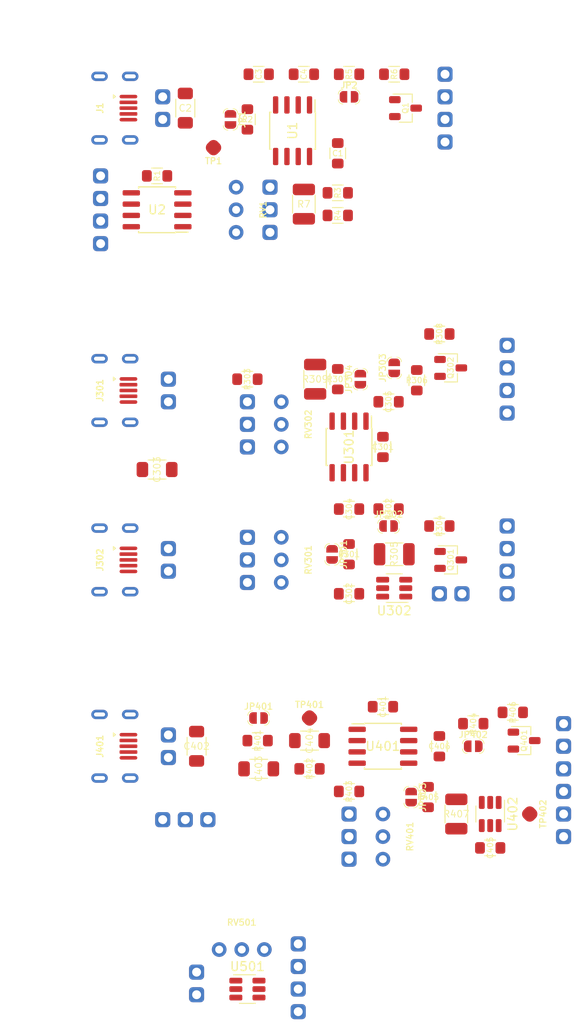
<source format=kicad_pcb>
(kicad_pcb (version 20171130) (host pcbnew 5.1.6)

  (general
    (thickness 1.6)
    (drawings 2)
    (tracks 0)
    (zones 0)
    (modules 93)
    (nets 61)
  )

  (page USLetter)
  (title_block
    (title "PCB Lab #3")
    (date 2020-07-16)
    (comment 1 "(C) Vlad Belous")
    (comment 2 "CC BY-SA 4.0")
  )

  (layers
    (0 F.Cu signal)
    (31 B.Cu signal)
    (34 B.Paste user)
    (35 F.Paste user)
    (36 B.SilkS user)
    (37 F.SilkS user)
    (38 B.Mask user)
    (39 F.Mask user)
    (40 Dwgs.User user)
    (41 Cmts.User user)
    (44 Edge.Cuts user)
    (45 Margin user)
    (46 B.CrtYd user hide)
    (47 F.CrtYd user hide)
    (48 B.Fab user hide)
    (49 F.Fab user hide)
  )

  (setup
    (last_trace_width 0.2032)
    (user_trace_width 0.3048)
    (user_trace_width 0.4064)
    (user_trace_width 0.508)
    (trace_clearance 0.2032)
    (zone_clearance 0.508)
    (zone_45_only no)
    (trace_min 0.2032)
    (via_size 0.6858)
    (via_drill 0.3302)
    (via_min_size 0.6858)
    (via_min_drill 0.3302)
    (user_via 0.8128 0.4064)
    (uvia_size 0.3)
    (uvia_drill 0.1)
    (uvias_allowed no)
    (uvia_min_size 0.2)
    (uvia_min_drill 0.1)
    (edge_width 0.0254)
    (segment_width 0.2)
    (pcb_text_width 0.3)
    (pcb_text_size 1.5 1.5)
    (mod_edge_width 0.1016)
    (mod_text_size 0.762 0.762)
    (mod_text_width 0.127)
    (pad_size 1.524 1.524)
    (pad_drill 0.762)
    (pad_to_mask_clearance 0.0508)
    (aux_axis_origin 0 0)
    (visible_elements FFFFFF7F)
    (pcbplotparams
      (layerselection 0x010fc_ffffffff)
      (usegerberextensions false)
      (usegerberattributes true)
      (usegerberadvancedattributes true)
      (creategerberjobfile true)
      (excludeedgelayer true)
      (linewidth 0.100000)
      (plotframeref false)
      (viasonmask false)
      (mode 1)
      (useauxorigin false)
      (hpglpennumber 1)
      (hpglpenspeed 20)
      (hpglpendiameter 15.000000)
      (psnegative false)
      (psa4output false)
      (plotreference true)
      (plotvalue true)
      (plotinvisibletext false)
      (padsonsilk false)
      (subtractmaskfromsilk false)
      (outputformat 1)
      (mirror false)
      (drillshape 1)
      (scaleselection 1)
      (outputdirectory ""))
  )

  (net 0 "")
  (net 1 GND)
  (net 2 +5V)
  (net 3 "/2-OpAmp constant current/W")
  (net 4 "Net-(C4-Pad2)")
  (net 5 "Net-(C4-Pad1)")
  (net 6 "Net-(C304-Pad1)")
  (net 7 "Net-(C304-Pad2)")
  (net 8 "Net-(C305-Pad1)")
  (net 9 "Net-(C305-Pad2)")
  (net 10 "Net-(C403-Pad2)")
  (net 11 "Net-(C404-Pad1)")
  (net 12 "Net-(C406-Pad2)")
  (net 13 "Net-(C406-Pad1)")
  (net 14 "Net-(J1-Pad4)")
  (net 15 "Net-(J1-Pad3)")
  (net 16 "Net-(J1-Pad2)")
  (net 17 LOAD1+)
  (net 18 LOAD1-)
  (net 19 "/2-OpAmp constant current/A")
  (net 20 CTRL_UD)
  (net 21 CTRL_~CS)
  (net 22 "Net-(J301-Pad4)")
  (net 23 "Net-(J301-Pad3)")
  (net 24 "Net-(J301-Pad2)")
  (net 25 "Net-(J302-Pad2)")
  (net 26 "Net-(J302-Pad3)")
  (net 27 "Net-(J302-Pad4)")
  (net 28 LOAD2+)
  (net 29 LOAD2-)
  (net 30 LOAD3+)
  (net 31 LOAD3-)
  (net 32 "Net-(J309-Pad2)")
  (net 33 "Net-(J310-Pad1)")
  (net 34 "Net-(J311-Pad1)")
  (net 35 "Net-(J311-Pad2)")
  (net 36 "Net-(J401-Pad2)")
  (net 37 "Net-(J401-Pad3)")
  (net 38 "Net-(J401-Pad4)")
  (net 39 LOAD4+)
  (net 40 LOAD4-)
  (net 41 uC_PWM)
  (net 42 "Net-(J406-Pad2)")
  (net 43 "Net-(J406-Pad1)")
  (net 44 uC_ADC)
  (net 45 uC_LED_EN)
  (net 46 LOAD5+)
  (net 47 LOAD5-)
  (net 48 "Net-(JP1-Pad2)")
  (net 49 "Net-(JP2-Pad2)")
  (net 50 "Net-(JP302-Pad2)")
  (net 51 "Net-(JP303-Pad2)")
  (net 52 "Net-(JP304-Pad2)")
  (net 53 "Net-(JP402-Pad2)")
  (net 54 "Net-(JP403-Pad2)")
  (net 55 "Net-(Q1-Pad2)")
  (net 56 "Net-(Q301-Pad2)")
  (net 57 "Net-(R3-Pad1)")
  (net 58 "Net-(R403-Pad1)")
  (net 59 "Net-(RV501-Pad1)")
  (net 60 "Net-(U2-Pad7)")

  (net_class Default "This is the default net class."
    (clearance 0.2032)
    (trace_width 0.2032)
    (via_dia 0.6858)
    (via_drill 0.3302)
    (uvia_dia 0.3)
    (uvia_drill 0.1)
    (diff_pair_width 0.2032)
    (diff_pair_gap 0.25)
    (add_net +5V)
    (add_net "/2-OpAmp constant current/A")
    (add_net "/2-OpAmp constant current/W")
    (add_net CTRL_UD)
    (add_net CTRL_~CS)
    (add_net GND)
    (add_net LOAD1+)
    (add_net LOAD1-)
    (add_net LOAD2+)
    (add_net LOAD2-)
    (add_net LOAD3+)
    (add_net LOAD3-)
    (add_net LOAD4+)
    (add_net LOAD4-)
    (add_net LOAD5+)
    (add_net LOAD5-)
    (add_net "Net-(C304-Pad1)")
    (add_net "Net-(C304-Pad2)")
    (add_net "Net-(C305-Pad1)")
    (add_net "Net-(C305-Pad2)")
    (add_net "Net-(C4-Pad1)")
    (add_net "Net-(C4-Pad2)")
    (add_net "Net-(C403-Pad2)")
    (add_net "Net-(C404-Pad1)")
    (add_net "Net-(C406-Pad1)")
    (add_net "Net-(C406-Pad2)")
    (add_net "Net-(J1-Pad2)")
    (add_net "Net-(J1-Pad3)")
    (add_net "Net-(J1-Pad4)")
    (add_net "Net-(J301-Pad2)")
    (add_net "Net-(J301-Pad3)")
    (add_net "Net-(J301-Pad4)")
    (add_net "Net-(J302-Pad2)")
    (add_net "Net-(J302-Pad3)")
    (add_net "Net-(J302-Pad4)")
    (add_net "Net-(J309-Pad2)")
    (add_net "Net-(J310-Pad1)")
    (add_net "Net-(J311-Pad1)")
    (add_net "Net-(J311-Pad2)")
    (add_net "Net-(J401-Pad2)")
    (add_net "Net-(J401-Pad3)")
    (add_net "Net-(J401-Pad4)")
    (add_net "Net-(J406-Pad1)")
    (add_net "Net-(J406-Pad2)")
    (add_net "Net-(JP1-Pad2)")
    (add_net "Net-(JP2-Pad2)")
    (add_net "Net-(JP302-Pad2)")
    (add_net "Net-(JP303-Pad2)")
    (add_net "Net-(JP304-Pad2)")
    (add_net "Net-(JP402-Pad2)")
    (add_net "Net-(JP403-Pad2)")
    (add_net "Net-(Q1-Pad2)")
    (add_net "Net-(Q301-Pad2)")
    (add_net "Net-(R3-Pad1)")
    (add_net "Net-(R403-Pad1)")
    (add_net "Net-(RV501-Pad1)")
    (add_net "Net-(U2-Pad7)")
    (add_net uC_ADC)
    (add_net uC_LED_EN)
    (add_net uC_PWM)
  )

  (module local_footprints:0805_HS (layer F.Cu) (tedit 5C0C83D5) (tstamp 5F11B28F)
    (at 149.86 45.72 90)
    (descr "Resistor SMD 0805, reflow soldering, Vishay (see dcrcw.pdf)")
    (tags "resistor 0805")
    (path /5F9D006C/5FA19E4B)
    (attr smd)
    (fp_text reference C1 (at 0 0) (layer F.SilkS)
      (effects (font (size 0.635 0.635) (thickness 0.1016)))
    )
    (fp_text value 0.1u (at 0 1.75 90) (layer F.Fab) hide
      (effects (font (size 1 1) (thickness 0.15)))
    )
    (fp_line (start -1 0.62) (end -1 -0.62) (layer F.Fab) (width 0.1))
    (fp_line (start 1 0.62) (end -1 0.62) (layer F.Fab) (width 0.1))
    (fp_line (start 1 -0.62) (end 1 0.62) (layer F.Fab) (width 0.1))
    (fp_line (start -1 -0.62) (end 1 -0.62) (layer F.Fab) (width 0.1))
    (fp_line (start 0.6 0.88) (end -0.6 0.88) (layer F.SilkS) (width 0.12))
    (fp_line (start -0.6 -0.88) (end 0.6 -0.88) (layer F.SilkS) (width 0.12))
    (fp_line (start -1.55 -0.9) (end 1.55 -0.9) (layer F.CrtYd) (width 0.05))
    (fp_line (start -1.55 -0.9) (end -1.55 0.9) (layer F.CrtYd) (width 0.05))
    (fp_line (start 1.55 0.9) (end 1.55 -0.9) (layer F.CrtYd) (width 0.05))
    (fp_line (start 1.55 0.9) (end -1.55 0.9) (layer F.CrtYd) (width 0.05))
    (fp_text user %R (at 0 0 90) (layer F.Fab)
      (effects (font (size 0.5 0.5) (thickness 0.075)))
    )
    (pad 2 smd roundrect (at 1.15 0 90) (size 1.1 1.3) (layers F.Cu F.Paste F.Mask) (roundrect_rratio 0.25)
      (net 1 GND))
    (pad 1 smd roundrect (at -1.15 0 90) (size 1.1 1.3) (layers F.Cu F.Paste F.Mask) (roundrect_rratio 0.25)
      (net 2 +5V))
    (model ${KISYS3DMOD}/Resistors_SMD.3dshapes/R_0805.wrl
      (at (xyz 0 0 0))
      (scale (xyz 1 1 1))
      (rotate (xyz 0 0 0))
    )
  )

  (module local_footprints:1206_HS (layer F.Cu) (tedit 5C0C843B) (tstamp 5F11B2A0)
    (at 132.715 40.64 270)
    (descr "Resistor SMD 1206, reflow soldering, Vishay (see dcrcw.pdf)")
    (tags "resistor 1206")
    (path /5F9D006C/5FA19E51)
    (attr smd)
    (fp_text reference C2 (at 0 0) (layer F.SilkS)
      (effects (font (size 0.762 0.762) (thickness 0.1016)))
    )
    (fp_text value 1u (at 0 1.95 90) (layer F.Fab) hide
      (effects (font (size 1 1) (thickness 0.15)))
    )
    (fp_line (start 2.15 1.1) (end -2.15 1.1) (layer F.CrtYd) (width 0.05))
    (fp_line (start 2.15 1.1) (end 2.15 -1.11) (layer F.CrtYd) (width 0.05))
    (fp_line (start -2.15 -1.11) (end -2.15 1.1) (layer F.CrtYd) (width 0.05))
    (fp_line (start -2.15 -1.11) (end 2.15 -1.11) (layer F.CrtYd) (width 0.05))
    (fp_line (start -1 -1.07) (end 1 -1.07) (layer F.SilkS) (width 0.12))
    (fp_line (start 1 1.07) (end -1 1.07) (layer F.SilkS) (width 0.12))
    (fp_line (start -1.6 -0.8) (end 1.6 -0.8) (layer F.Fab) (width 0.1))
    (fp_line (start 1.6 -0.8) (end 1.6 0.8) (layer F.Fab) (width 0.1))
    (fp_line (start 1.6 0.8) (end -1.6 0.8) (layer F.Fab) (width 0.1))
    (fp_line (start -1.6 0.8) (end -1.6 -0.8) (layer F.Fab) (width 0.1))
    (fp_text user %R (at 0 0 90) (layer F.Fab)
      (effects (font (size 0.7 0.7) (thickness 0.105)))
    )
    (pad 1 smd roundrect (at -1.65 0 270) (size 1.3 1.7) (layers F.Cu F.Paste F.Mask) (roundrect_rratio 0.25)
      (net 2 +5V))
    (pad 2 smd roundrect (at 1.65 0 270) (size 1.3 1.7) (layers F.Cu F.Paste F.Mask) (roundrect_rratio 0.25)
      (net 1 GND))
    (model ${KISYS3DMOD}/Resistors_SMD.3dshapes/R_1206.wrl
      (at (xyz 0 0 0))
      (scale (xyz 1 1 1))
      (rotate (xyz 0 0 0))
    )
  )

  (module local_footprints:0805_HS (layer F.Cu) (tedit 5C0C83D5) (tstamp 5F11B2B1)
    (at 140.97 36.83 180)
    (descr "Resistor SMD 0805, reflow soldering, Vishay (see dcrcw.pdf)")
    (tags "resistor 0805")
    (path /5F9D006C/5FA43C95)
    (attr smd)
    (fp_text reference C3 (at 0 0 90) (layer F.SilkS)
      (effects (font (size 0.635 0.635) (thickness 0.1016)))
    )
    (fp_text value 0.1u (at 0 1.75) (layer F.Fab) hide
      (effects (font (size 1 1) (thickness 0.15)))
    )
    (fp_line (start 1.55 0.9) (end -1.55 0.9) (layer F.CrtYd) (width 0.05))
    (fp_line (start 1.55 0.9) (end 1.55 -0.9) (layer F.CrtYd) (width 0.05))
    (fp_line (start -1.55 -0.9) (end -1.55 0.9) (layer F.CrtYd) (width 0.05))
    (fp_line (start -1.55 -0.9) (end 1.55 -0.9) (layer F.CrtYd) (width 0.05))
    (fp_line (start -0.6 -0.88) (end 0.6 -0.88) (layer F.SilkS) (width 0.12))
    (fp_line (start 0.6 0.88) (end -0.6 0.88) (layer F.SilkS) (width 0.12))
    (fp_line (start -1 -0.62) (end 1 -0.62) (layer F.Fab) (width 0.1))
    (fp_line (start 1 -0.62) (end 1 0.62) (layer F.Fab) (width 0.1))
    (fp_line (start 1 0.62) (end -1 0.62) (layer F.Fab) (width 0.1))
    (fp_line (start -1 0.62) (end -1 -0.62) (layer F.Fab) (width 0.1))
    (fp_text user %R (at 0 0) (layer F.Fab)
      (effects (font (size 0.5 0.5) (thickness 0.075)))
    )
    (pad 1 smd roundrect (at -1.15 0 180) (size 1.1 1.3) (layers F.Cu F.Paste F.Mask) (roundrect_rratio 0.25)
      (net 3 "/2-OpAmp constant current/W"))
    (pad 2 smd roundrect (at 1.15 0 180) (size 1.1 1.3) (layers F.Cu F.Paste F.Mask) (roundrect_rratio 0.25)
      (net 1 GND))
    (model ${KISYS3DMOD}/Resistors_SMD.3dshapes/R_0805.wrl
      (at (xyz 0 0 0))
      (scale (xyz 1 1 1))
      (rotate (xyz 0 0 0))
    )
  )

  (module local_footprints:0805_HS (layer F.Cu) (tedit 5C0C83D5) (tstamp 5F11B2C2)
    (at 146.05 36.83 180)
    (descr "Resistor SMD 0805, reflow soldering, Vishay (see dcrcw.pdf)")
    (tags "resistor 0805")
    (path /5F9D006C/5FA43CC4)
    (attr smd)
    (fp_text reference C4 (at 0 0 90) (layer F.SilkS)
      (effects (font (size 0.635 0.635) (thickness 0.1016)))
    )
    (fp_text value 0.1u (at 0 1.75) (layer F.Fab) hide
      (effects (font (size 1 1) (thickness 0.15)))
    )
    (fp_line (start -1 0.62) (end -1 -0.62) (layer F.Fab) (width 0.1))
    (fp_line (start 1 0.62) (end -1 0.62) (layer F.Fab) (width 0.1))
    (fp_line (start 1 -0.62) (end 1 0.62) (layer F.Fab) (width 0.1))
    (fp_line (start -1 -0.62) (end 1 -0.62) (layer F.Fab) (width 0.1))
    (fp_line (start 0.6 0.88) (end -0.6 0.88) (layer F.SilkS) (width 0.12))
    (fp_line (start -0.6 -0.88) (end 0.6 -0.88) (layer F.SilkS) (width 0.12))
    (fp_line (start -1.55 -0.9) (end 1.55 -0.9) (layer F.CrtYd) (width 0.05))
    (fp_line (start -1.55 -0.9) (end -1.55 0.9) (layer F.CrtYd) (width 0.05))
    (fp_line (start 1.55 0.9) (end 1.55 -0.9) (layer F.CrtYd) (width 0.05))
    (fp_line (start 1.55 0.9) (end -1.55 0.9) (layer F.CrtYd) (width 0.05))
    (fp_text user %R (at 0 0) (layer F.Fab)
      (effects (font (size 0.5 0.5) (thickness 0.075)))
    )
    (pad 2 smd roundrect (at 1.15 0 180) (size 1.1 1.3) (layers F.Cu F.Paste F.Mask) (roundrect_rratio 0.25)
      (net 4 "Net-(C4-Pad2)"))
    (pad 1 smd roundrect (at -1.15 0 180) (size 1.1 1.3) (layers F.Cu F.Paste F.Mask) (roundrect_rratio 0.25)
      (net 5 "Net-(C4-Pad1)"))
    (model ${KISYS3DMOD}/Resistors_SMD.3dshapes/R_0805.wrl
      (at (xyz 0 0 0))
      (scale (xyz 1 1 1))
      (rotate (xyz 0 0 0))
    )
  )

  (module local_footprints:0805_HS (layer F.Cu) (tedit 5C0C83D5) (tstamp 5F11B2D3)
    (at 154.94 78.74 90)
    (descr "Resistor SMD 0805, reflow soldering, Vishay (see dcrcw.pdf)")
    (tags "resistor 0805")
    (path /5FA7628C/5FAB2A86)
    (attr smd)
    (fp_text reference C301 (at 0 0) (layer F.SilkS)
      (effects (font (size 0.635 0.635) (thickness 0.1016)))
    )
    (fp_text value 0.1u (at 0 1.75 90) (layer F.Fab) hide
      (effects (font (size 1 1) (thickness 0.15)))
    )
    (fp_line (start -1 0.62) (end -1 -0.62) (layer F.Fab) (width 0.1))
    (fp_line (start 1 0.62) (end -1 0.62) (layer F.Fab) (width 0.1))
    (fp_line (start 1 -0.62) (end 1 0.62) (layer F.Fab) (width 0.1))
    (fp_line (start -1 -0.62) (end 1 -0.62) (layer F.Fab) (width 0.1))
    (fp_line (start 0.6 0.88) (end -0.6 0.88) (layer F.SilkS) (width 0.12))
    (fp_line (start -0.6 -0.88) (end 0.6 -0.88) (layer F.SilkS) (width 0.12))
    (fp_line (start -1.55 -0.9) (end 1.55 -0.9) (layer F.CrtYd) (width 0.05))
    (fp_line (start -1.55 -0.9) (end -1.55 0.9) (layer F.CrtYd) (width 0.05))
    (fp_line (start 1.55 0.9) (end 1.55 -0.9) (layer F.CrtYd) (width 0.05))
    (fp_line (start 1.55 0.9) (end -1.55 0.9) (layer F.CrtYd) (width 0.05))
    (fp_text user %R (at 0 0 90) (layer F.Fab)
      (effects (font (size 0.5 0.5) (thickness 0.075)))
    )
    (pad 2 smd roundrect (at 1.15 0 90) (size 1.1 1.3) (layers F.Cu F.Paste F.Mask) (roundrect_rratio 0.25)
      (net 1 GND))
    (pad 1 smd roundrect (at -1.15 0 90) (size 1.1 1.3) (layers F.Cu F.Paste F.Mask) (roundrect_rratio 0.25)
      (net 2 +5V))
    (model ${KISYS3DMOD}/Resistors_SMD.3dshapes/R_0805.wrl
      (at (xyz 0 0 0))
      (scale (xyz 1 1 1))
      (rotate (xyz 0 0 0))
    )
  )

  (module local_footprints:0805_HS (layer F.Cu) (tedit 5C0C83D5) (tstamp 5F11B2E4)
    (at 151.13 95.25 180)
    (descr "Resistor SMD 0805, reflow soldering, Vishay (see dcrcw.pdf)")
    (tags "resistor 0805")
    (path /5FA7628C/5FAB2B62)
    (attr smd)
    (fp_text reference C302 (at 0 0 90) (layer F.SilkS)
      (effects (font (size 0.635 0.635) (thickness 0.1016)))
    )
    (fp_text value 0.1u (at 0 1.75) (layer F.Fab) hide
      (effects (font (size 1 1) (thickness 0.15)))
    )
    (fp_line (start 1.55 0.9) (end -1.55 0.9) (layer F.CrtYd) (width 0.05))
    (fp_line (start 1.55 0.9) (end 1.55 -0.9) (layer F.CrtYd) (width 0.05))
    (fp_line (start -1.55 -0.9) (end -1.55 0.9) (layer F.CrtYd) (width 0.05))
    (fp_line (start -1.55 -0.9) (end 1.55 -0.9) (layer F.CrtYd) (width 0.05))
    (fp_line (start -0.6 -0.88) (end 0.6 -0.88) (layer F.SilkS) (width 0.12))
    (fp_line (start 0.6 0.88) (end -0.6 0.88) (layer F.SilkS) (width 0.12))
    (fp_line (start -1 -0.62) (end 1 -0.62) (layer F.Fab) (width 0.1))
    (fp_line (start 1 -0.62) (end 1 0.62) (layer F.Fab) (width 0.1))
    (fp_line (start 1 0.62) (end -1 0.62) (layer F.Fab) (width 0.1))
    (fp_line (start -1 0.62) (end -1 -0.62) (layer F.Fab) (width 0.1))
    (fp_text user %R (at 0 0) (layer F.Fab)
      (effects (font (size 0.5 0.5) (thickness 0.075)))
    )
    (pad 1 smd roundrect (at -1.15 0 180) (size 1.1 1.3) (layers F.Cu F.Paste F.Mask) (roundrect_rratio 0.25)
      (net 2 +5V))
    (pad 2 smd roundrect (at 1.15 0 180) (size 1.1 1.3) (layers F.Cu F.Paste F.Mask) (roundrect_rratio 0.25)
      (net 1 GND))
    (model ${KISYS3DMOD}/Resistors_SMD.3dshapes/R_0805.wrl
      (at (xyz 0 0 0))
      (scale (xyz 1 1 1))
      (rotate (xyz 0 0 0))
    )
  )

  (module local_footprints:1206_HS (layer F.Cu) (tedit 5C0C843B) (tstamp 5F11B2F5)
    (at 129.54 81.28 180)
    (descr "Resistor SMD 1206, reflow soldering, Vishay (see dcrcw.pdf)")
    (tags "resistor 1206")
    (path /5FA7628C/5FAB2A8C)
    (attr smd)
    (fp_text reference C303 (at 0 0 90) (layer F.SilkS)
      (effects (font (size 0.762 0.762) (thickness 0.1016)))
    )
    (fp_text value 1u (at 0 1.95) (layer F.Fab) hide
      (effects (font (size 1 1) (thickness 0.15)))
    )
    (fp_line (start -1.6 0.8) (end -1.6 -0.8) (layer F.Fab) (width 0.1))
    (fp_line (start 1.6 0.8) (end -1.6 0.8) (layer F.Fab) (width 0.1))
    (fp_line (start 1.6 -0.8) (end 1.6 0.8) (layer F.Fab) (width 0.1))
    (fp_line (start -1.6 -0.8) (end 1.6 -0.8) (layer F.Fab) (width 0.1))
    (fp_line (start 1 1.07) (end -1 1.07) (layer F.SilkS) (width 0.12))
    (fp_line (start -1 -1.07) (end 1 -1.07) (layer F.SilkS) (width 0.12))
    (fp_line (start -2.15 -1.11) (end 2.15 -1.11) (layer F.CrtYd) (width 0.05))
    (fp_line (start -2.15 -1.11) (end -2.15 1.1) (layer F.CrtYd) (width 0.05))
    (fp_line (start 2.15 1.1) (end 2.15 -1.11) (layer F.CrtYd) (width 0.05))
    (fp_line (start 2.15 1.1) (end -2.15 1.1) (layer F.CrtYd) (width 0.05))
    (fp_text user %R (at 0 0) (layer F.Fab)
      (effects (font (size 0.7 0.7) (thickness 0.105)))
    )
    (pad 2 smd roundrect (at 1.65 0 180) (size 1.3 1.7) (layers F.Cu F.Paste F.Mask) (roundrect_rratio 0.25)
      (net 1 GND))
    (pad 1 smd roundrect (at -1.65 0 180) (size 1.3 1.7) (layers F.Cu F.Paste F.Mask) (roundrect_rratio 0.25)
      (net 2 +5V))
    (model ${KISYS3DMOD}/Resistors_SMD.3dshapes/R_1206.wrl
      (at (xyz 0 0 0))
      (scale (xyz 1 1 1))
      (rotate (xyz 0 0 0))
    )
  )

  (module local_footprints:0805_HS (layer F.Cu) (tedit 5C0C83D5) (tstamp 5F11B306)
    (at 151.13 85.725)
    (descr "Resistor SMD 0805, reflow soldering, Vishay (see dcrcw.pdf)")
    (tags "resistor 0805")
    (path /5FA7628C/5FAB2AF4)
    (attr smd)
    (fp_text reference C304 (at 0 0 90) (layer F.SilkS)
      (effects (font (size 0.635 0.635) (thickness 0.1016)))
    )
    (fp_text value 0.1u (at 0 1.75) (layer F.Fab) hide
      (effects (font (size 1 1) (thickness 0.15)))
    )
    (fp_line (start 1.55 0.9) (end -1.55 0.9) (layer F.CrtYd) (width 0.05))
    (fp_line (start 1.55 0.9) (end 1.55 -0.9) (layer F.CrtYd) (width 0.05))
    (fp_line (start -1.55 -0.9) (end -1.55 0.9) (layer F.CrtYd) (width 0.05))
    (fp_line (start -1.55 -0.9) (end 1.55 -0.9) (layer F.CrtYd) (width 0.05))
    (fp_line (start -0.6 -0.88) (end 0.6 -0.88) (layer F.SilkS) (width 0.12))
    (fp_line (start 0.6 0.88) (end -0.6 0.88) (layer F.SilkS) (width 0.12))
    (fp_line (start -1 -0.62) (end 1 -0.62) (layer F.Fab) (width 0.1))
    (fp_line (start 1 -0.62) (end 1 0.62) (layer F.Fab) (width 0.1))
    (fp_line (start 1 0.62) (end -1 0.62) (layer F.Fab) (width 0.1))
    (fp_line (start -1 0.62) (end -1 -0.62) (layer F.Fab) (width 0.1))
    (fp_text user %R (at 0 0) (layer F.Fab)
      (effects (font (size 0.5 0.5) (thickness 0.075)))
    )
    (pad 1 smd roundrect (at -1.15 0) (size 1.1 1.3) (layers F.Cu F.Paste F.Mask) (roundrect_rratio 0.25)
      (net 6 "Net-(C304-Pad1)"))
    (pad 2 smd roundrect (at 1.15 0) (size 1.1 1.3) (layers F.Cu F.Paste F.Mask) (roundrect_rratio 0.25)
      (net 7 "Net-(C304-Pad2)"))
    (model ${KISYS3DMOD}/Resistors_SMD.3dshapes/R_0805.wrl
      (at (xyz 0 0 0))
      (scale (xyz 1 1 1))
      (rotate (xyz 0 0 0))
    )
  )

  (module local_footprints:0805_HS (layer F.Cu) (tedit 5C0C83D5) (tstamp 5F11B317)
    (at 155.575 73.66)
    (descr "Resistor SMD 0805, reflow soldering, Vishay (see dcrcw.pdf)")
    (tags "resistor 0805")
    (path /5FA7628C/5FAB2A4F)
    (attr smd)
    (fp_text reference C305 (at 0 0 90) (layer F.SilkS)
      (effects (font (size 0.635 0.635) (thickness 0.1016)))
    )
    (fp_text value 0.1u (at 0 1.75) (layer F.Fab) hide
      (effects (font (size 1 1) (thickness 0.15)))
    )
    (fp_line (start 1.55 0.9) (end -1.55 0.9) (layer F.CrtYd) (width 0.05))
    (fp_line (start 1.55 0.9) (end 1.55 -0.9) (layer F.CrtYd) (width 0.05))
    (fp_line (start -1.55 -0.9) (end -1.55 0.9) (layer F.CrtYd) (width 0.05))
    (fp_line (start -1.55 -0.9) (end 1.55 -0.9) (layer F.CrtYd) (width 0.05))
    (fp_line (start -0.6 -0.88) (end 0.6 -0.88) (layer F.SilkS) (width 0.12))
    (fp_line (start 0.6 0.88) (end -0.6 0.88) (layer F.SilkS) (width 0.12))
    (fp_line (start -1 -0.62) (end 1 -0.62) (layer F.Fab) (width 0.1))
    (fp_line (start 1 -0.62) (end 1 0.62) (layer F.Fab) (width 0.1))
    (fp_line (start 1 0.62) (end -1 0.62) (layer F.Fab) (width 0.1))
    (fp_line (start -1 0.62) (end -1 -0.62) (layer F.Fab) (width 0.1))
    (fp_text user %R (at 0 0) (layer F.Fab)
      (effects (font (size 0.5 0.5) (thickness 0.075)))
    )
    (pad 1 smd roundrect (at -1.15 0) (size 1.1 1.3) (layers F.Cu F.Paste F.Mask) (roundrect_rratio 0.25)
      (net 8 "Net-(C305-Pad1)"))
    (pad 2 smd roundrect (at 1.15 0) (size 1.1 1.3) (layers F.Cu F.Paste F.Mask) (roundrect_rratio 0.25)
      (net 9 "Net-(C305-Pad2)"))
    (model ${KISYS3DMOD}/Resistors_SMD.3dshapes/R_0805.wrl
      (at (xyz 0 0 0))
      (scale (xyz 1 1 1))
      (rotate (xyz 0 0 0))
    )
  )

  (module local_footprints:0805_HS (layer F.Cu) (tedit 5C0C83D5) (tstamp 5F11B328)
    (at 154.94 107.95 180)
    (descr "Resistor SMD 0805, reflow soldering, Vishay (see dcrcw.pdf)")
    (tags "resistor 0805")
    (path /5FAF0069/5FB0DD88)
    (attr smd)
    (fp_text reference C401 (at 0 0 90) (layer F.SilkS)
      (effects (font (size 0.635 0.635) (thickness 0.1016)))
    )
    (fp_text value 0.1u (at 0 1.75) (layer F.Fab) hide
      (effects (font (size 1 1) (thickness 0.15)))
    )
    (fp_line (start -1 0.62) (end -1 -0.62) (layer F.Fab) (width 0.1))
    (fp_line (start 1 0.62) (end -1 0.62) (layer F.Fab) (width 0.1))
    (fp_line (start 1 -0.62) (end 1 0.62) (layer F.Fab) (width 0.1))
    (fp_line (start -1 -0.62) (end 1 -0.62) (layer F.Fab) (width 0.1))
    (fp_line (start 0.6 0.88) (end -0.6 0.88) (layer F.SilkS) (width 0.12))
    (fp_line (start -0.6 -0.88) (end 0.6 -0.88) (layer F.SilkS) (width 0.12))
    (fp_line (start -1.55 -0.9) (end 1.55 -0.9) (layer F.CrtYd) (width 0.05))
    (fp_line (start -1.55 -0.9) (end -1.55 0.9) (layer F.CrtYd) (width 0.05))
    (fp_line (start 1.55 0.9) (end 1.55 -0.9) (layer F.CrtYd) (width 0.05))
    (fp_line (start 1.55 0.9) (end -1.55 0.9) (layer F.CrtYd) (width 0.05))
    (fp_text user %R (at 0 0) (layer F.Fab)
      (effects (font (size 0.5 0.5) (thickness 0.075)))
    )
    (pad 2 smd roundrect (at 1.15 0 180) (size 1.1 1.3) (layers F.Cu F.Paste F.Mask) (roundrect_rratio 0.25)
      (net 1 GND))
    (pad 1 smd roundrect (at -1.15 0 180) (size 1.1 1.3) (layers F.Cu F.Paste F.Mask) (roundrect_rratio 0.25)
      (net 2 +5V))
    (model ${KISYS3DMOD}/Resistors_SMD.3dshapes/R_0805.wrl
      (at (xyz 0 0 0))
      (scale (xyz 1 1 1))
      (rotate (xyz 0 0 0))
    )
  )

  (module local_footprints:1206_HS (layer F.Cu) (tedit 5C0C843B) (tstamp 5F11B339)
    (at 133.985 112.395 270)
    (descr "Resistor SMD 1206, reflow soldering, Vishay (see dcrcw.pdf)")
    (tags "resistor 1206")
    (path /5FAF0069/5FB0DD8E)
    (attr smd)
    (fp_text reference C402 (at 0 0) (layer F.SilkS)
      (effects (font (size 0.762 0.762) (thickness 0.1016)))
    )
    (fp_text value 1u (at 0 1.95 90) (layer F.Fab) hide
      (effects (font (size 1 1) (thickness 0.15)))
    )
    (fp_line (start -1.6 0.8) (end -1.6 -0.8) (layer F.Fab) (width 0.1))
    (fp_line (start 1.6 0.8) (end -1.6 0.8) (layer F.Fab) (width 0.1))
    (fp_line (start 1.6 -0.8) (end 1.6 0.8) (layer F.Fab) (width 0.1))
    (fp_line (start -1.6 -0.8) (end 1.6 -0.8) (layer F.Fab) (width 0.1))
    (fp_line (start 1 1.07) (end -1 1.07) (layer F.SilkS) (width 0.12))
    (fp_line (start -1 -1.07) (end 1 -1.07) (layer F.SilkS) (width 0.12))
    (fp_line (start -2.15 -1.11) (end 2.15 -1.11) (layer F.CrtYd) (width 0.05))
    (fp_line (start -2.15 -1.11) (end -2.15 1.1) (layer F.CrtYd) (width 0.05))
    (fp_line (start 2.15 1.1) (end 2.15 -1.11) (layer F.CrtYd) (width 0.05))
    (fp_line (start 2.15 1.1) (end -2.15 1.1) (layer F.CrtYd) (width 0.05))
    (fp_text user %R (at 0 0 90) (layer F.Fab)
      (effects (font (size 0.7 0.7) (thickness 0.105)))
    )
    (pad 2 smd roundrect (at 1.65 0 270) (size 1.3 1.7) (layers F.Cu F.Paste F.Mask) (roundrect_rratio 0.25)
      (net 1 GND))
    (pad 1 smd roundrect (at -1.65 0 270) (size 1.3 1.7) (layers F.Cu F.Paste F.Mask) (roundrect_rratio 0.25)
      (net 2 +5V))
    (model ${KISYS3DMOD}/Resistors_SMD.3dshapes/R_1206.wrl
      (at (xyz 0 0 0))
      (scale (xyz 1 1 1))
      (rotate (xyz 0 0 0))
    )
  )

  (module local_footprints:1206_HS (layer F.Cu) (tedit 5C0C843B) (tstamp 5F11B34A)
    (at 140.97 114.935)
    (descr "Resistor SMD 1206, reflow soldering, Vishay (see dcrcw.pdf)")
    (tags "resistor 1206")
    (path /5FAF0069/5FB0DCF7)
    (attr smd)
    (fp_text reference C403 (at 0 0 90) (layer F.SilkS)
      (effects (font (size 0.762 0.762) (thickness 0.1016)))
    )
    (fp_text value 1u (at 0 1.95) (layer F.Fab) hide
      (effects (font (size 1 1) (thickness 0.15)))
    )
    (fp_line (start -1.6 0.8) (end -1.6 -0.8) (layer F.Fab) (width 0.1))
    (fp_line (start 1.6 0.8) (end -1.6 0.8) (layer F.Fab) (width 0.1))
    (fp_line (start 1.6 -0.8) (end 1.6 0.8) (layer F.Fab) (width 0.1))
    (fp_line (start -1.6 -0.8) (end 1.6 -0.8) (layer F.Fab) (width 0.1))
    (fp_line (start 1 1.07) (end -1 1.07) (layer F.SilkS) (width 0.12))
    (fp_line (start -1 -1.07) (end 1 -1.07) (layer F.SilkS) (width 0.12))
    (fp_line (start -2.15 -1.11) (end 2.15 -1.11) (layer F.CrtYd) (width 0.05))
    (fp_line (start -2.15 -1.11) (end -2.15 1.1) (layer F.CrtYd) (width 0.05))
    (fp_line (start 2.15 1.1) (end 2.15 -1.11) (layer F.CrtYd) (width 0.05))
    (fp_line (start 2.15 1.1) (end -2.15 1.1) (layer F.CrtYd) (width 0.05))
    (fp_text user %R (at 0 0) (layer F.Fab)
      (effects (font (size 0.7 0.7) (thickness 0.105)))
    )
    (pad 2 smd roundrect (at 1.65 0) (size 1.3 1.7) (layers F.Cu F.Paste F.Mask) (roundrect_rratio 0.25)
      (net 10 "Net-(C403-Pad2)"))
    (pad 1 smd roundrect (at -1.65 0) (size 1.3 1.7) (layers F.Cu F.Paste F.Mask) (roundrect_rratio 0.25)
      (net 1 GND))
    (model ${KISYS3DMOD}/Resistors_SMD.3dshapes/R_1206.wrl
      (at (xyz 0 0 0))
      (scale (xyz 1 1 1))
      (rotate (xyz 0 0 0))
    )
  )

  (module local_footprints:1206_HS (layer F.Cu) (tedit 5C0C843B) (tstamp 5F11B35B)
    (at 146.685 111.76 180)
    (descr "Resistor SMD 1206, reflow soldering, Vishay (see dcrcw.pdf)")
    (tags "resistor 1206")
    (path /5FAF0069/5FB0DCF1)
    (attr smd)
    (fp_text reference C404 (at 0 0 90) (layer F.SilkS)
      (effects (font (size 0.762 0.762) (thickness 0.1016)))
    )
    (fp_text value 1u (at 0 1.95) (layer F.Fab) hide
      (effects (font (size 1 1) (thickness 0.15)))
    )
    (fp_line (start 2.15 1.1) (end -2.15 1.1) (layer F.CrtYd) (width 0.05))
    (fp_line (start 2.15 1.1) (end 2.15 -1.11) (layer F.CrtYd) (width 0.05))
    (fp_line (start -2.15 -1.11) (end -2.15 1.1) (layer F.CrtYd) (width 0.05))
    (fp_line (start -2.15 -1.11) (end 2.15 -1.11) (layer F.CrtYd) (width 0.05))
    (fp_line (start -1 -1.07) (end 1 -1.07) (layer F.SilkS) (width 0.12))
    (fp_line (start 1 1.07) (end -1 1.07) (layer F.SilkS) (width 0.12))
    (fp_line (start -1.6 -0.8) (end 1.6 -0.8) (layer F.Fab) (width 0.1))
    (fp_line (start 1.6 -0.8) (end 1.6 0.8) (layer F.Fab) (width 0.1))
    (fp_line (start 1.6 0.8) (end -1.6 0.8) (layer F.Fab) (width 0.1))
    (fp_line (start -1.6 0.8) (end -1.6 -0.8) (layer F.Fab) (width 0.1))
    (fp_text user %R (at 0 0) (layer F.Fab)
      (effects (font (size 0.7 0.7) (thickness 0.105)))
    )
    (pad 1 smd roundrect (at -1.65 0 180) (size 1.3 1.7) (layers F.Cu F.Paste F.Mask) (roundrect_rratio 0.25)
      (net 11 "Net-(C404-Pad1)"))
    (pad 2 smd roundrect (at 1.65 0 180) (size 1.3 1.7) (layers F.Cu F.Paste F.Mask) (roundrect_rratio 0.25)
      (net 1 GND))
    (model ${KISYS3DMOD}/Resistors_SMD.3dshapes/R_1206.wrl
      (at (xyz 0 0 0))
      (scale (xyz 1 1 1))
      (rotate (xyz 0 0 0))
    )
  )

  (module local_footprints:0805_HS (layer F.Cu) (tedit 5C0C83D5) (tstamp 5F11B36C)
    (at 167.005 123.825 180)
    (descr "Resistor SMD 0805, reflow soldering, Vishay (see dcrcw.pdf)")
    (tags "resistor 0805")
    (path /5FAF0069/5FB0DD43)
    (attr smd)
    (fp_text reference C405 (at 0 0 90) (layer F.SilkS)
      (effects (font (size 0.635 0.635) (thickness 0.1016)))
    )
    (fp_text value 0.1u (at 0 1.75) (layer F.Fab) hide
      (effects (font (size 1 1) (thickness 0.15)))
    )
    (fp_line (start 1.55 0.9) (end -1.55 0.9) (layer F.CrtYd) (width 0.05))
    (fp_line (start 1.55 0.9) (end 1.55 -0.9) (layer F.CrtYd) (width 0.05))
    (fp_line (start -1.55 -0.9) (end -1.55 0.9) (layer F.CrtYd) (width 0.05))
    (fp_line (start -1.55 -0.9) (end 1.55 -0.9) (layer F.CrtYd) (width 0.05))
    (fp_line (start -0.6 -0.88) (end 0.6 -0.88) (layer F.SilkS) (width 0.12))
    (fp_line (start 0.6 0.88) (end -0.6 0.88) (layer F.SilkS) (width 0.12))
    (fp_line (start -1 -0.62) (end 1 -0.62) (layer F.Fab) (width 0.1))
    (fp_line (start 1 -0.62) (end 1 0.62) (layer F.Fab) (width 0.1))
    (fp_line (start 1 0.62) (end -1 0.62) (layer F.Fab) (width 0.1))
    (fp_line (start -1 0.62) (end -1 -0.62) (layer F.Fab) (width 0.1))
    (fp_text user %R (at 0 0) (layer F.Fab)
      (effects (font (size 0.5 0.5) (thickness 0.075)))
    )
    (pad 1 smd roundrect (at -1.15 0 180) (size 1.1 1.3) (layers F.Cu F.Paste F.Mask) (roundrect_rratio 0.25)
      (net 2 +5V))
    (pad 2 smd roundrect (at 1.15 0 180) (size 1.1 1.3) (layers F.Cu F.Paste F.Mask) (roundrect_rratio 0.25)
      (net 1 GND))
    (model ${KISYS3DMOD}/Resistors_SMD.3dshapes/R_0805.wrl
      (at (xyz 0 0 0))
      (scale (xyz 1 1 1))
      (rotate (xyz 0 0 0))
    )
  )

  (module local_footprints:0805_HS (layer F.Cu) (tedit 5C0C83D5) (tstamp 5F11B37D)
    (at 161.29 112.395 90)
    (descr "Resistor SMD 0805, reflow soldering, Vishay (see dcrcw.pdf)")
    (tags "resistor 0805")
    (path /5FAF0069/5FB0DCBC)
    (attr smd)
    (fp_text reference C406 (at 0 0) (layer F.SilkS)
      (effects (font (size 0.635 0.635) (thickness 0.1016)))
    )
    (fp_text value 0.1u (at 0 1.75 90) (layer F.Fab) hide
      (effects (font (size 1 1) (thickness 0.15)))
    )
    (fp_line (start -1 0.62) (end -1 -0.62) (layer F.Fab) (width 0.1))
    (fp_line (start 1 0.62) (end -1 0.62) (layer F.Fab) (width 0.1))
    (fp_line (start 1 -0.62) (end 1 0.62) (layer F.Fab) (width 0.1))
    (fp_line (start -1 -0.62) (end 1 -0.62) (layer F.Fab) (width 0.1))
    (fp_line (start 0.6 0.88) (end -0.6 0.88) (layer F.SilkS) (width 0.12))
    (fp_line (start -0.6 -0.88) (end 0.6 -0.88) (layer F.SilkS) (width 0.12))
    (fp_line (start -1.55 -0.9) (end 1.55 -0.9) (layer F.CrtYd) (width 0.05))
    (fp_line (start -1.55 -0.9) (end -1.55 0.9) (layer F.CrtYd) (width 0.05))
    (fp_line (start 1.55 0.9) (end 1.55 -0.9) (layer F.CrtYd) (width 0.05))
    (fp_line (start 1.55 0.9) (end -1.55 0.9) (layer F.CrtYd) (width 0.05))
    (fp_text user %R (at 0 0 90) (layer F.Fab)
      (effects (font (size 0.5 0.5) (thickness 0.075)))
    )
    (pad 2 smd roundrect (at 1.15 0 90) (size 1.1 1.3) (layers F.Cu F.Paste F.Mask) (roundrect_rratio 0.25)
      (net 12 "Net-(C406-Pad2)"))
    (pad 1 smd roundrect (at -1.15 0 90) (size 1.1 1.3) (layers F.Cu F.Paste F.Mask) (roundrect_rratio 0.25)
      (net 13 "Net-(C406-Pad1)"))
    (model ${KISYS3DMOD}/Resistors_SMD.3dshapes/R_0805.wrl
      (at (xyz 0 0 0))
      (scale (xyz 1 1 1))
      (rotate (xyz 0 0 0))
    )
  )

  (module local_footprints:USB-micro-B_4-legs_Banggood (layer F.Cu) (tedit 5F1145A4) (tstamp 5F11B396)
    (at 121.92 40.64 270)
    (descr "USB Micro-B receptacle, 4-legs, unknown part number, www.banggood.com/10pcs-Micro-USB-Type-B-5-Pin-Female-Socket-4-Vertical-Legs-For-Solder-Connector-p-1356004.html")
    (tags "usb micro receptacle")
    (path /5F9D006C/5FB78E24)
    (attr smd)
    (fp_text reference J1 (at 0 -1.2 90) (layer F.SilkS)
      (effects (font (size 0.7 0.7) (thickness 0.15)))
    )
    (fp_text value USB_B_Micro (at 0 3.45 90) (layer F.Fab)
      (effects (font (size 1 1) (thickness 0.15)))
    )
    (fp_line (start 4.975 -7.24) (end -4.915 -7.24) (layer F.CrtYd) (width 0.05))
    (fp_line (start 4.975 0.95) (end 4.975 -7.24) (layer F.CrtYd) (width 0.05))
    (fp_line (start -4.915 0.95) (end 4.975 0.95) (layer F.CrtYd) (width 0.05))
    (fp_line (start -4.915 -7.24) (end -4.915 0.95) (layer F.CrtYd) (width 0.05))
    (fp_line (start -2.7 0) (end 2.7 0) (layer Dwgs.User) (width 0.05))
    (fp_line (start -1.5 -2.7) (end -1.3 -2.95) (layer F.SilkS) (width 0.1016))
    (fp_line (start -1.3 -2.95) (end -1.1 -2.7) (layer F.SilkS) (width 0.1016))
    (fp_line (start -1.1 -2.7) (end -1.5 -2.7) (layer F.SilkS) (width 0.1016))
    (fp_text user "PCB Edge" (at 0 0.45 90) (layer Dwgs.User)
      (effects (font (size 0.5 0.5) (thickness 0.08)))
    )
    (fp_text user %R (at 0.1 1.975 90) (layer F.Fab)
      (effects (font (size 1 1) (thickness 0.15)))
    )
    (pad "" np_thru_hole oval (at 2 -3.275 270) (size 0.65 0.65) (drill 0.65) (layers *.Cu *.Mask))
    (pad 6 thru_hole oval (at 3.575 -1.15 270) (size 1.06 1.86) (drill oval 0.45 1.25) (layers *.Cu *.Mask)
      (net 1 GND))
    (pad 6 thru_hole oval (at 3.575 -4.6 270) (size 1.06 1.86) (drill oval 0.45 1.25) (layers *.Cu *.Mask)
      (net 1 GND))
    (pad 5 smd roundrect (at 1.3 -4.4 270) (size 0.4 2) (layers F.Cu F.Paste F.Mask) (roundrect_rratio 0.5)
      (net 1 GND))
    (pad 4 smd roundrect (at 0.65 -4.4 270) (size 0.4 2) (layers F.Cu F.Paste F.Mask) (roundrect_rratio 0.25)
      (net 14 "Net-(J1-Pad4)"))
    (pad 3 smd roundrect (at 0 -4.4 270) (size 0.4 2) (layers F.Cu F.Paste F.Mask) (roundrect_rratio 0.25)
      (net 15 "Net-(J1-Pad3)"))
    (pad 2 smd roundrect (at -0.65 -4.4 270) (size 0.4 2) (layers F.Cu F.Paste F.Mask) (roundrect_rratio 0.25)
      (net 16 "Net-(J1-Pad2)"))
    (pad 1 smd roundrect (at -1.3 -4.4 270) (size 0.4 2) (layers F.Cu F.Paste F.Mask) (roundrect_rratio 0.5)
      (net 2 +5V))
    (pad 6 thru_hole oval (at -3.575 -1.15 270) (size 1.06 1.86) (drill oval 0.45 1.25) (layers *.Cu *.Mask)
      (net 1 GND))
    (pad 6 thru_hole oval (at -3.575 -4.6 270) (size 1.06 1.86) (drill oval 0.45 1.25) (layers *.Cu *.Mask)
      (net 1 GND))
    (pad "" np_thru_hole oval (at -2 -3.275 270) (size 0.65 0.65) (drill 0.65) (layers *.Cu *.Mask))
  )

  (module local_footprints:Pin_Header_Straight_1x02_Pitch2.54mm (layer F.Cu) (tedit 5ED45FCE) (tstamp 5F11B3A1)
    (at 130.175 39.37 180)
    (descr "Through hole straight pin header, 1x07, 2.54mm pitch, single row")
    (tags "Through hole pin header THT 1x07 2.54mm single row")
    (path /5F9D006C/5FB86745)
    (fp_text reference J2 (at 0 -5.08) (layer F.SilkS) hide
      (effects (font (size 0.762 0.762) (thickness 0.127)))
    )
    (fp_text value Conn_01x02 (at 0 2.54) (layer F.Fab) hide
      (effects (font (size 1 1) (thickness 0.15)))
    )
    (fp_line (start -1.27 1.27) (end -1.27 -3.81) (layer F.CrtYd) (width 0.05))
    (fp_line (start 1.27 1.27) (end -1.27 1.27) (layer F.CrtYd) (width 0.05))
    (fp_line (start 1.27 -3.81) (end 1.27 1.27) (layer F.CrtYd) (width 0.05))
    (fp_line (start -1.27 -3.81) (end 1.27 -3.81) (layer F.CrtYd) (width 0.05))
    (fp_text user %R (at 0 -5.08 180) (layer F.Fab) hide
      (effects (font (size 0.762 0.762) (thickness 0.127)))
    )
    (pad 1 thru_hole roundrect (at 0 0 180) (size 1.7 1.7) (drill 1) (layers *.Cu *.Mask) (roundrect_rratio 0.25)
      (net 2 +5V))
    (pad 2 thru_hole roundrect (at 0 -2.54 180) (size 1.7 1.7) (drill 1) (layers *.Cu *.Mask) (roundrect_rratio 0.25)
      (net 1 GND))
    (model ${KISYS3DMOD}/Pin_Headers.3dshapes/Pin_Header_Straight_1x07_Pitch2.54mm.wrl
      (at (xyz 0 0 0))
      (scale (xyz 1 1 1))
      (rotate (xyz 0 0 0))
    )
  )

  (module local_footprints:Pin_Header_Straight_1x02_Pitch2.54mm (layer F.Cu) (tedit 5ED45FCE) (tstamp 5F11B3AC)
    (at 161.925 36.83 180)
    (descr "Through hole straight pin header, 1x07, 2.54mm pitch, single row")
    (tags "Through hole pin header THT 1x07 2.54mm single row")
    (path /5F9D006C/5FB8C77D)
    (fp_text reference J3 (at 0 -5.08) (layer F.SilkS) hide
      (effects (font (size 0.762 0.762) (thickness 0.127)))
    )
    (fp_text value Conn_01x02 (at 0 2.54) (layer F.Fab) hide
      (effects (font (size 1 1) (thickness 0.15)))
    )
    (fp_line (start -1.27 1.27) (end -1.27 -3.81) (layer F.CrtYd) (width 0.05))
    (fp_line (start 1.27 1.27) (end -1.27 1.27) (layer F.CrtYd) (width 0.05))
    (fp_line (start 1.27 -3.81) (end 1.27 1.27) (layer F.CrtYd) (width 0.05))
    (fp_line (start -1.27 -3.81) (end 1.27 -3.81) (layer F.CrtYd) (width 0.05))
    (fp_text user %R (at 0 -5.08 180) (layer F.Fab) hide
      (effects (font (size 0.762 0.762) (thickness 0.127)))
    )
    (pad 1 thru_hole roundrect (at 0 0 180) (size 1.7 1.7) (drill 1) (layers *.Cu *.Mask) (roundrect_rratio 0.25)
      (net 17 LOAD1+))
    (pad 2 thru_hole roundrect (at 0 -2.54 180) (size 1.7 1.7) (drill 1) (layers *.Cu *.Mask) (roundrect_rratio 0.25)
      (net 1 GND))
    (model ${KISYS3DMOD}/Pin_Headers.3dshapes/Pin_Header_Straight_1x07_Pitch2.54mm.wrl
      (at (xyz 0 0 0))
      (scale (xyz 1 1 1))
      (rotate (xyz 0 0 0))
    )
  )

  (module local_footprints:Pin_Header_Straight_1x02_Pitch2.54mm (layer F.Cu) (tedit 5ED45FCE) (tstamp 5F11B3B7)
    (at 161.925 41.91 180)
    (descr "Through hole straight pin header, 1x07, 2.54mm pitch, single row")
    (tags "Through hole pin header THT 1x07 2.54mm single row")
    (path /5F9D006C/5FB8ED26)
    (fp_text reference J4 (at 0 -5.08) (layer F.SilkS) hide
      (effects (font (size 0.762 0.762) (thickness 0.127)))
    )
    (fp_text value Conn_01x02 (at 0 2.54) (layer F.Fab) hide
      (effects (font (size 1 1) (thickness 0.15)))
    )
    (fp_line (start -1.27 -3.81) (end 1.27 -3.81) (layer F.CrtYd) (width 0.05))
    (fp_line (start 1.27 -3.81) (end 1.27 1.27) (layer F.CrtYd) (width 0.05))
    (fp_line (start 1.27 1.27) (end -1.27 1.27) (layer F.CrtYd) (width 0.05))
    (fp_line (start -1.27 1.27) (end -1.27 -3.81) (layer F.CrtYd) (width 0.05))
    (fp_text user %R (at 0 -5.08 180) (layer F.Fab) hide
      (effects (font (size 0.762 0.762) (thickness 0.127)))
    )
    (pad 2 thru_hole roundrect (at 0 -2.54 180) (size 1.7 1.7) (drill 1) (layers *.Cu *.Mask) (roundrect_rratio 0.25)
      (net 18 LOAD1-))
    (pad 1 thru_hole roundrect (at 0 0 180) (size 1.7 1.7) (drill 1) (layers *.Cu *.Mask) (roundrect_rratio 0.25)
      (net 17 LOAD1+))
    (model ${KISYS3DMOD}/Pin_Headers.3dshapes/Pin_Header_Straight_1x07_Pitch2.54mm.wrl
      (at (xyz 0 0 0))
      (scale (xyz 1 1 1))
      (rotate (xyz 0 0 0))
    )
  )

  (module local_footprints:Pin_Header_Straight_1x03_Pitch2.54mm (layer F.Cu) (tedit 5ED45F56) (tstamp 5F11B3C3)
    (at 142.24 49.53 180)
    (descr "Through hole straight pin header, 1x07, 2.54mm pitch, single row")
    (tags "Through hole pin header THT 1x07 2.54mm single row")
    (path /5F9D006C/5FBA63ED)
    (fp_text reference J5 (at 0 -7.62) (layer F.SilkS) hide
      (effects (font (size 0.762 0.762) (thickness 0.127)))
    )
    (fp_text value Conn_01x03 (at 0 2.54) (layer F.Fab) hide
      (effects (font (size 1 1) (thickness 0.15)))
    )
    (fp_line (start -1.27 -6.35) (end 1.27 -6.35) (layer F.CrtYd) (width 0.05))
    (fp_line (start 1.27 -6.35) (end 1.27 1.27) (layer F.CrtYd) (width 0.05))
    (fp_line (start 1.27 1.27) (end -1.27 1.27) (layer F.CrtYd) (width 0.05))
    (fp_line (start -1.27 1.27) (end -1.27 -6.35) (layer F.CrtYd) (width 0.05))
    (fp_text user %R (at 0 -7.62 180) (layer F.Fab) hide
      (effects (font (size 0.762 0.762) (thickness 0.127)))
    )
    (pad 1 thru_hole roundrect (at 0 0 180) (size 1.7 1.7) (drill 1) (layers *.Cu *.Mask) (roundrect_rratio 0.25)
      (net 19 "/2-OpAmp constant current/A"))
    (pad 2 thru_hole roundrect (at 0 -2.54 180) (size 1.7 1.7) (drill 1) (layers *.Cu *.Mask) (roundrect_rratio 0.25)
      (net 3 "/2-OpAmp constant current/W"))
    (pad 3 thru_hole roundrect (at 0 -5.08 180) (size 1.7 1.7) (drill 1) (layers *.Cu *.Mask) (roundrect_rratio 0.25)
      (net 1 GND))
    (model ${KISYS3DMOD}/Pin_Headers.3dshapes/Pin_Header_Straight_1x07_Pitch2.54mm.wrl
      (at (xyz 0 0 0))
      (scale (xyz 1 1 1))
      (rotate (xyz 0 0 0))
    )
  )

  (module local_footprints:Pin_Header_Straight_1x04_Pitch2.54mm (layer F.Cu) (tedit 5CB0398D) (tstamp 5F11B3D0)
    (at 123.19 48.26 180)
    (descr "Through hole straight pin header, 1x07, 2.54mm pitch, single row")
    (tags "Through hole pin header THT 1x07 2.54mm single row")
    (path /5F9D006C/5FBAF3D9)
    (fp_text reference J6 (at 0 -10.16) (layer F.SilkS) hide
      (effects (font (size 0.762 0.762) (thickness 0.127)))
    )
    (fp_text value Conn_01x04 (at 0 2.54) (layer F.Fab) hide
      (effects (font (size 1 1) (thickness 0.15)))
    )
    (fp_line (start -1.27 1.27) (end -1.27 -8.89) (layer F.CrtYd) (width 0.05))
    (fp_line (start 1.27 1.27) (end -1.27 1.27) (layer F.CrtYd) (width 0.05))
    (fp_line (start 1.27 -8.89) (end 1.27 1.27) (layer F.CrtYd) (width 0.05))
    (fp_line (start -1.27 -8.89) (end 1.27 -8.89) (layer F.CrtYd) (width 0.05))
    (fp_text user %R (at 0 -10.16 180) (layer F.Fab) hide
      (effects (font (size 0.762 0.762) (thickness 0.127)))
    )
    (pad 1 thru_hole roundrect (at 0 0 180) (size 1.7 1.7) (drill 1) (layers *.Cu *.Mask) (roundrect_rratio 0.25)
      (net 2 +5V))
    (pad 2 thru_hole roundrect (at 0 -2.54 180) (size 1.7 1.7) (drill 1) (layers *.Cu *.Mask) (roundrect_rratio 0.25)
      (net 20 CTRL_UD))
    (pad 3 thru_hole roundrect (at 0 -5.08 180) (size 1.7 1.7) (drill 1) (layers *.Cu *.Mask) (roundrect_rratio 0.25)
      (net 21 CTRL_~CS))
    (pad 4 thru_hole roundrect (at 0 -7.62 180) (size 1.7 1.7) (drill 1) (layers *.Cu *.Mask) (roundrect_rratio 0.25)
      (net 1 GND))
    (model ${KISYS3DMOD}/Pin_Headers.3dshapes/Pin_Header_Straight_1x07_Pitch2.54mm.wrl
      (at (xyz 0 0 0))
      (scale (xyz 1 1 1))
      (rotate (xyz 0 0 0))
    )
  )

  (module local_footprints:USB-micro-B_4-legs_Banggood (layer F.Cu) (tedit 5F1145A4) (tstamp 5F11B3E9)
    (at 121.92 72.39 270)
    (descr "USB Micro-B receptacle, 4-legs, unknown part number, www.banggood.com/10pcs-Micro-USB-Type-B-5-Pin-Female-Socket-4-Vertical-Legs-For-Solder-Connector-p-1356004.html")
    (tags "usb micro receptacle")
    (path /5FA7628C/5FC0ADD4)
    (attr smd)
    (fp_text reference J301 (at 0 -1.2 90) (layer F.SilkS)
      (effects (font (size 0.7 0.7) (thickness 0.15)))
    )
    (fp_text value USB_B_Micro (at 0 3.45 90) (layer F.Fab)
      (effects (font (size 1 1) (thickness 0.15)))
    )
    (fp_line (start 4.975 -7.24) (end -4.915 -7.24) (layer F.CrtYd) (width 0.05))
    (fp_line (start 4.975 0.95) (end 4.975 -7.24) (layer F.CrtYd) (width 0.05))
    (fp_line (start -4.915 0.95) (end 4.975 0.95) (layer F.CrtYd) (width 0.05))
    (fp_line (start -4.915 -7.24) (end -4.915 0.95) (layer F.CrtYd) (width 0.05))
    (fp_line (start -2.7 0) (end 2.7 0) (layer Dwgs.User) (width 0.05))
    (fp_line (start -1.5 -2.7) (end -1.3 -2.95) (layer F.SilkS) (width 0.1016))
    (fp_line (start -1.3 -2.95) (end -1.1 -2.7) (layer F.SilkS) (width 0.1016))
    (fp_line (start -1.1 -2.7) (end -1.5 -2.7) (layer F.SilkS) (width 0.1016))
    (fp_text user "PCB Edge" (at 0 0.45 90) (layer Dwgs.User)
      (effects (font (size 0.5 0.5) (thickness 0.08)))
    )
    (fp_text user %R (at 0.1 1.975 90) (layer F.Fab)
      (effects (font (size 1 1) (thickness 0.15)))
    )
    (pad "" np_thru_hole oval (at 2 -3.275 270) (size 0.65 0.65) (drill 0.65) (layers *.Cu *.Mask))
    (pad 6 thru_hole oval (at 3.575 -1.15 270) (size 1.06 1.86) (drill oval 0.45 1.25) (layers *.Cu *.Mask)
      (net 1 GND))
    (pad 6 thru_hole oval (at 3.575 -4.6 270) (size 1.06 1.86) (drill oval 0.45 1.25) (layers *.Cu *.Mask)
      (net 1 GND))
    (pad 5 smd roundrect (at 1.3 -4.4 270) (size 0.4 2) (layers F.Cu F.Paste F.Mask) (roundrect_rratio 0.5)
      (net 1 GND))
    (pad 4 smd roundrect (at 0.65 -4.4 270) (size 0.4 2) (layers F.Cu F.Paste F.Mask) (roundrect_rratio 0.25)
      (net 22 "Net-(J301-Pad4)"))
    (pad 3 smd roundrect (at 0 -4.4 270) (size 0.4 2) (layers F.Cu F.Paste F.Mask) (roundrect_rratio 0.25)
      (net 23 "Net-(J301-Pad3)"))
    (pad 2 smd roundrect (at -0.65 -4.4 270) (size 0.4 2) (layers F.Cu F.Paste F.Mask) (roundrect_rratio 0.25)
      (net 24 "Net-(J301-Pad2)"))
    (pad 1 smd roundrect (at -1.3 -4.4 270) (size 0.4 2) (layers F.Cu F.Paste F.Mask) (roundrect_rratio 0.5)
      (net 2 +5V))
    (pad 6 thru_hole oval (at -3.575 -1.15 270) (size 1.06 1.86) (drill oval 0.45 1.25) (layers *.Cu *.Mask)
      (net 1 GND))
    (pad 6 thru_hole oval (at -3.575 -4.6 270) (size 1.06 1.86) (drill oval 0.45 1.25) (layers *.Cu *.Mask)
      (net 1 GND))
    (pad "" np_thru_hole oval (at -2 -3.275 270) (size 0.65 0.65) (drill 0.65) (layers *.Cu *.Mask))
  )

  (module local_footprints:USB-micro-B_4-legs_Banggood (layer F.Cu) (tedit 5F1145A4) (tstamp 5F11B402)
    (at 121.92 91.44 270)
    (descr "USB Micro-B receptacle, 4-legs, unknown part number, www.banggood.com/10pcs-Micro-USB-Type-B-5-Pin-Female-Socket-4-Vertical-Legs-For-Solder-Connector-p-1356004.html")
    (tags "usb micro receptacle")
    (path /5FA7628C/5FCA41FE)
    (attr smd)
    (fp_text reference J302 (at 0 -1.2 90) (layer F.SilkS)
      (effects (font (size 0.7 0.7) (thickness 0.15)))
    )
    (fp_text value USB_B_Micro (at 0 3.45 90) (layer F.Fab)
      (effects (font (size 1 1) (thickness 0.15)))
    )
    (fp_line (start -1.1 -2.7) (end -1.5 -2.7) (layer F.SilkS) (width 0.1016))
    (fp_line (start -1.3 -2.95) (end -1.1 -2.7) (layer F.SilkS) (width 0.1016))
    (fp_line (start -1.5 -2.7) (end -1.3 -2.95) (layer F.SilkS) (width 0.1016))
    (fp_line (start -2.7 0) (end 2.7 0) (layer Dwgs.User) (width 0.05))
    (fp_line (start -4.915 -7.24) (end -4.915 0.95) (layer F.CrtYd) (width 0.05))
    (fp_line (start -4.915 0.95) (end 4.975 0.95) (layer F.CrtYd) (width 0.05))
    (fp_line (start 4.975 0.95) (end 4.975 -7.24) (layer F.CrtYd) (width 0.05))
    (fp_line (start 4.975 -7.24) (end -4.915 -7.24) (layer F.CrtYd) (width 0.05))
    (fp_text user %R (at 0.1 1.975 90) (layer F.Fab)
      (effects (font (size 1 1) (thickness 0.15)))
    )
    (fp_text user "PCB Edge" (at 0 0.45 90) (layer Dwgs.User)
      (effects (font (size 0.5 0.5) (thickness 0.08)))
    )
    (pad "" np_thru_hole oval (at -2 -3.275 270) (size 0.65 0.65) (drill 0.65) (layers *.Cu *.Mask))
    (pad 6 thru_hole oval (at -3.575 -4.6 270) (size 1.06 1.86) (drill oval 0.45 1.25) (layers *.Cu *.Mask)
      (net 1 GND))
    (pad 6 thru_hole oval (at -3.575 -1.15 270) (size 1.06 1.86) (drill oval 0.45 1.25) (layers *.Cu *.Mask)
      (net 1 GND))
    (pad 1 smd roundrect (at -1.3 -4.4 270) (size 0.4 2) (layers F.Cu F.Paste F.Mask) (roundrect_rratio 0.5)
      (net 2 +5V))
    (pad 2 smd roundrect (at -0.65 -4.4 270) (size 0.4 2) (layers F.Cu F.Paste F.Mask) (roundrect_rratio 0.25)
      (net 25 "Net-(J302-Pad2)"))
    (pad 3 smd roundrect (at 0 -4.4 270) (size 0.4 2) (layers F.Cu F.Paste F.Mask) (roundrect_rratio 0.25)
      (net 26 "Net-(J302-Pad3)"))
    (pad 4 smd roundrect (at 0.65 -4.4 270) (size 0.4 2) (layers F.Cu F.Paste F.Mask) (roundrect_rratio 0.25)
      (net 27 "Net-(J302-Pad4)"))
    (pad 5 smd roundrect (at 1.3 -4.4 270) (size 0.4 2) (layers F.Cu F.Paste F.Mask) (roundrect_rratio 0.5)
      (net 1 GND))
    (pad 6 thru_hole oval (at 3.575 -4.6 270) (size 1.06 1.86) (drill oval 0.45 1.25) (layers *.Cu *.Mask)
      (net 1 GND))
    (pad 6 thru_hole oval (at 3.575 -1.15 270) (size 1.06 1.86) (drill oval 0.45 1.25) (layers *.Cu *.Mask)
      (net 1 GND))
    (pad "" np_thru_hole oval (at 2 -3.275 270) (size 0.65 0.65) (drill 0.65) (layers *.Cu *.Mask))
  )

  (module local_footprints:Pin_Header_Straight_1x02_Pitch2.54mm (layer F.Cu) (tedit 5ED45FCE) (tstamp 5F11B40D)
    (at 130.81 71.12 180)
    (descr "Through hole straight pin header, 1x07, 2.54mm pitch, single row")
    (tags "Through hole pin header THT 1x07 2.54mm single row")
    (path /5FA7628C/5FC0ADEE)
    (fp_text reference J303 (at 0 -5.08) (layer F.SilkS) hide
      (effects (font (size 0.762 0.762) (thickness 0.127)))
    )
    (fp_text value Conn_01x02 (at 0 2.54) (layer F.Fab) hide
      (effects (font (size 1 1) (thickness 0.15)))
    )
    (fp_line (start -1.27 1.27) (end -1.27 -3.81) (layer F.CrtYd) (width 0.05))
    (fp_line (start 1.27 1.27) (end -1.27 1.27) (layer F.CrtYd) (width 0.05))
    (fp_line (start 1.27 -3.81) (end 1.27 1.27) (layer F.CrtYd) (width 0.05))
    (fp_line (start -1.27 -3.81) (end 1.27 -3.81) (layer F.CrtYd) (width 0.05))
    (fp_text user %R (at 0 -5.08 180) (layer F.Fab) hide
      (effects (font (size 0.762 0.762) (thickness 0.127)))
    )
    (pad 1 thru_hole roundrect (at 0 0 180) (size 1.7 1.7) (drill 1) (layers *.Cu *.Mask) (roundrect_rratio 0.25)
      (net 2 +5V))
    (pad 2 thru_hole roundrect (at 0 -2.54 180) (size 1.7 1.7) (drill 1) (layers *.Cu *.Mask) (roundrect_rratio 0.25)
      (net 1 GND))
    (model ${KISYS3DMOD}/Pin_Headers.3dshapes/Pin_Header_Straight_1x07_Pitch2.54mm.wrl
      (at (xyz 0 0 0))
      (scale (xyz 1 1 1))
      (rotate (xyz 0 0 0))
    )
  )

  (module local_footprints:Pin_Header_Straight_1x02_Pitch2.54mm (layer F.Cu) (tedit 5ED45FCE) (tstamp 5F11B418)
    (at 130.81 90.17 180)
    (descr "Through hole straight pin header, 1x07, 2.54mm pitch, single row")
    (tags "Through hole pin header THT 1x07 2.54mm single row")
    (path /5FA7628C/5FCA4224)
    (fp_text reference J304 (at 0 -5.08) (layer F.SilkS) hide
      (effects (font (size 0.762 0.762) (thickness 0.127)))
    )
    (fp_text value Conn_01x02 (at 0 2.54) (layer F.Fab) hide
      (effects (font (size 1 1) (thickness 0.15)))
    )
    (fp_line (start -1.27 -3.81) (end 1.27 -3.81) (layer F.CrtYd) (width 0.05))
    (fp_line (start 1.27 -3.81) (end 1.27 1.27) (layer F.CrtYd) (width 0.05))
    (fp_line (start 1.27 1.27) (end -1.27 1.27) (layer F.CrtYd) (width 0.05))
    (fp_line (start -1.27 1.27) (end -1.27 -3.81) (layer F.CrtYd) (width 0.05))
    (fp_text user %R (at 0 -5.08 180) (layer F.Fab) hide
      (effects (font (size 0.762 0.762) (thickness 0.127)))
    )
    (pad 2 thru_hole roundrect (at 0 -2.54 180) (size 1.7 1.7) (drill 1) (layers *.Cu *.Mask) (roundrect_rratio 0.25)
      (net 1 GND))
    (pad 1 thru_hole roundrect (at 0 0 180) (size 1.7 1.7) (drill 1) (layers *.Cu *.Mask) (roundrect_rratio 0.25)
      (net 2 +5V))
    (model ${KISYS3DMOD}/Pin_Headers.3dshapes/Pin_Header_Straight_1x07_Pitch2.54mm.wrl
      (at (xyz 0 0 0))
      (scale (xyz 1 1 1))
      (rotate (xyz 0 0 0))
    )
  )

  (module local_footprints:Pin_Header_Straight_1x02_Pitch2.54mm (layer F.Cu) (tedit 5ED45FCE) (tstamp 5F11B423)
    (at 168.91 67.31 180)
    (descr "Through hole straight pin header, 1x07, 2.54mm pitch, single row")
    (tags "Through hole pin header THT 1x07 2.54mm single row")
    (path /5FA7628C/5FC0AE04)
    (fp_text reference J305 (at 0 -5.08) (layer F.SilkS) hide
      (effects (font (size 0.762 0.762) (thickness 0.127)))
    )
    (fp_text value Conn_01x02 (at 0 2.54) (layer F.Fab) hide
      (effects (font (size 1 1) (thickness 0.15)))
    )
    (fp_line (start -1.27 -3.81) (end 1.27 -3.81) (layer F.CrtYd) (width 0.05))
    (fp_line (start 1.27 -3.81) (end 1.27 1.27) (layer F.CrtYd) (width 0.05))
    (fp_line (start 1.27 1.27) (end -1.27 1.27) (layer F.CrtYd) (width 0.05))
    (fp_line (start -1.27 1.27) (end -1.27 -3.81) (layer F.CrtYd) (width 0.05))
    (fp_text user %R (at 0 -5.08 180) (layer F.Fab) hide
      (effects (font (size 0.762 0.762) (thickness 0.127)))
    )
    (pad 2 thru_hole roundrect (at 0 -2.54 180) (size 1.7 1.7) (drill 1) (layers *.Cu *.Mask) (roundrect_rratio 0.25)
      (net 1 GND))
    (pad 1 thru_hole roundrect (at 0 0 180) (size 1.7 1.7) (drill 1) (layers *.Cu *.Mask) (roundrect_rratio 0.25)
      (net 28 LOAD2+))
    (model ${KISYS3DMOD}/Pin_Headers.3dshapes/Pin_Header_Straight_1x07_Pitch2.54mm.wrl
      (at (xyz 0 0 0))
      (scale (xyz 1 1 1))
      (rotate (xyz 0 0 0))
    )
  )

  (module local_footprints:Pin_Header_Straight_1x02_Pitch2.54mm (layer F.Cu) (tedit 5ED45FCE) (tstamp 5F11B42E)
    (at 168.91 72.39 180)
    (descr "Through hole straight pin header, 1x07, 2.54mm pitch, single row")
    (tags "Through hole pin header THT 1x07 2.54mm single row")
    (path /5FA7628C/5FC0AE0B)
    (fp_text reference J306 (at 0 -5.08) (layer F.SilkS) hide
      (effects (font (size 0.762 0.762) (thickness 0.127)))
    )
    (fp_text value Conn_01x02 (at 0 2.54) (layer F.Fab) hide
      (effects (font (size 1 1) (thickness 0.15)))
    )
    (fp_line (start -1.27 1.27) (end -1.27 -3.81) (layer F.CrtYd) (width 0.05))
    (fp_line (start 1.27 1.27) (end -1.27 1.27) (layer F.CrtYd) (width 0.05))
    (fp_line (start 1.27 -3.81) (end 1.27 1.27) (layer F.CrtYd) (width 0.05))
    (fp_line (start -1.27 -3.81) (end 1.27 -3.81) (layer F.CrtYd) (width 0.05))
    (fp_text user %R (at 0 -5.08 180) (layer F.Fab) hide
      (effects (font (size 0.762 0.762) (thickness 0.127)))
    )
    (pad 1 thru_hole roundrect (at 0 0 180) (size 1.7 1.7) (drill 1) (layers *.Cu *.Mask) (roundrect_rratio 0.25)
      (net 28 LOAD2+))
    (pad 2 thru_hole roundrect (at 0 -2.54 180) (size 1.7 1.7) (drill 1) (layers *.Cu *.Mask) (roundrect_rratio 0.25)
      (net 29 LOAD2-))
    (model ${KISYS3DMOD}/Pin_Headers.3dshapes/Pin_Header_Straight_1x07_Pitch2.54mm.wrl
      (at (xyz 0 0 0))
      (scale (xyz 1 1 1))
      (rotate (xyz 0 0 0))
    )
  )

  (module local_footprints:Pin_Header_Straight_1x02_Pitch2.54mm (layer F.Cu) (tedit 5ED45FCE) (tstamp 5F11B439)
    (at 168.91 87.63 180)
    (descr "Through hole straight pin header, 1x07, 2.54mm pitch, single row")
    (tags "Through hole pin header THT 1x07 2.54mm single row")
    (path /5FA7628C/5FCA4246)
    (fp_text reference J307 (at 0 -5.08) (layer F.SilkS) hide
      (effects (font (size 0.762 0.762) (thickness 0.127)))
    )
    (fp_text value Conn_01x02 (at 0 2.54) (layer F.Fab) hide
      (effects (font (size 1 1) (thickness 0.15)))
    )
    (fp_line (start -1.27 1.27) (end -1.27 -3.81) (layer F.CrtYd) (width 0.05))
    (fp_line (start 1.27 1.27) (end -1.27 1.27) (layer F.CrtYd) (width 0.05))
    (fp_line (start 1.27 -3.81) (end 1.27 1.27) (layer F.CrtYd) (width 0.05))
    (fp_line (start -1.27 -3.81) (end 1.27 -3.81) (layer F.CrtYd) (width 0.05))
    (fp_text user %R (at 0 -5.08 180) (layer F.Fab) hide
      (effects (font (size 0.762 0.762) (thickness 0.127)))
    )
    (pad 1 thru_hole roundrect (at 0 0 180) (size 1.7 1.7) (drill 1) (layers *.Cu *.Mask) (roundrect_rratio 0.25)
      (net 30 LOAD3+))
    (pad 2 thru_hole roundrect (at 0 -2.54 180) (size 1.7 1.7) (drill 1) (layers *.Cu *.Mask) (roundrect_rratio 0.25)
      (net 1 GND))
    (model ${KISYS3DMOD}/Pin_Headers.3dshapes/Pin_Header_Straight_1x07_Pitch2.54mm.wrl
      (at (xyz 0 0 0))
      (scale (xyz 1 1 1))
      (rotate (xyz 0 0 0))
    )
  )

  (module local_footprints:Pin_Header_Straight_1x02_Pitch2.54mm (layer F.Cu) (tedit 5ED45FCE) (tstamp 5F11B444)
    (at 168.91 92.71 180)
    (descr "Through hole straight pin header, 1x07, 2.54mm pitch, single row")
    (tags "Through hole pin header THT 1x07 2.54mm single row")
    (path /5FA7628C/5FCA4251)
    (fp_text reference J308 (at 0 -5.08) (layer F.SilkS) hide
      (effects (font (size 0.762 0.762) (thickness 0.127)))
    )
    (fp_text value Conn_01x02 (at 0 2.54) (layer F.Fab) hide
      (effects (font (size 1 1) (thickness 0.15)))
    )
    (fp_line (start -1.27 -3.81) (end 1.27 -3.81) (layer F.CrtYd) (width 0.05))
    (fp_line (start 1.27 -3.81) (end 1.27 1.27) (layer F.CrtYd) (width 0.05))
    (fp_line (start 1.27 1.27) (end -1.27 1.27) (layer F.CrtYd) (width 0.05))
    (fp_line (start -1.27 1.27) (end -1.27 -3.81) (layer F.CrtYd) (width 0.05))
    (fp_text user %R (at 0 -5.08 180) (layer F.Fab) hide
      (effects (font (size 0.762 0.762) (thickness 0.127)))
    )
    (pad 2 thru_hole roundrect (at 0 -2.54 180) (size 1.7 1.7) (drill 1) (layers *.Cu *.Mask) (roundrect_rratio 0.25)
      (net 31 LOAD3-))
    (pad 1 thru_hole roundrect (at 0 0 180) (size 1.7 1.7) (drill 1) (layers *.Cu *.Mask) (roundrect_rratio 0.25)
      (net 30 LOAD3+))
    (model ${KISYS3DMOD}/Pin_Headers.3dshapes/Pin_Header_Straight_1x07_Pitch2.54mm.wrl
      (at (xyz 0 0 0))
      (scale (xyz 1 1 1))
      (rotate (xyz 0 0 0))
    )
  )

  (module local_footprints:Pin_Header_Straight_1x03_Pitch2.54mm (layer F.Cu) (tedit 5ED45F56) (tstamp 5F11B450)
    (at 139.7 88.9 180)
    (descr "Through hole straight pin header, 1x07, 2.54mm pitch, single row")
    (tags "Through hole pin header THT 1x07 2.54mm single row")
    (path /5FA7628C/5FBF1A6B)
    (fp_text reference J309 (at 0 -7.62) (layer F.SilkS) hide
      (effects (font (size 0.762 0.762) (thickness 0.127)))
    )
    (fp_text value Conn_01x03_Female (at 0 2.54) (layer F.Fab) hide
      (effects (font (size 1 1) (thickness 0.15)))
    )
    (fp_line (start -1.27 -6.35) (end 1.27 -6.35) (layer F.CrtYd) (width 0.05))
    (fp_line (start 1.27 -6.35) (end 1.27 1.27) (layer F.CrtYd) (width 0.05))
    (fp_line (start 1.27 1.27) (end -1.27 1.27) (layer F.CrtYd) (width 0.05))
    (fp_line (start -1.27 1.27) (end -1.27 -6.35) (layer F.CrtYd) (width 0.05))
    (fp_text user %R (at 0 -7.62 180) (layer F.Fab) hide
      (effects (font (size 0.762 0.762) (thickness 0.127)))
    )
    (pad 1 thru_hole roundrect (at 0 0 180) (size 1.7 1.7) (drill 1) (layers *.Cu *.Mask) (roundrect_rratio 0.25)
      (net 2 +5V))
    (pad 2 thru_hole roundrect (at 0 -2.54 180) (size 1.7 1.7) (drill 1) (layers *.Cu *.Mask) (roundrect_rratio 0.25)
      (net 32 "Net-(J309-Pad2)"))
    (pad 3 thru_hole roundrect (at 0 -5.08 180) (size 1.7 1.7) (drill 1) (layers *.Cu *.Mask) (roundrect_rratio 0.25)
      (net 1 GND))
    (model ${KISYS3DMOD}/Pin_Headers.3dshapes/Pin_Header_Straight_1x07_Pitch2.54mm.wrl
      (at (xyz 0 0 0))
      (scale (xyz 1 1 1))
      (rotate (xyz 0 0 0))
    )
  )

  (module local_footprints:Pin_Header_Straight_1x02_Pitch2.54mm (layer F.Cu) (tedit 5ED45FCE) (tstamp 5F11B45B)
    (at 163.83 95.25 90)
    (descr "Through hole straight pin header, 1x07, 2.54mm pitch, single row")
    (tags "Through hole pin header THT 1x07 2.54mm single row")
    (path /5FA7628C/5FAB2B44)
    (fp_text reference J310 (at 0 -5.08 90) (layer F.SilkS) hide
      (effects (font (size 0.762 0.762) (thickness 0.127)))
    )
    (fp_text value Conn_01x02_Female (at 0 2.54 90) (layer F.Fab) hide
      (effects (font (size 1 1) (thickness 0.15)))
    )
    (fp_line (start -1.27 1.27) (end -1.27 -3.81) (layer F.CrtYd) (width 0.05))
    (fp_line (start 1.27 1.27) (end -1.27 1.27) (layer F.CrtYd) (width 0.05))
    (fp_line (start 1.27 -3.81) (end 1.27 1.27) (layer F.CrtYd) (width 0.05))
    (fp_line (start -1.27 -3.81) (end 1.27 -3.81) (layer F.CrtYd) (width 0.05))
    (fp_text user %R (at 0 -5.08 270) (layer F.Fab) hide
      (effects (font (size 0.762 0.762) (thickness 0.127)))
    )
    (pad 1 thru_hole roundrect (at 0 0 90) (size 1.7 1.7) (drill 1) (layers *.Cu *.Mask) (roundrect_rratio 0.25)
      (net 33 "Net-(J310-Pad1)"))
    (pad 2 thru_hole roundrect (at 0 -2.54 90) (size 1.7 1.7) (drill 1) (layers *.Cu *.Mask) (roundrect_rratio 0.25)
      (net 1 GND))
    (model ${KISYS3DMOD}/Pin_Headers.3dshapes/Pin_Header_Straight_1x07_Pitch2.54mm.wrl
      (at (xyz 0 0 0))
      (scale (xyz 1 1 1))
      (rotate (xyz 0 0 0))
    )
  )

  (module local_footprints:Pin_Header_Straight_1x03_Pitch2.54mm (layer F.Cu) (tedit 5ED45F56) (tstamp 5F11B467)
    (at 139.7 73.66 180)
    (descr "Through hole straight pin header, 1x07, 2.54mm pitch, single row")
    (tags "Through hole pin header THT 1x07 2.54mm single row")
    (path /5FA7628C/5FAB2A2A)
    (fp_text reference J311 (at 0 -7.62) (layer F.SilkS) hide
      (effects (font (size 0.762 0.762) (thickness 0.127)))
    )
    (fp_text value Conn_01x03_Female (at 0 2.54) (layer F.Fab) hide
      (effects (font (size 1 1) (thickness 0.15)))
    )
    (fp_line (start -1.27 -6.35) (end 1.27 -6.35) (layer F.CrtYd) (width 0.05))
    (fp_line (start 1.27 -6.35) (end 1.27 1.27) (layer F.CrtYd) (width 0.05))
    (fp_line (start 1.27 1.27) (end -1.27 1.27) (layer F.CrtYd) (width 0.05))
    (fp_line (start -1.27 1.27) (end -1.27 -6.35) (layer F.CrtYd) (width 0.05))
    (fp_text user %R (at 0 -7.62 180) (layer F.Fab) hide
      (effects (font (size 0.762 0.762) (thickness 0.127)))
    )
    (pad 1 thru_hole roundrect (at 0 0 180) (size 1.7 1.7) (drill 1) (layers *.Cu *.Mask) (roundrect_rratio 0.25)
      (net 34 "Net-(J311-Pad1)"))
    (pad 2 thru_hole roundrect (at 0 -2.54 180) (size 1.7 1.7) (drill 1) (layers *.Cu *.Mask) (roundrect_rratio 0.25)
      (net 35 "Net-(J311-Pad2)"))
    (pad 3 thru_hole roundrect (at 0 -5.08 180) (size 1.7 1.7) (drill 1) (layers *.Cu *.Mask) (roundrect_rratio 0.25)
      (net 1 GND))
    (model ${KISYS3DMOD}/Pin_Headers.3dshapes/Pin_Header_Straight_1x07_Pitch2.54mm.wrl
      (at (xyz 0 0 0))
      (scale (xyz 1 1 1))
      (rotate (xyz 0 0 0))
    )
  )

  (module local_footprints:USB-micro-B_4-legs_Banggood (layer F.Cu) (tedit 5F1145A4) (tstamp 5F11B480)
    (at 121.92 112.395 270)
    (descr "USB Micro-B receptacle, 4-legs, unknown part number, www.banggood.com/10pcs-Micro-USB-Type-B-5-Pin-Female-Socket-4-Vertical-Legs-For-Solder-Connector-p-1356004.html")
    (tags "usb micro receptacle")
    (path /5FAF0069/5FCE9825)
    (attr smd)
    (fp_text reference J401 (at 0 -1.2 90) (layer F.SilkS)
      (effects (font (size 0.7 0.7) (thickness 0.15)))
    )
    (fp_text value USB_B_Micro (at 0 3.45 90) (layer F.Fab)
      (effects (font (size 1 1) (thickness 0.15)))
    )
    (fp_line (start -1.1 -2.7) (end -1.5 -2.7) (layer F.SilkS) (width 0.1016))
    (fp_line (start -1.3 -2.95) (end -1.1 -2.7) (layer F.SilkS) (width 0.1016))
    (fp_line (start -1.5 -2.7) (end -1.3 -2.95) (layer F.SilkS) (width 0.1016))
    (fp_line (start -2.7 0) (end 2.7 0) (layer Dwgs.User) (width 0.05))
    (fp_line (start -4.915 -7.24) (end -4.915 0.95) (layer F.CrtYd) (width 0.05))
    (fp_line (start -4.915 0.95) (end 4.975 0.95) (layer F.CrtYd) (width 0.05))
    (fp_line (start 4.975 0.95) (end 4.975 -7.24) (layer F.CrtYd) (width 0.05))
    (fp_line (start 4.975 -7.24) (end -4.915 -7.24) (layer F.CrtYd) (width 0.05))
    (fp_text user %R (at 0.1 1.975 90) (layer F.Fab)
      (effects (font (size 1 1) (thickness 0.15)))
    )
    (fp_text user "PCB Edge" (at 0 0.45 90) (layer Dwgs.User)
      (effects (font (size 0.5 0.5) (thickness 0.08)))
    )
    (pad "" np_thru_hole oval (at -2 -3.275 270) (size 0.65 0.65) (drill 0.65) (layers *.Cu *.Mask))
    (pad 6 thru_hole oval (at -3.575 -4.6 270) (size 1.06 1.86) (drill oval 0.45 1.25) (layers *.Cu *.Mask)
      (net 1 GND))
    (pad 6 thru_hole oval (at -3.575 -1.15 270) (size 1.06 1.86) (drill oval 0.45 1.25) (layers *.Cu *.Mask)
      (net 1 GND))
    (pad 1 smd roundrect (at -1.3 -4.4 270) (size 0.4 2) (layers F.Cu F.Paste F.Mask) (roundrect_rratio 0.5)
      (net 2 +5V))
    (pad 2 smd roundrect (at -0.65 -4.4 270) (size 0.4 2) (layers F.Cu F.Paste F.Mask) (roundrect_rratio 0.25)
      (net 36 "Net-(J401-Pad2)"))
    (pad 3 smd roundrect (at 0 -4.4 270) (size 0.4 2) (layers F.Cu F.Paste F.Mask) (roundrect_rratio 0.25)
      (net 37 "Net-(J401-Pad3)"))
    (pad 4 smd roundrect (at 0.65 -4.4 270) (size 0.4 2) (layers F.Cu F.Paste F.Mask) (roundrect_rratio 0.25)
      (net 38 "Net-(J401-Pad4)"))
    (pad 5 smd roundrect (at 1.3 -4.4 270) (size 0.4 2) (layers F.Cu F.Paste F.Mask) (roundrect_rratio 0.5)
      (net 1 GND))
    (pad 6 thru_hole oval (at 3.575 -4.6 270) (size 1.06 1.86) (drill oval 0.45 1.25) (layers *.Cu *.Mask)
      (net 1 GND))
    (pad 6 thru_hole oval (at 3.575 -1.15 270) (size 1.06 1.86) (drill oval 0.45 1.25) (layers *.Cu *.Mask)
      (net 1 GND))
    (pad "" np_thru_hole oval (at 2 -3.275 270) (size 0.65 0.65) (drill 0.65) (layers *.Cu *.Mask))
  )

  (module local_footprints:Pin_Header_Straight_1x02_Pitch2.54mm (layer F.Cu) (tedit 5ED45FCE) (tstamp 5F11B48B)
    (at 130.81 111.125 180)
    (descr "Through hole straight pin header, 1x07, 2.54mm pitch, single row")
    (tags "Through hole pin header THT 1x07 2.54mm single row")
    (path /5FAF0069/5FCE983F)
    (fp_text reference J402 (at 0 -5.08) (layer F.SilkS) hide
      (effects (font (size 0.762 0.762) (thickness 0.127)))
    )
    (fp_text value Conn_01x02 (at 0 2.54) (layer F.Fab) hide
      (effects (font (size 1 1) (thickness 0.15)))
    )
    (fp_line (start -1.27 -3.81) (end 1.27 -3.81) (layer F.CrtYd) (width 0.05))
    (fp_line (start 1.27 -3.81) (end 1.27 1.27) (layer F.CrtYd) (width 0.05))
    (fp_line (start 1.27 1.27) (end -1.27 1.27) (layer F.CrtYd) (width 0.05))
    (fp_line (start -1.27 1.27) (end -1.27 -3.81) (layer F.CrtYd) (width 0.05))
    (fp_text user %R (at 0 -5.08 180) (layer F.Fab) hide
      (effects (font (size 0.762 0.762) (thickness 0.127)))
    )
    (pad 2 thru_hole roundrect (at 0 -2.54 180) (size 1.7 1.7) (drill 1) (layers *.Cu *.Mask) (roundrect_rratio 0.25)
      (net 1 GND))
    (pad 1 thru_hole roundrect (at 0 0 180) (size 1.7 1.7) (drill 1) (layers *.Cu *.Mask) (roundrect_rratio 0.25)
      (net 2 +5V))
    (model ${KISYS3DMOD}/Pin_Headers.3dshapes/Pin_Header_Straight_1x07_Pitch2.54mm.wrl
      (at (xyz 0 0 0))
      (scale (xyz 1 1 1))
      (rotate (xyz 0 0 0))
    )
  )

  (module local_footprints:Pin_Header_Straight_1x02_Pitch2.54mm (layer F.Cu) (tedit 5ED45FCE) (tstamp 5F11B496)
    (at 175.26 109.855 180)
    (descr "Through hole straight pin header, 1x07, 2.54mm pitch, single row")
    (tags "Through hole pin header THT 1x07 2.54mm single row")
    (path /5FAF0069/5FCE9855)
    (fp_text reference J403 (at 0 -5.08) (layer F.SilkS) hide
      (effects (font (size 0.762 0.762) (thickness 0.127)))
    )
    (fp_text value Conn_01x02 (at 0 2.54) (layer F.Fab) hide
      (effects (font (size 1 1) (thickness 0.15)))
    )
    (fp_line (start -1.27 1.27) (end -1.27 -3.81) (layer F.CrtYd) (width 0.05))
    (fp_line (start 1.27 1.27) (end -1.27 1.27) (layer F.CrtYd) (width 0.05))
    (fp_line (start 1.27 -3.81) (end 1.27 1.27) (layer F.CrtYd) (width 0.05))
    (fp_line (start -1.27 -3.81) (end 1.27 -3.81) (layer F.CrtYd) (width 0.05))
    (fp_text user %R (at 0 -5.08 180) (layer F.Fab) hide
      (effects (font (size 0.762 0.762) (thickness 0.127)))
    )
    (pad 1 thru_hole roundrect (at 0 0 180) (size 1.7 1.7) (drill 1) (layers *.Cu *.Mask) (roundrect_rratio 0.25)
      (net 39 LOAD4+))
    (pad 2 thru_hole roundrect (at 0 -2.54 180) (size 1.7 1.7) (drill 1) (layers *.Cu *.Mask) (roundrect_rratio 0.25)
      (net 1 GND))
    (model ${KISYS3DMOD}/Pin_Headers.3dshapes/Pin_Header_Straight_1x07_Pitch2.54mm.wrl
      (at (xyz 0 0 0))
      (scale (xyz 1 1 1))
      (rotate (xyz 0 0 0))
    )
  )

  (module local_footprints:Pin_Header_Straight_1x02_Pitch2.54mm (layer F.Cu) (tedit 5ED45FCE) (tstamp 5F11B4A1)
    (at 175.26 114.935 180)
    (descr "Through hole straight pin header, 1x07, 2.54mm pitch, single row")
    (tags "Through hole pin header THT 1x07 2.54mm single row")
    (path /5FAF0069/5FD22FB3)
    (fp_text reference J404 (at 0 -5.08) (layer F.SilkS) hide
      (effects (font (size 0.762 0.762) (thickness 0.127)))
    )
    (fp_text value Conn_01x02 (at 0 2.54) (layer F.Fab) hide
      (effects (font (size 1 1) (thickness 0.15)))
    )
    (fp_line (start -1.27 1.27) (end -1.27 -3.81) (layer F.CrtYd) (width 0.05))
    (fp_line (start 1.27 1.27) (end -1.27 1.27) (layer F.CrtYd) (width 0.05))
    (fp_line (start 1.27 -3.81) (end 1.27 1.27) (layer F.CrtYd) (width 0.05))
    (fp_line (start -1.27 -3.81) (end 1.27 -3.81) (layer F.CrtYd) (width 0.05))
    (fp_text user %R (at 0 -5.08 180) (layer F.Fab) hide
      (effects (font (size 0.762 0.762) (thickness 0.127)))
    )
    (pad 1 thru_hole roundrect (at 0 0 180) (size 1.7 1.7) (drill 1) (layers *.Cu *.Mask) (roundrect_rratio 0.25)
      (net 39 LOAD4+))
    (pad 2 thru_hole roundrect (at 0 -2.54 180) (size 1.7 1.7) (drill 1) (layers *.Cu *.Mask) (roundrect_rratio 0.25)
      (net 40 LOAD4-))
    (model ${KISYS3DMOD}/Pin_Headers.3dshapes/Pin_Header_Straight_1x07_Pitch2.54mm.wrl
      (at (xyz 0 0 0))
      (scale (xyz 1 1 1))
      (rotate (xyz 0 0 0))
    )
  )

  (module local_footprints:Pin_Header_Straight_1x03_Pitch2.54mm (layer F.Cu) (tedit 5ED45F56) (tstamp 5F11B4AD)
    (at 135.255 120.65 90)
    (descr "Through hole straight pin header, 1x07, 2.54mm pitch, single row")
    (tags "Through hole pin header THT 1x07 2.54mm single row")
    (path /5FAF0069/5FCFB4D8)
    (fp_text reference J405 (at 0 -7.62 90) (layer F.SilkS) hide
      (effects (font (size 0.762 0.762) (thickness 0.127)))
    )
    (fp_text value Conn_01x03 (at 0 2.54 90) (layer F.Fab) hide
      (effects (font (size 1 1) (thickness 0.15)))
    )
    (fp_line (start -1.27 1.27) (end -1.27 -6.35) (layer F.CrtYd) (width 0.05))
    (fp_line (start 1.27 1.27) (end -1.27 1.27) (layer F.CrtYd) (width 0.05))
    (fp_line (start 1.27 -6.35) (end 1.27 1.27) (layer F.CrtYd) (width 0.05))
    (fp_line (start -1.27 -6.35) (end 1.27 -6.35) (layer F.CrtYd) (width 0.05))
    (fp_text user %R (at 0 -7.62 270) (layer F.Fab) hide
      (effects (font (size 0.762 0.762) (thickness 0.127)))
    )
    (pad 3 thru_hole roundrect (at 0 -5.08 90) (size 1.7 1.7) (drill 1) (layers *.Cu *.Mask) (roundrect_rratio 0.25)
      (net 2 +5V))
    (pad 2 thru_hole roundrect (at 0 -2.54 90) (size 1.7 1.7) (drill 1) (layers *.Cu *.Mask) (roundrect_rratio 0.25)
      (net 41 uC_PWM))
    (pad 1 thru_hole roundrect (at 0 0 90) (size 1.7 1.7) (drill 1) (layers *.Cu *.Mask) (roundrect_rratio 0.25)
      (net 1 GND))
    (model ${KISYS3DMOD}/Pin_Headers.3dshapes/Pin_Header_Straight_1x07_Pitch2.54mm.wrl
      (at (xyz 0 0 0))
      (scale (xyz 1 1 1))
      (rotate (xyz 0 0 0))
    )
  )

  (module local_footprints:Pin_Header_Straight_1x03_Pitch2.54mm (layer F.Cu) (tedit 5ED45F56) (tstamp 5F11B4B9)
    (at 151.13 120.015 180)
    (descr "Through hole straight pin header, 1x07, 2.54mm pitch, single row")
    (tags "Through hole pin header THT 1x07 2.54mm single row")
    (path /5FAF0069/5FB0DD5C)
    (fp_text reference J406 (at 0 -7.62) (layer F.SilkS) hide
      (effects (font (size 0.762 0.762) (thickness 0.127)))
    )
    (fp_text value Conn_01x03_Female (at 0 2.54) (layer F.Fab) hide
      (effects (font (size 1 1) (thickness 0.15)))
    )
    (fp_line (start -1.27 1.27) (end -1.27 -6.35) (layer F.CrtYd) (width 0.05))
    (fp_line (start 1.27 1.27) (end -1.27 1.27) (layer F.CrtYd) (width 0.05))
    (fp_line (start 1.27 -6.35) (end 1.27 1.27) (layer F.CrtYd) (width 0.05))
    (fp_line (start -1.27 -6.35) (end 1.27 -6.35) (layer F.CrtYd) (width 0.05))
    (fp_text user %R (at 0 -7.62 180) (layer F.Fab) hide
      (effects (font (size 0.762 0.762) (thickness 0.127)))
    )
    (pad 3 thru_hole roundrect (at 0 -5.08 180) (size 1.7 1.7) (drill 1) (layers *.Cu *.Mask) (roundrect_rratio 0.25)
      (net 1 GND))
    (pad 2 thru_hole roundrect (at 0 -2.54 180) (size 1.7 1.7) (drill 1) (layers *.Cu *.Mask) (roundrect_rratio 0.25)
      (net 42 "Net-(J406-Pad2)"))
    (pad 1 thru_hole roundrect (at 0 0 180) (size 1.7 1.7) (drill 1) (layers *.Cu *.Mask) (roundrect_rratio 0.25)
      (net 43 "Net-(J406-Pad1)"))
    (model ${KISYS3DMOD}/Pin_Headers.3dshapes/Pin_Header_Straight_1x07_Pitch2.54mm.wrl
      (at (xyz 0 0 0))
      (scale (xyz 1 1 1))
      (rotate (xyz 0 0 0))
    )
  )

  (module local_footprints:Pin_Header_Straight_1x02_Pitch2.54mm (layer F.Cu) (tedit 5ED45FCE) (tstamp 5F11B4C4)
    (at 175.26 120.015 180)
    (descr "Through hole straight pin header, 1x07, 2.54mm pitch, single row")
    (tags "Through hole pin header THT 1x07 2.54mm single row")
    (path /5FAF0069/5FCE985C)
    (fp_text reference J407 (at 0 -5.08) (layer F.SilkS) hide
      (effects (font (size 0.762 0.762) (thickness 0.127)))
    )
    (fp_text value Conn_01x02 (at 0 2.54) (layer F.Fab) hide
      (effects (font (size 1 1) (thickness 0.15)))
    )
    (fp_line (start -1.27 -3.81) (end 1.27 -3.81) (layer F.CrtYd) (width 0.05))
    (fp_line (start 1.27 -3.81) (end 1.27 1.27) (layer F.CrtYd) (width 0.05))
    (fp_line (start 1.27 1.27) (end -1.27 1.27) (layer F.CrtYd) (width 0.05))
    (fp_line (start -1.27 1.27) (end -1.27 -3.81) (layer F.CrtYd) (width 0.05))
    (fp_text user %R (at 0 -5.08 180) (layer F.Fab) hide
      (effects (font (size 0.762 0.762) (thickness 0.127)))
    )
    (pad 2 thru_hole roundrect (at 0 -2.54 180) (size 1.7 1.7) (drill 1) (layers *.Cu *.Mask) (roundrect_rratio 0.25)
      (net 1 GND))
    (pad 1 thru_hole roundrect (at 0 0 180) (size 1.7 1.7) (drill 1) (layers *.Cu *.Mask) (roundrect_rratio 0.25)
      (net 44 uC_ADC))
    (model ${KISYS3DMOD}/Pin_Headers.3dshapes/Pin_Header_Straight_1x07_Pitch2.54mm.wrl
      (at (xyz 0 0 0))
      (scale (xyz 1 1 1))
      (rotate (xyz 0 0 0))
    )
  )

  (module local_footprints:Pin_Header_Straight_1x02_Pitch2.54mm (layer F.Cu) (tedit 5ED45FCE) (tstamp 5F11B4CF)
    (at 133.985 137.795 180)
    (descr "Through hole straight pin header, 1x07, 2.54mm pitch, single row")
    (tags "Through hole pin header THT 1x07 2.54mm single row")
    (path /5FDFF407/5FE1730F)
    (fp_text reference J501 (at 0 -5.08) (layer F.SilkS) hide
      (effects (font (size 0.762 0.762) (thickness 0.127)))
    )
    (fp_text value Conn_01x02 (at 0 2.54) (layer F.Fab) hide
      (effects (font (size 1 1) (thickness 0.15)))
    )
    (fp_line (start -1.27 1.27) (end -1.27 -3.81) (layer F.CrtYd) (width 0.05))
    (fp_line (start 1.27 1.27) (end -1.27 1.27) (layer F.CrtYd) (width 0.05))
    (fp_line (start 1.27 -3.81) (end 1.27 1.27) (layer F.CrtYd) (width 0.05))
    (fp_line (start -1.27 -3.81) (end 1.27 -3.81) (layer F.CrtYd) (width 0.05))
    (fp_text user %R (at 0 -5.08 180) (layer F.Fab) hide
      (effects (font (size 0.762 0.762) (thickness 0.127)))
    )
    (pad 1 thru_hole roundrect (at 0 0 180) (size 1.7 1.7) (drill 1) (layers *.Cu *.Mask) (roundrect_rratio 0.25)
      (net 45 uC_LED_EN))
    (pad 2 thru_hole roundrect (at 0 -2.54 180) (size 1.7 1.7) (drill 1) (layers *.Cu *.Mask) (roundrect_rratio 0.25)
      (net 1 GND))
    (model ${KISYS3DMOD}/Pin_Headers.3dshapes/Pin_Header_Straight_1x07_Pitch2.54mm.wrl
      (at (xyz 0 0 0))
      (scale (xyz 1 1 1))
      (rotate (xyz 0 0 0))
    )
  )

  (module local_footprints:Pin_Header_Straight_1x02_Pitch2.54mm (layer F.Cu) (tedit 5ED45FCE) (tstamp 5F11B4DA)
    (at 145.415 134.62 180)
    (descr "Through hole straight pin header, 1x07, 2.54mm pitch, single row")
    (tags "Through hole pin header THT 1x07 2.54mm single row")
    (path /5FDFF407/5FE17308)
    (fp_text reference J502 (at 0 -5.08) (layer F.SilkS) hide
      (effects (font (size 0.762 0.762) (thickness 0.127)))
    )
    (fp_text value Conn_01x02 (at 0 2.54) (layer F.Fab) hide
      (effects (font (size 1 1) (thickness 0.15)))
    )
    (fp_line (start -1.27 -3.81) (end 1.27 -3.81) (layer F.CrtYd) (width 0.05))
    (fp_line (start 1.27 -3.81) (end 1.27 1.27) (layer F.CrtYd) (width 0.05))
    (fp_line (start 1.27 1.27) (end -1.27 1.27) (layer F.CrtYd) (width 0.05))
    (fp_line (start -1.27 1.27) (end -1.27 -3.81) (layer F.CrtYd) (width 0.05))
    (fp_text user %R (at 0 -5.08 180) (layer F.Fab) hide
      (effects (font (size 0.762 0.762) (thickness 0.127)))
    )
    (pad 2 thru_hole roundrect (at 0 -2.54 180) (size 1.7 1.7) (drill 1) (layers *.Cu *.Mask) (roundrect_rratio 0.25)
      (net 1 GND))
    (pad 1 thru_hole roundrect (at 0 0 180) (size 1.7 1.7) (drill 1) (layers *.Cu *.Mask) (roundrect_rratio 0.25)
      (net 46 LOAD5+))
    (model ${KISYS3DMOD}/Pin_Headers.3dshapes/Pin_Header_Straight_1x07_Pitch2.54mm.wrl
      (at (xyz 0 0 0))
      (scale (xyz 1 1 1))
      (rotate (xyz 0 0 0))
    )
  )

  (module local_footprints:Pin_Header_Straight_1x02_Pitch2.54mm (layer F.Cu) (tedit 5ED45FCE) (tstamp 5F11B4E5)
    (at 145.415 139.7 180)
    (descr "Through hole straight pin header, 1x07, 2.54mm pitch, single row")
    (tags "Through hole pin header THT 1x07 2.54mm single row")
    (path /5FDFF407/5FE17343)
    (fp_text reference J503 (at 0 -5.08) (layer F.SilkS) hide
      (effects (font (size 0.762 0.762) (thickness 0.127)))
    )
    (fp_text value Conn_01x02 (at 0 2.54) (layer F.Fab) hide
      (effects (font (size 1 1) (thickness 0.15)))
    )
    (fp_line (start -1.27 -3.81) (end 1.27 -3.81) (layer F.CrtYd) (width 0.05))
    (fp_line (start 1.27 -3.81) (end 1.27 1.27) (layer F.CrtYd) (width 0.05))
    (fp_line (start 1.27 1.27) (end -1.27 1.27) (layer F.CrtYd) (width 0.05))
    (fp_line (start -1.27 1.27) (end -1.27 -3.81) (layer F.CrtYd) (width 0.05))
    (fp_text user %R (at 0 -5.08 180) (layer F.Fab) hide
      (effects (font (size 0.762 0.762) (thickness 0.127)))
    )
    (pad 2 thru_hole roundrect (at 0 -2.54 180) (size 1.7 1.7) (drill 1) (layers *.Cu *.Mask) (roundrect_rratio 0.25)
      (net 47 LOAD5-))
    (pad 1 thru_hole roundrect (at 0 0 180) (size 1.7 1.7) (drill 1) (layers *.Cu *.Mask) (roundrect_rratio 0.25)
      (net 46 LOAD5+))
    (model ${KISYS3DMOD}/Pin_Headers.3dshapes/Pin_Header_Straight_1x07_Pitch2.54mm.wrl
      (at (xyz 0 0 0))
      (scale (xyz 1 1 1))
      (rotate (xyz 0 0 0))
    )
  )

  (module local_footprints:SOT-23_HS (layer F.Cu) (tedit 5C0C84E5) (tstamp 5F11B59C)
    (at 157.48 40.64)
    (descr "SOT-23, Standard")
    (tags SOT-23)
    (path /5F9D006C/5FA43C30)
    (attr smd)
    (fp_text reference Q1 (at 0 0 90) (layer F.SilkS)
      (effects (font (size 0.635 0.635) (thickness 0.1016)))
    )
    (fp_text value Q_NMOS_GSD (at 0 2.5) (layer F.Fab) hide
      (effects (font (size 1 1) (thickness 0.15)))
    )
    (fp_line (start -0.7 -0.95) (end -0.7 1.5) (layer F.Fab) (width 0.1))
    (fp_line (start -0.15 -1.52) (end 0.7 -1.52) (layer F.Fab) (width 0.1))
    (fp_line (start -0.7 -0.95) (end -0.15 -1.52) (layer F.Fab) (width 0.1))
    (fp_line (start 0.7 -1.52) (end 0.7 1.52) (layer F.Fab) (width 0.1))
    (fp_line (start -0.7 1.52) (end 0.7 1.52) (layer F.Fab) (width 0.1))
    (fp_line (start 0.76 1.58) (end 0.76 0.65) (layer F.SilkS) (width 0.12))
    (fp_line (start 0.76 -1.58) (end 0.76 -0.65) (layer F.SilkS) (width 0.12))
    (fp_line (start -1.7 -1.75) (end 1.7 -1.75) (layer F.CrtYd) (width 0.05))
    (fp_line (start 1.7 -1.75) (end 1.7 1.75) (layer F.CrtYd) (width 0.05))
    (fp_line (start 1.7 1.75) (end -1.7 1.75) (layer F.CrtYd) (width 0.05))
    (fp_line (start -1.7 1.75) (end -1.7 -1.75) (layer F.CrtYd) (width 0.05))
    (fp_line (start 0.76 -1.58) (end -1.4 -1.58) (layer F.SilkS) (width 0.12))
    (fp_line (start 0.76 1.58) (end -0.7 1.58) (layer F.SilkS) (width 0.12))
    (fp_text user %R (at 0 0 90) (layer F.Fab)
      (effects (font (size 0.635 0.635) (thickness 0.1016)))
    )
    (pad 3 smd roundrect (at 1.2 0) (size 1.3 0.8) (layers F.Cu F.Paste F.Mask) (roundrect_rratio 0.25)
      (net 18 LOAD1-))
    (pad 2 smd roundrect (at -1.2 0.95) (size 1.3 0.8) (layers F.Cu F.Paste F.Mask) (roundrect_rratio 0.25)
      (net 55 "Net-(Q1-Pad2)"))
    (pad 1 smd roundrect (at -1.2 -0.95) (size 1.3 0.8) (layers F.Cu F.Paste F.Mask) (roundrect_rratio 0.25)
      (net 49 "Net-(JP2-Pad2)"))
    (model ${KISYS3DMOD}/TO_SOT_Packages_SMD.3dshapes/SOT-23.wrl
      (at (xyz 0 0 0))
      (scale (xyz 1 1 1))
      (rotate (xyz 0 0 0))
    )
  )

  (module local_footprints:SOT-23_HS (layer F.Cu) (tedit 5C0C84E5) (tstamp 5F11B5B1)
    (at 162.56 91.44)
    (descr "SOT-23, Standard")
    (tags SOT-23)
    (path /5FA7628C/5FAB2AA8)
    (attr smd)
    (fp_text reference Q301 (at 0 0 90) (layer F.SilkS)
      (effects (font (size 0.635 0.635) (thickness 0.1016)))
    )
    (fp_text value Q_NMOS_GSD (at 0 2.5) (layer F.Fab) hide
      (effects (font (size 1 1) (thickness 0.15)))
    )
    (fp_line (start -0.7 -0.95) (end -0.7 1.5) (layer F.Fab) (width 0.1))
    (fp_line (start -0.15 -1.52) (end 0.7 -1.52) (layer F.Fab) (width 0.1))
    (fp_line (start -0.7 -0.95) (end -0.15 -1.52) (layer F.Fab) (width 0.1))
    (fp_line (start 0.7 -1.52) (end 0.7 1.52) (layer F.Fab) (width 0.1))
    (fp_line (start -0.7 1.52) (end 0.7 1.52) (layer F.Fab) (width 0.1))
    (fp_line (start 0.76 1.58) (end 0.76 0.65) (layer F.SilkS) (width 0.12))
    (fp_line (start 0.76 -1.58) (end 0.76 -0.65) (layer F.SilkS) (width 0.12))
    (fp_line (start -1.7 -1.75) (end 1.7 -1.75) (layer F.CrtYd) (width 0.05))
    (fp_line (start 1.7 -1.75) (end 1.7 1.75) (layer F.CrtYd) (width 0.05))
    (fp_line (start 1.7 1.75) (end -1.7 1.75) (layer F.CrtYd) (width 0.05))
    (fp_line (start -1.7 1.75) (end -1.7 -1.75) (layer F.CrtYd) (width 0.05))
    (fp_line (start 0.76 -1.58) (end -1.4 -1.58) (layer F.SilkS) (width 0.12))
    (fp_line (start 0.76 1.58) (end -0.7 1.58) (layer F.SilkS) (width 0.12))
    (fp_text user %R (at 0 0 90) (layer F.Fab)
      (effects (font (size 0.635 0.635) (thickness 0.1016)))
    )
    (pad 3 smd roundrect (at 1.2 0) (size 1.3 0.8) (layers F.Cu F.Paste F.Mask) (roundrect_rratio 0.25)
      (net 31 LOAD3-))
    (pad 2 smd roundrect (at -1.2 0.95) (size 1.3 0.8) (layers F.Cu F.Paste F.Mask) (roundrect_rratio 0.25)
      (net 56 "Net-(Q301-Pad2)"))
    (pad 1 smd roundrect (at -1.2 -0.95) (size 1.3 0.8) (layers F.Cu F.Paste F.Mask) (roundrect_rratio 0.25)
      (net 50 "Net-(JP302-Pad2)"))
    (model ${KISYS3DMOD}/TO_SOT_Packages_SMD.3dshapes/SOT-23.wrl
      (at (xyz 0 0 0))
      (scale (xyz 1 1 1))
      (rotate (xyz 0 0 0))
    )
  )

  (module local_footprints:SOT-23_HS (layer F.Cu) (tedit 5C0C84E5) (tstamp 5F11B5C6)
    (at 162.56 69.85)
    (descr "SOT-23, Standard")
    (tags SOT-23)
    (path /5FA7628C/5FAB29EB)
    (attr smd)
    (fp_text reference Q302 (at 0 0 90) (layer F.SilkS)
      (effects (font (size 0.635 0.635) (thickness 0.1016)))
    )
    (fp_text value Q_NMOS_GSD (at 0 2.5) (layer F.Fab) hide
      (effects (font (size 1 1) (thickness 0.15)))
    )
    (fp_line (start 0.76 1.58) (end -0.7 1.58) (layer F.SilkS) (width 0.12))
    (fp_line (start 0.76 -1.58) (end -1.4 -1.58) (layer F.SilkS) (width 0.12))
    (fp_line (start -1.7 1.75) (end -1.7 -1.75) (layer F.CrtYd) (width 0.05))
    (fp_line (start 1.7 1.75) (end -1.7 1.75) (layer F.CrtYd) (width 0.05))
    (fp_line (start 1.7 -1.75) (end 1.7 1.75) (layer F.CrtYd) (width 0.05))
    (fp_line (start -1.7 -1.75) (end 1.7 -1.75) (layer F.CrtYd) (width 0.05))
    (fp_line (start 0.76 -1.58) (end 0.76 -0.65) (layer F.SilkS) (width 0.12))
    (fp_line (start 0.76 1.58) (end 0.76 0.65) (layer F.SilkS) (width 0.12))
    (fp_line (start -0.7 1.52) (end 0.7 1.52) (layer F.Fab) (width 0.1))
    (fp_line (start 0.7 -1.52) (end 0.7 1.52) (layer F.Fab) (width 0.1))
    (fp_line (start -0.7 -0.95) (end -0.15 -1.52) (layer F.Fab) (width 0.1))
    (fp_line (start -0.15 -1.52) (end 0.7 -1.52) (layer F.Fab) (width 0.1))
    (fp_line (start -0.7 -0.95) (end -0.7 1.5) (layer F.Fab) (width 0.1))
    (fp_text user %R (at 0 0 90) (layer F.Fab)
      (effects (font (size 0.635 0.635) (thickness 0.1016)))
    )
    (pad 1 smd roundrect (at -1.2 -0.95) (size 1.3 0.8) (layers F.Cu F.Paste F.Mask) (roundrect_rratio 0.25)
      (net 51 "Net-(JP303-Pad2)"))
    (pad 2 smd roundrect (at -1.2 0.95) (size 1.3 0.8) (layers F.Cu F.Paste F.Mask) (roundrect_rratio 0.25)
      (net 52 "Net-(JP304-Pad2)"))
    (pad 3 smd roundrect (at 1.2 0) (size 1.3 0.8) (layers F.Cu F.Paste F.Mask) (roundrect_rratio 0.25)
      (net 29 LOAD2-))
    (model ${KISYS3DMOD}/TO_SOT_Packages_SMD.3dshapes/SOT-23.wrl
      (at (xyz 0 0 0))
      (scale (xyz 1 1 1))
      (rotate (xyz 0 0 0))
    )
  )

  (module local_footprints:SOT-23_HS (layer F.Cu) (tedit 5C0C84E5) (tstamp 5F11B5DB)
    (at 170.815 111.76)
    (descr "SOT-23, Standard")
    (tags SOT-23)
    (path /5FAF0069/5FB0DC86)
    (attr smd)
    (fp_text reference Q401 (at 0 0 90) (layer F.SilkS)
      (effects (font (size 0.635 0.635) (thickness 0.1016)))
    )
    (fp_text value Q_NMOS_GSD (at 0 2.5) (layer F.Fab) hide
      (effects (font (size 1 1) (thickness 0.15)))
    )
    (fp_line (start 0.76 1.58) (end -0.7 1.58) (layer F.SilkS) (width 0.12))
    (fp_line (start 0.76 -1.58) (end -1.4 -1.58) (layer F.SilkS) (width 0.12))
    (fp_line (start -1.7 1.75) (end -1.7 -1.75) (layer F.CrtYd) (width 0.05))
    (fp_line (start 1.7 1.75) (end -1.7 1.75) (layer F.CrtYd) (width 0.05))
    (fp_line (start 1.7 -1.75) (end 1.7 1.75) (layer F.CrtYd) (width 0.05))
    (fp_line (start -1.7 -1.75) (end 1.7 -1.75) (layer F.CrtYd) (width 0.05))
    (fp_line (start 0.76 -1.58) (end 0.76 -0.65) (layer F.SilkS) (width 0.12))
    (fp_line (start 0.76 1.58) (end 0.76 0.65) (layer F.SilkS) (width 0.12))
    (fp_line (start -0.7 1.52) (end 0.7 1.52) (layer F.Fab) (width 0.1))
    (fp_line (start 0.7 -1.52) (end 0.7 1.52) (layer F.Fab) (width 0.1))
    (fp_line (start -0.7 -0.95) (end -0.15 -1.52) (layer F.Fab) (width 0.1))
    (fp_line (start -0.15 -1.52) (end 0.7 -1.52) (layer F.Fab) (width 0.1))
    (fp_line (start -0.7 -0.95) (end -0.7 1.5) (layer F.Fab) (width 0.1))
    (fp_text user %R (at 0 0 90) (layer F.Fab)
      (effects (font (size 0.635 0.635) (thickness 0.1016)))
    )
    (pad 1 smd roundrect (at -1.2 -0.95) (size 1.3 0.8) (layers F.Cu F.Paste F.Mask) (roundrect_rratio 0.25)
      (net 53 "Net-(JP402-Pad2)"))
    (pad 2 smd roundrect (at -1.2 0.95) (size 1.3 0.8) (layers F.Cu F.Paste F.Mask) (roundrect_rratio 0.25)
      (net 54 "Net-(JP403-Pad2)"))
    (pad 3 smd roundrect (at 1.2 0) (size 1.3 0.8) (layers F.Cu F.Paste F.Mask) (roundrect_rratio 0.25)
      (net 40 LOAD4-))
    (model ${KISYS3DMOD}/TO_SOT_Packages_SMD.3dshapes/SOT-23.wrl
      (at (xyz 0 0 0))
      (scale (xyz 1 1 1))
      (rotate (xyz 0 0 0))
    )
  )

  (module local_footprints:0805_HS (layer F.Cu) (tedit 5C0C83D5) (tstamp 5F11B5EC)
    (at 129.54 48.26 180)
    (descr "Resistor SMD 0805, reflow soldering, Vishay (see dcrcw.pdf)")
    (tags "resistor 0805")
    (path /5F9D006C/5FA43C6D)
    (attr smd)
    (fp_text reference R1 (at 0 0 90) (layer F.SilkS)
      (effects (font (size 0.635 0.635) (thickness 0.1016)))
    )
    (fp_text value 100k (at 0 1.75) (layer F.Fab) hide
      (effects (font (size 1 1) (thickness 0.15)))
    )
    (fp_line (start 1.55 0.9) (end -1.55 0.9) (layer F.CrtYd) (width 0.05))
    (fp_line (start 1.55 0.9) (end 1.55 -0.9) (layer F.CrtYd) (width 0.05))
    (fp_line (start -1.55 -0.9) (end -1.55 0.9) (layer F.CrtYd) (width 0.05))
    (fp_line (start -1.55 -0.9) (end 1.55 -0.9) (layer F.CrtYd) (width 0.05))
    (fp_line (start -0.6 -0.88) (end 0.6 -0.88) (layer F.SilkS) (width 0.12))
    (fp_line (start 0.6 0.88) (end -0.6 0.88) (layer F.SilkS) (width 0.12))
    (fp_line (start -1 -0.62) (end 1 -0.62) (layer F.Fab) (width 0.1))
    (fp_line (start 1 -0.62) (end 1 0.62) (layer F.Fab) (width 0.1))
    (fp_line (start 1 0.62) (end -1 0.62) (layer F.Fab) (width 0.1))
    (fp_line (start -1 0.62) (end -1 -0.62) (layer F.Fab) (width 0.1))
    (fp_text user %R (at 0 0) (layer F.Fab)
      (effects (font (size 0.5 0.5) (thickness 0.075)))
    )
    (pad 1 smd roundrect (at -1.15 0 180) (size 1.1 1.3) (layers F.Cu F.Paste F.Mask) (roundrect_rratio 0.25)
      (net 19 "/2-OpAmp constant current/A"))
    (pad 2 smd roundrect (at 1.15 0 180) (size 1.1 1.3) (layers F.Cu F.Paste F.Mask) (roundrect_rratio 0.25)
      (net 2 +5V))
    (model ${KISYS3DMOD}/Resistors_SMD.3dshapes/R_0805.wrl
      (at (xyz 0 0 0))
      (scale (xyz 1 1 1))
      (rotate (xyz 0 0 0))
    )
  )

  (module local_footprints:0805_HS (layer F.Cu) (tedit 5C0C83D5) (tstamp 5F11B5FD)
    (at 139.7 41.91 90)
    (descr "Resistor SMD 0805, reflow soldering, Vishay (see dcrcw.pdf)")
    (tags "resistor 0805")
    (path /5F9D006C/5FA43CB9)
    (attr smd)
    (fp_text reference R2 (at 0 0) (layer F.SilkS)
      (effects (font (size 0.635 0.635) (thickness 0.1016)))
    )
    (fp_text value 1k (at 0 1.75 90) (layer F.Fab) hide
      (effects (font (size 1 1) (thickness 0.15)))
    )
    (fp_line (start 1.55 0.9) (end -1.55 0.9) (layer F.CrtYd) (width 0.05))
    (fp_line (start 1.55 0.9) (end 1.55 -0.9) (layer F.CrtYd) (width 0.05))
    (fp_line (start -1.55 -0.9) (end -1.55 0.9) (layer F.CrtYd) (width 0.05))
    (fp_line (start -1.55 -0.9) (end 1.55 -0.9) (layer F.CrtYd) (width 0.05))
    (fp_line (start -0.6 -0.88) (end 0.6 -0.88) (layer F.SilkS) (width 0.12))
    (fp_line (start 0.6 0.88) (end -0.6 0.88) (layer F.SilkS) (width 0.12))
    (fp_line (start -1 -0.62) (end 1 -0.62) (layer F.Fab) (width 0.1))
    (fp_line (start 1 -0.62) (end 1 0.62) (layer F.Fab) (width 0.1))
    (fp_line (start 1 0.62) (end -1 0.62) (layer F.Fab) (width 0.1))
    (fp_line (start -1 0.62) (end -1 -0.62) (layer F.Fab) (width 0.1))
    (fp_text user %R (at 0 0 90) (layer F.Fab)
      (effects (font (size 0.5 0.5) (thickness 0.075)))
    )
    (pad 1 smd roundrect (at -1.15 0 90) (size 1.1 1.3) (layers F.Cu F.Paste F.Mask) (roundrect_rratio 0.25)
      (net 48 "Net-(JP1-Pad2)"))
    (pad 2 smd roundrect (at 1.15 0 90) (size 1.1 1.3) (layers F.Cu F.Paste F.Mask) (roundrect_rratio 0.25)
      (net 4 "Net-(C4-Pad2)"))
    (model ${KISYS3DMOD}/Resistors_SMD.3dshapes/R_0805.wrl
      (at (xyz 0 0 0))
      (scale (xyz 1 1 1))
      (rotate (xyz 0 0 0))
    )
  )

  (module local_footprints:0805_HS (layer F.Cu) (tedit 5C0C83D5) (tstamp 5F11B60E)
    (at 149.86 50.165 180)
    (descr "Resistor SMD 0805, reflow soldering, Vishay (see dcrcw.pdf)")
    (tags "resistor 0805")
    (path /5F9D006C/5FA43C44)
    (attr smd)
    (fp_text reference R3 (at 0 0 90) (layer F.SilkS)
      (effects (font (size 0.635 0.635) (thickness 0.1016)))
    )
    (fp_text value 100k (at 0 1.75) (layer F.Fab) hide
      (effects (font (size 1 1) (thickness 0.15)))
    )
    (fp_line (start -1 0.62) (end -1 -0.62) (layer F.Fab) (width 0.1))
    (fp_line (start 1 0.62) (end -1 0.62) (layer F.Fab) (width 0.1))
    (fp_line (start 1 -0.62) (end 1 0.62) (layer F.Fab) (width 0.1))
    (fp_line (start -1 -0.62) (end 1 -0.62) (layer F.Fab) (width 0.1))
    (fp_line (start 0.6 0.88) (end -0.6 0.88) (layer F.SilkS) (width 0.12))
    (fp_line (start -0.6 -0.88) (end 0.6 -0.88) (layer F.SilkS) (width 0.12))
    (fp_line (start -1.55 -0.9) (end 1.55 -0.9) (layer F.CrtYd) (width 0.05))
    (fp_line (start -1.55 -0.9) (end -1.55 0.9) (layer F.CrtYd) (width 0.05))
    (fp_line (start 1.55 0.9) (end 1.55 -0.9) (layer F.CrtYd) (width 0.05))
    (fp_line (start 1.55 0.9) (end -1.55 0.9) (layer F.CrtYd) (width 0.05))
    (fp_text user %R (at 0 0) (layer F.Fab)
      (effects (font (size 0.5 0.5) (thickness 0.075)))
    )
    (pad 2 smd roundrect (at 1.15 0 180) (size 1.1 1.3) (layers F.Cu F.Paste F.Mask) (roundrect_rratio 0.25)
      (net 48 "Net-(JP1-Pad2)"))
    (pad 1 smd roundrect (at -1.15 0 180) (size 1.1 1.3) (layers F.Cu F.Paste F.Mask) (roundrect_rratio 0.25)
      (net 57 "Net-(R3-Pad1)"))
    (model ${KISYS3DMOD}/Resistors_SMD.3dshapes/R_0805.wrl
      (at (xyz 0 0 0))
      (scale (xyz 1 1 1))
      (rotate (xyz 0 0 0))
    )
  )

  (module local_footprints:0805_HS (layer F.Cu) (tedit 5C0C83D5) (tstamp 5F11B61F)
    (at 149.86 52.705)
    (descr "Resistor SMD 0805, reflow soldering, Vishay (see dcrcw.pdf)")
    (tags "resistor 0805")
    (path /5F9D006C/5FA43C4A)
    (attr smd)
    (fp_text reference R4 (at 0 0 270) (layer F.SilkS)
      (effects (font (size 0.635 0.635) (thickness 0.1016)))
    )
    (fp_text value 3.3k (at 0 1.75) (layer F.Fab) hide
      (effects (font (size 1 1) (thickness 0.15)))
    )
    (fp_line (start -1 0.62) (end -1 -0.62) (layer F.Fab) (width 0.1))
    (fp_line (start 1 0.62) (end -1 0.62) (layer F.Fab) (width 0.1))
    (fp_line (start 1 -0.62) (end 1 0.62) (layer F.Fab) (width 0.1))
    (fp_line (start -1 -0.62) (end 1 -0.62) (layer F.Fab) (width 0.1))
    (fp_line (start 0.6 0.88) (end -0.6 0.88) (layer F.SilkS) (width 0.12))
    (fp_line (start -0.6 -0.88) (end 0.6 -0.88) (layer F.SilkS) (width 0.12))
    (fp_line (start -1.55 -0.9) (end 1.55 -0.9) (layer F.CrtYd) (width 0.05))
    (fp_line (start -1.55 -0.9) (end -1.55 0.9) (layer F.CrtYd) (width 0.05))
    (fp_line (start 1.55 0.9) (end 1.55 -0.9) (layer F.CrtYd) (width 0.05))
    (fp_line (start 1.55 0.9) (end -1.55 0.9) (layer F.CrtYd) (width 0.05))
    (fp_text user %R (at 0 0) (layer F.Fab)
      (effects (font (size 0.5 0.5) (thickness 0.075)))
    )
    (pad 2 smd roundrect (at 1.15 0) (size 1.1 1.3) (layers F.Cu F.Paste F.Mask) (roundrect_rratio 0.25)
      (net 57 "Net-(R3-Pad1)"))
    (pad 1 smd roundrect (at -1.15 0) (size 1.1 1.3) (layers F.Cu F.Paste F.Mask) (roundrect_rratio 0.25)
      (net 1 GND))
    (model ${KISYS3DMOD}/Resistors_SMD.3dshapes/R_0805.wrl
      (at (xyz 0 0 0))
      (scale (xyz 1 1 1))
      (rotate (xyz 0 0 0))
    )
  )

  (module local_footprints:0805_HS (layer F.Cu) (tedit 5C0C83D5) (tstamp 5F11B630)
    (at 151.13 36.83 180)
    (descr "Resistor SMD 0805, reflow soldering, Vishay (see dcrcw.pdf)")
    (tags "resistor 0805")
    (path /5F9D006C/5FA43CAD)
    (attr smd)
    (fp_text reference R5 (at 0 0 90) (layer F.SilkS)
      (effects (font (size 0.635 0.635) (thickness 0.1016)))
    )
    (fp_text value 1k (at 0 1.75) (layer F.Fab) hide
      (effects (font (size 1 1) (thickness 0.15)))
    )
    (fp_line (start -1 0.62) (end -1 -0.62) (layer F.Fab) (width 0.1))
    (fp_line (start 1 0.62) (end -1 0.62) (layer F.Fab) (width 0.1))
    (fp_line (start 1 -0.62) (end 1 0.62) (layer F.Fab) (width 0.1))
    (fp_line (start -1 -0.62) (end 1 -0.62) (layer F.Fab) (width 0.1))
    (fp_line (start 0.6 0.88) (end -0.6 0.88) (layer F.SilkS) (width 0.12))
    (fp_line (start -0.6 -0.88) (end 0.6 -0.88) (layer F.SilkS) (width 0.12))
    (fp_line (start -1.55 -0.9) (end 1.55 -0.9) (layer F.CrtYd) (width 0.05))
    (fp_line (start -1.55 -0.9) (end -1.55 0.9) (layer F.CrtYd) (width 0.05))
    (fp_line (start 1.55 0.9) (end 1.55 -0.9) (layer F.CrtYd) (width 0.05))
    (fp_line (start 1.55 0.9) (end -1.55 0.9) (layer F.CrtYd) (width 0.05))
    (fp_text user %R (at 0 0) (layer F.Fab)
      (effects (font (size 0.5 0.5) (thickness 0.075)))
    )
    (pad 2 smd roundrect (at 1.15 0 180) (size 1.1 1.3) (layers F.Cu F.Paste F.Mask) (roundrect_rratio 0.25)
      (net 5 "Net-(C4-Pad1)"))
    (pad 1 smd roundrect (at -1.15 0 180) (size 1.1 1.3) (layers F.Cu F.Paste F.Mask) (roundrect_rratio 0.25)
      (net 49 "Net-(JP2-Pad2)"))
    (model ${KISYS3DMOD}/Resistors_SMD.3dshapes/R_0805.wrl
      (at (xyz 0 0 0))
      (scale (xyz 1 1 1))
      (rotate (xyz 0 0 0))
    )
  )

  (module local_footprints:0805_HS (layer F.Cu) (tedit 5C0C83D5) (tstamp 5F11B641)
    (at 156.21 36.83 180)
    (descr "Resistor SMD 0805, reflow soldering, Vishay (see dcrcw.pdf)")
    (tags "resistor 0805")
    (path /5F9D006C/5FA43CDA)
    (attr smd)
    (fp_text reference R6 (at 0 0 90) (layer F.SilkS)
      (effects (font (size 0.635 0.635) (thickness 0.1016)))
    )
    (fp_text value 100k (at 0 1.75) (layer F.Fab) hide
      (effects (font (size 1 1) (thickness 0.15)))
    )
    (fp_line (start 1.55 0.9) (end -1.55 0.9) (layer F.CrtYd) (width 0.05))
    (fp_line (start 1.55 0.9) (end 1.55 -0.9) (layer F.CrtYd) (width 0.05))
    (fp_line (start -1.55 -0.9) (end -1.55 0.9) (layer F.CrtYd) (width 0.05))
    (fp_line (start -1.55 -0.9) (end 1.55 -0.9) (layer F.CrtYd) (width 0.05))
    (fp_line (start -0.6 -0.88) (end 0.6 -0.88) (layer F.SilkS) (width 0.12))
    (fp_line (start 0.6 0.88) (end -0.6 0.88) (layer F.SilkS) (width 0.12))
    (fp_line (start -1 -0.62) (end 1 -0.62) (layer F.Fab) (width 0.1))
    (fp_line (start 1 -0.62) (end 1 0.62) (layer F.Fab) (width 0.1))
    (fp_line (start 1 0.62) (end -1 0.62) (layer F.Fab) (width 0.1))
    (fp_line (start -1 0.62) (end -1 -0.62) (layer F.Fab) (width 0.1))
    (fp_text user %R (at 0 0) (layer F.Fab)
      (effects (font (size 0.5 0.5) (thickness 0.075)))
    )
    (pad 1 smd roundrect (at -1.15 0 180) (size 1.1 1.3) (layers F.Cu F.Paste F.Mask) (roundrect_rratio 0.25)
      (net 1 GND))
    (pad 2 smd roundrect (at 1.15 0 180) (size 1.1 1.3) (layers F.Cu F.Paste F.Mask) (roundrect_rratio 0.25)
      (net 49 "Net-(JP2-Pad2)"))
    (model ${KISYS3DMOD}/Resistors_SMD.3dshapes/R_0805.wrl
      (at (xyz 0 0 0))
      (scale (xyz 1 1 1))
      (rotate (xyz 0 0 0))
    )
  )

  (module local_footprints:1210_HS (layer F.Cu) (tedit 5C934426) (tstamp 5F11D35C)
    (at 146.05 51.435 270)
    (descr "Generic SMD 1210")
    (tags "resistor 1206")
    (path /5F9D006C/5FA43CFC)
    (attr smd)
    (fp_text reference R7 (at 0 0) (layer F.SilkS)
      (effects (font (size 0.762 0.762) (thickness 0.1016)))
    )
    (fp_text value 1 (at 0 2.286 90) (layer F.Fab) hide
      (effects (font (size 1 1) (thickness 0.15)))
    )
    (fp_line (start 2.25 1.25) (end -2.25 1.25) (layer F.CrtYd) (width 0.05))
    (fp_line (start 2.25 1.25) (end 2.25 -1.25) (layer F.CrtYd) (width 0.05))
    (fp_line (start -2.25 -1.25) (end -2.25 1.25) (layer F.CrtYd) (width 0.05))
    (fp_line (start -2.25 -1.25) (end 2.25 -1.25) (layer F.CrtYd) (width 0.05))
    (fp_line (start -1 -1.27) (end 1 -1.27) (layer F.SilkS) (width 0.12))
    (fp_line (start 1 1.27) (end -1 1.27) (layer F.SilkS) (width 0.12))
    (fp_line (start 1.6 -0.8) (end 1.6 0.8) (layer F.Fab) (width 0.1))
    (fp_line (start -1.6 0.8) (end -1.6 -0.8) (layer F.Fab) (width 0.1))
    (fp_text user %R (at 0 0) (layer F.Fab)
      (effects (font (size 0.7 0.7) (thickness 0.105)))
    )
    (pad 1 smd roundrect (at -1.65 0 270) (size 1.3 2.5) (layers F.Cu F.Paste F.Mask) (roundrect_rratio 0.25)
      (net 55 "Net-(Q1-Pad2)"))
    (pad 2 smd roundrect (at 1.65 0 270) (size 1.3 2.5) (layers F.Cu F.Paste F.Mask) (roundrect_rratio 0.25)
      (net 1 GND))
    (model ${KISYS3DMOD}/Resistors_SMD.3dshapes/R_1210.wrl
      (at (xyz 0 0 0))
      (scale (xyz 1 1 1))
      (rotate (xyz 0 0 0))
    )
  )

  (module local_footprints:0805_HS (layer F.Cu) (tedit 5C0C83D5) (tstamp 5F11F969)
    (at 151.13 90.805 90)
    (descr "Resistor SMD 0805, reflow soldering, Vishay (see dcrcw.pdf)")
    (tags "resistor 0805")
    (path /5FA7628C/5FAB2B3A)
    (attr smd)
    (fp_text reference R301 (at 0 0) (layer F.SilkS)
      (effects (font (size 0.635 0.635) (thickness 0.1016)))
    )
    (fp_text value 1k (at 0 1.75 90) (layer F.Fab) hide
      (effects (font (size 1 1) (thickness 0.15)))
    )
    (fp_line (start -1 0.62) (end -1 -0.62) (layer F.Fab) (width 0.1))
    (fp_line (start 1 0.62) (end -1 0.62) (layer F.Fab) (width 0.1))
    (fp_line (start 1 -0.62) (end 1 0.62) (layer F.Fab) (width 0.1))
    (fp_line (start -1 -0.62) (end 1 -0.62) (layer F.Fab) (width 0.1))
    (fp_line (start 0.6 0.88) (end -0.6 0.88) (layer F.SilkS) (width 0.12))
    (fp_line (start -0.6 -0.88) (end 0.6 -0.88) (layer F.SilkS) (width 0.12))
    (fp_line (start -1.55 -0.9) (end 1.55 -0.9) (layer F.CrtYd) (width 0.05))
    (fp_line (start -1.55 -0.9) (end -1.55 0.9) (layer F.CrtYd) (width 0.05))
    (fp_line (start 1.55 0.9) (end 1.55 -0.9) (layer F.CrtYd) (width 0.05))
    (fp_line (start 1.55 0.9) (end -1.55 0.9) (layer F.CrtYd) (width 0.05))
    (fp_text user %R (at 0 0 90) (layer F.Fab)
      (effects (font (size 0.5 0.5) (thickness 0.075)))
    )
    (pad 2 smd roundrect (at 1.15 0 90) (size 1.1 1.3) (layers F.Cu F.Paste F.Mask) (roundrect_rratio 0.25)
      (net 6 "Net-(C304-Pad1)"))
    (pad 1 smd roundrect (at -1.15 0 90) (size 1.1 1.3) (layers F.Cu F.Paste F.Mask) (roundrect_rratio 0.25)
      (net 33 "Net-(J310-Pad1)"))
    (model ${KISYS3DMOD}/Resistors_SMD.3dshapes/R_0805.wrl
      (at (xyz 0 0 0))
      (scale (xyz 1 1 1))
      (rotate (xyz 0 0 0))
    )
  )

  (module local_footprints:0805_HS (layer F.Cu) (tedit 5C0C83D5) (tstamp 5F11B672)
    (at 155.575 85.725 180)
    (descr "Resistor SMD 0805, reflow soldering, Vishay (see dcrcw.pdf)")
    (tags "resistor 0805")
    (path /5FA7628C/5FAB2ACE)
    (attr smd)
    (fp_text reference R302 (at 0 0 90) (layer F.SilkS)
      (effects (font (size 0.635 0.635) (thickness 0.1016)))
    )
    (fp_text value 1k (at 0 1.75) (layer F.Fab) hide
      (effects (font (size 1 1) (thickness 0.15)))
    )
    (fp_line (start 1.55 0.9) (end -1.55 0.9) (layer F.CrtYd) (width 0.05))
    (fp_line (start 1.55 0.9) (end 1.55 -0.9) (layer F.CrtYd) (width 0.05))
    (fp_line (start -1.55 -0.9) (end -1.55 0.9) (layer F.CrtYd) (width 0.05))
    (fp_line (start -1.55 -0.9) (end 1.55 -0.9) (layer F.CrtYd) (width 0.05))
    (fp_line (start -0.6 -0.88) (end 0.6 -0.88) (layer F.SilkS) (width 0.12))
    (fp_line (start 0.6 0.88) (end -0.6 0.88) (layer F.SilkS) (width 0.12))
    (fp_line (start -1 -0.62) (end 1 -0.62) (layer F.Fab) (width 0.1))
    (fp_line (start 1 -0.62) (end 1 0.62) (layer F.Fab) (width 0.1))
    (fp_line (start 1 0.62) (end -1 0.62) (layer F.Fab) (width 0.1))
    (fp_line (start -1 0.62) (end -1 -0.62) (layer F.Fab) (width 0.1))
    (fp_text user %R (at 0 0) (layer F.Fab)
      (effects (font (size 0.5 0.5) (thickness 0.075)))
    )
    (pad 1 smd roundrect (at -1.15 0 180) (size 1.1 1.3) (layers F.Cu F.Paste F.Mask) (roundrect_rratio 0.25)
      (net 50 "Net-(JP302-Pad2)"))
    (pad 2 smd roundrect (at 1.15 0 180) (size 1.1 1.3) (layers F.Cu F.Paste F.Mask) (roundrect_rratio 0.25)
      (net 7 "Net-(C304-Pad2)"))
    (model ${KISYS3DMOD}/Resistors_SMD.3dshapes/R_0805.wrl
      (at (xyz 0 0 0))
      (scale (xyz 1 1 1))
      (rotate (xyz 0 0 0))
    )
  )

  (module local_footprints:0805_HS (layer F.Cu) (tedit 5C0C83D5) (tstamp 5F11B683)
    (at 139.7 71.12 180)
    (descr "Resistor SMD 0805, reflow soldering, Vishay (see dcrcw.pdf)")
    (tags "resistor 0805")
    (path /5FA7628C/5FAB2A63)
    (attr smd)
    (fp_text reference R303 (at 0 0 90) (layer F.SilkS)
      (effects (font (size 0.635 0.635) (thickness 0.1016)))
    )
    (fp_text value 100k (at 0 1.75) (layer F.Fab) hide
      (effects (font (size 1 1) (thickness 0.15)))
    )
    (fp_line (start 1.55 0.9) (end -1.55 0.9) (layer F.CrtYd) (width 0.05))
    (fp_line (start 1.55 0.9) (end 1.55 -0.9) (layer F.CrtYd) (width 0.05))
    (fp_line (start -1.55 -0.9) (end -1.55 0.9) (layer F.CrtYd) (width 0.05))
    (fp_line (start -1.55 -0.9) (end 1.55 -0.9) (layer F.CrtYd) (width 0.05))
    (fp_line (start -0.6 -0.88) (end 0.6 -0.88) (layer F.SilkS) (width 0.12))
    (fp_line (start 0.6 0.88) (end -0.6 0.88) (layer F.SilkS) (width 0.12))
    (fp_line (start -1 -0.62) (end 1 -0.62) (layer F.Fab) (width 0.1))
    (fp_line (start 1 -0.62) (end 1 0.62) (layer F.Fab) (width 0.1))
    (fp_line (start 1 0.62) (end -1 0.62) (layer F.Fab) (width 0.1))
    (fp_line (start -1 0.62) (end -1 -0.62) (layer F.Fab) (width 0.1))
    (fp_text user %R (at 0 0) (layer F.Fab)
      (effects (font (size 0.5 0.5) (thickness 0.075)))
    )
    (pad 1 smd roundrect (at -1.15 0 180) (size 1.1 1.3) (layers F.Cu F.Paste F.Mask) (roundrect_rratio 0.25)
      (net 34 "Net-(J311-Pad1)"))
    (pad 2 smd roundrect (at 1.15 0 180) (size 1.1 1.3) (layers F.Cu F.Paste F.Mask) (roundrect_rratio 0.25)
      (net 2 +5V))
    (model ${KISYS3DMOD}/Resistors_SMD.3dshapes/R_0805.wrl
      (at (xyz 0 0 0))
      (scale (xyz 1 1 1))
      (rotate (xyz 0 0 0))
    )
  )

  (module local_footprints:0805_HS (layer F.Cu) (tedit 5C0C83D5) (tstamp 5F11B694)
    (at 161.29 87.63)
    (descr "Resistor SMD 0805, reflow soldering, Vishay (see dcrcw.pdf)")
    (tags "resistor 0805")
    (path /5FA7628C/5FAB2AD6)
    (attr smd)
    (fp_text reference R304 (at 0 0 90) (layer F.SilkS)
      (effects (font (size 0.635 0.635) (thickness 0.1016)))
    )
    (fp_text value 100k (at 0 1.75) (layer F.Fab) hide
      (effects (font (size 1 1) (thickness 0.15)))
    )
    (fp_line (start -1 0.62) (end -1 -0.62) (layer F.Fab) (width 0.1))
    (fp_line (start 1 0.62) (end -1 0.62) (layer F.Fab) (width 0.1))
    (fp_line (start 1 -0.62) (end 1 0.62) (layer F.Fab) (width 0.1))
    (fp_line (start -1 -0.62) (end 1 -0.62) (layer F.Fab) (width 0.1))
    (fp_line (start 0.6 0.88) (end -0.6 0.88) (layer F.SilkS) (width 0.12))
    (fp_line (start -0.6 -0.88) (end 0.6 -0.88) (layer F.SilkS) (width 0.12))
    (fp_line (start -1.55 -0.9) (end 1.55 -0.9) (layer F.CrtYd) (width 0.05))
    (fp_line (start -1.55 -0.9) (end -1.55 0.9) (layer F.CrtYd) (width 0.05))
    (fp_line (start 1.55 0.9) (end 1.55 -0.9) (layer F.CrtYd) (width 0.05))
    (fp_line (start 1.55 0.9) (end -1.55 0.9) (layer F.CrtYd) (width 0.05))
    (fp_text user %R (at 0 0) (layer F.Fab)
      (effects (font (size 0.5 0.5) (thickness 0.075)))
    )
    (pad 2 smd roundrect (at 1.15 0) (size 1.1 1.3) (layers F.Cu F.Paste F.Mask) (roundrect_rratio 0.25)
      (net 50 "Net-(JP302-Pad2)"))
    (pad 1 smd roundrect (at -1.15 0) (size 1.1 1.3) (layers F.Cu F.Paste F.Mask) (roundrect_rratio 0.25)
      (net 1 GND))
    (model ${KISYS3DMOD}/Resistors_SMD.3dshapes/R_0805.wrl
      (at (xyz 0 0 0))
      (scale (xyz 1 1 1))
      (rotate (xyz 0 0 0))
    )
  )

  (module local_footprints:1210_HS (layer F.Cu) (tedit 5C934426) (tstamp 5F11B6A3)
    (at 156.21 90.805 180)
    (descr "Generic SMD 1210")
    (tags "resistor 1206")
    (path /5FA7628C/5FAB2AAE)
    (attr smd)
    (fp_text reference R305 (at 0 0 90) (layer F.SilkS)
      (effects (font (size 0.762 0.762) (thickness 0.1016)))
    )
    (fp_text value 1 (at 0 2.286) (layer F.Fab) hide
      (effects (font (size 1 1) (thickness 0.15)))
    )
    (fp_line (start -1.6 0.8) (end -1.6 -0.8) (layer F.Fab) (width 0.1))
    (fp_line (start 1.6 -0.8) (end 1.6 0.8) (layer F.Fab) (width 0.1))
    (fp_line (start 1 1.27) (end -1 1.27) (layer F.SilkS) (width 0.12))
    (fp_line (start -1 -1.27) (end 1 -1.27) (layer F.SilkS) (width 0.12))
    (fp_line (start -2.25 -1.25) (end 2.25 -1.25) (layer F.CrtYd) (width 0.05))
    (fp_line (start -2.25 -1.25) (end -2.25 1.25) (layer F.CrtYd) (width 0.05))
    (fp_line (start 2.25 1.25) (end 2.25 -1.25) (layer F.CrtYd) (width 0.05))
    (fp_line (start 2.25 1.25) (end -2.25 1.25) (layer F.CrtYd) (width 0.05))
    (fp_text user %R (at 0 0 90) (layer F.Fab)
      (effects (font (size 0.7 0.7) (thickness 0.105)))
    )
    (pad 2 smd roundrect (at 1.65 0 180) (size 1.3 2.5) (layers F.Cu F.Paste F.Mask) (roundrect_rratio 0.25)
      (net 1 GND))
    (pad 1 smd roundrect (at -1.65 0 180) (size 1.3 2.5) (layers F.Cu F.Paste F.Mask) (roundrect_rratio 0.25)
      (net 56 "Net-(Q301-Pad2)"))
    (model ${KISYS3DMOD}/Resistors_SMD.3dshapes/R_1210.wrl
      (at (xyz 0 0 0))
      (scale (xyz 1 1 1))
      (rotate (xyz 0 0 0))
    )
  )

  (module local_footprints:0805_HS (layer F.Cu) (tedit 5C0C83D5) (tstamp 5F11B6B4)
    (at 158.75 71.24 270)
    (descr "Resistor SMD 0805, reflow soldering, Vishay (see dcrcw.pdf)")
    (tags "resistor 0805")
    (path /5FA7628C/5FAB2A11)
    (attr smd)
    (fp_text reference R306 (at 0 0) (layer F.SilkS)
      (effects (font (size 0.635 0.635) (thickness 0.1016)))
    )
    (fp_text value 1k (at 0 1.75 90) (layer F.Fab) hide
      (effects (font (size 1 1) (thickness 0.15)))
    )
    (fp_line (start -1 0.62) (end -1 -0.62) (layer F.Fab) (width 0.1))
    (fp_line (start 1 0.62) (end -1 0.62) (layer F.Fab) (width 0.1))
    (fp_line (start 1 -0.62) (end 1 0.62) (layer F.Fab) (width 0.1))
    (fp_line (start -1 -0.62) (end 1 -0.62) (layer F.Fab) (width 0.1))
    (fp_line (start 0.6 0.88) (end -0.6 0.88) (layer F.SilkS) (width 0.12))
    (fp_line (start -0.6 -0.88) (end 0.6 -0.88) (layer F.SilkS) (width 0.12))
    (fp_line (start -1.55 -0.9) (end 1.55 -0.9) (layer F.CrtYd) (width 0.05))
    (fp_line (start -1.55 -0.9) (end -1.55 0.9) (layer F.CrtYd) (width 0.05))
    (fp_line (start 1.55 0.9) (end 1.55 -0.9) (layer F.CrtYd) (width 0.05))
    (fp_line (start 1.55 0.9) (end -1.55 0.9) (layer F.CrtYd) (width 0.05))
    (fp_text user %R (at 0 0 90) (layer F.Fab)
      (effects (font (size 0.5 0.5) (thickness 0.075)))
    )
    (pad 2 smd roundrect (at 1.15 0 270) (size 1.1 1.3) (layers F.Cu F.Paste F.Mask) (roundrect_rratio 0.25)
      (net 9 "Net-(C305-Pad2)"))
    (pad 1 smd roundrect (at -1.15 0 270) (size 1.1 1.3) (layers F.Cu F.Paste F.Mask) (roundrect_rratio 0.25)
      (net 51 "Net-(JP303-Pad2)"))
    (model ${KISYS3DMOD}/Resistors_SMD.3dshapes/R_0805.wrl
      (at (xyz 0 0 0))
      (scale (xyz 1 1 1))
      (rotate (xyz 0 0 0))
    )
  )

  (module local_footprints:0805_HS (layer F.Cu) (tedit 5C0C83D5) (tstamp 5F11EE2C)
    (at 149.86 71.12 270)
    (descr "Resistor SMD 0805, reflow soldering, Vishay (see dcrcw.pdf)")
    (tags "resistor 0805")
    (path /5FA7628C/5FAB2A3B)
    (attr smd)
    (fp_text reference R307 (at 0 0 180) (layer F.SilkS)
      (effects (font (size 0.635 0.635) (thickness 0.1016)))
    )
    (fp_text value 1k (at 0 1.75 90) (layer F.Fab) hide
      (effects (font (size 1 1) (thickness 0.15)))
    )
    (fp_line (start -1 0.62) (end -1 -0.62) (layer F.Fab) (width 0.1))
    (fp_line (start 1 0.62) (end -1 0.62) (layer F.Fab) (width 0.1))
    (fp_line (start 1 -0.62) (end 1 0.62) (layer F.Fab) (width 0.1))
    (fp_line (start -1 -0.62) (end 1 -0.62) (layer F.Fab) (width 0.1))
    (fp_line (start 0.6 0.88) (end -0.6 0.88) (layer F.SilkS) (width 0.12))
    (fp_line (start -0.6 -0.88) (end 0.6 -0.88) (layer F.SilkS) (width 0.12))
    (fp_line (start -1.55 -0.9) (end 1.55 -0.9) (layer F.CrtYd) (width 0.05))
    (fp_line (start -1.55 -0.9) (end -1.55 0.9) (layer F.CrtYd) (width 0.05))
    (fp_line (start 1.55 0.9) (end 1.55 -0.9) (layer F.CrtYd) (width 0.05))
    (fp_line (start 1.55 0.9) (end -1.55 0.9) (layer F.CrtYd) (width 0.05))
    (fp_text user %R (at 0 0 90) (layer F.Fab)
      (effects (font (size 0.5 0.5) (thickness 0.075)))
    )
    (pad 2 smd roundrect (at 1.15 0 270) (size 1.1 1.3) (layers F.Cu F.Paste F.Mask) (roundrect_rratio 0.25)
      (net 8 "Net-(C305-Pad1)"))
    (pad 1 smd roundrect (at -1.15 0 270) (size 1.1 1.3) (layers F.Cu F.Paste F.Mask) (roundrect_rratio 0.25)
      (net 52 "Net-(JP304-Pad2)"))
    (model ${KISYS3DMOD}/Resistors_SMD.3dshapes/R_0805.wrl
      (at (xyz 0 0 0))
      (scale (xyz 1 1 1))
      (rotate (xyz 0 0 0))
    )
  )

  (module local_footprints:0805_HS (layer F.Cu) (tedit 5C0C83D5) (tstamp 5F11B6D6)
    (at 161.29 66.04 180)
    (descr "Resistor SMD 0805, reflow soldering, Vishay (see dcrcw.pdf)")
    (tags "resistor 0805")
    (path /5FA7628C/5FAB2A19)
    (attr smd)
    (fp_text reference R308 (at 0 0 90) (layer F.SilkS)
      (effects (font (size 0.635 0.635) (thickness 0.1016)))
    )
    (fp_text value 100k (at 0 1.75) (layer F.Fab) hide
      (effects (font (size 1 1) (thickness 0.15)))
    )
    (fp_line (start 1.55 0.9) (end -1.55 0.9) (layer F.CrtYd) (width 0.05))
    (fp_line (start 1.55 0.9) (end 1.55 -0.9) (layer F.CrtYd) (width 0.05))
    (fp_line (start -1.55 -0.9) (end -1.55 0.9) (layer F.CrtYd) (width 0.05))
    (fp_line (start -1.55 -0.9) (end 1.55 -0.9) (layer F.CrtYd) (width 0.05))
    (fp_line (start -0.6 -0.88) (end 0.6 -0.88) (layer F.SilkS) (width 0.12))
    (fp_line (start 0.6 0.88) (end -0.6 0.88) (layer F.SilkS) (width 0.12))
    (fp_line (start -1 -0.62) (end 1 -0.62) (layer F.Fab) (width 0.1))
    (fp_line (start 1 -0.62) (end 1 0.62) (layer F.Fab) (width 0.1))
    (fp_line (start 1 0.62) (end -1 0.62) (layer F.Fab) (width 0.1))
    (fp_line (start -1 0.62) (end -1 -0.62) (layer F.Fab) (width 0.1))
    (fp_text user %R (at 0 0) (layer F.Fab)
      (effects (font (size 0.5 0.5) (thickness 0.075)))
    )
    (pad 1 smd roundrect (at -1.15 0 180) (size 1.1 1.3) (layers F.Cu F.Paste F.Mask) (roundrect_rratio 0.25)
      (net 1 GND))
    (pad 2 smd roundrect (at 1.15 0 180) (size 1.1 1.3) (layers F.Cu F.Paste F.Mask) (roundrect_rratio 0.25)
      (net 51 "Net-(JP303-Pad2)"))
    (model ${KISYS3DMOD}/Resistors_SMD.3dshapes/R_0805.wrl
      (at (xyz 0 0 0))
      (scale (xyz 1 1 1))
      (rotate (xyz 0 0 0))
    )
  )

  (module local_footprints:1210_HS (layer F.Cu) (tedit 5C934426) (tstamp 5F11B6E5)
    (at 147.32 71.12 270)
    (descr "Generic SMD 1210")
    (tags "resistor 1206")
    (path /5FA7628C/5FAB29F1)
    (attr smd)
    (fp_text reference R309 (at 0 0) (layer F.SilkS)
      (effects (font (size 0.762 0.762) (thickness 0.1016)))
    )
    (fp_text value 1 (at 0 2.286 90) (layer F.Fab) hide
      (effects (font (size 1 1) (thickness 0.15)))
    )
    (fp_line (start -1.6 0.8) (end -1.6 -0.8) (layer F.Fab) (width 0.1))
    (fp_line (start 1.6 -0.8) (end 1.6 0.8) (layer F.Fab) (width 0.1))
    (fp_line (start 1 1.27) (end -1 1.27) (layer F.SilkS) (width 0.12))
    (fp_line (start -1 -1.27) (end 1 -1.27) (layer F.SilkS) (width 0.12))
    (fp_line (start -2.25 -1.25) (end 2.25 -1.25) (layer F.CrtYd) (width 0.05))
    (fp_line (start -2.25 -1.25) (end -2.25 1.25) (layer F.CrtYd) (width 0.05))
    (fp_line (start 2.25 1.25) (end 2.25 -1.25) (layer F.CrtYd) (width 0.05))
    (fp_line (start 2.25 1.25) (end -2.25 1.25) (layer F.CrtYd) (width 0.05))
    (fp_text user %R (at 0 0) (layer F.Fab)
      (effects (font (size 0.7 0.7) (thickness 0.105)))
    )
    (pad 2 smd roundrect (at 1.65 0 270) (size 1.3 2.5) (layers F.Cu F.Paste F.Mask) (roundrect_rratio 0.25)
      (net 1 GND))
    (pad 1 smd roundrect (at -1.65 0 270) (size 1.3 2.5) (layers F.Cu F.Paste F.Mask) (roundrect_rratio 0.25)
      (net 52 "Net-(JP304-Pad2)"))
    (model ${KISYS3DMOD}/Resistors_SMD.3dshapes/R_1210.wrl
      (at (xyz 0 0 0))
      (scale (xyz 1 1 1))
      (rotate (xyz 0 0 0))
    )
  )

  (module local_footprints:0805_HS (layer F.Cu) (tedit 5C0C83D5) (tstamp 5F11B6F6)
    (at 140.85 111.76 180)
    (descr "Resistor SMD 0805, reflow soldering, Vishay (see dcrcw.pdf)")
    (tags "resistor 0805")
    (path /5FAF0069/5FB31CA3)
    (attr smd)
    (fp_text reference R401 (at 0 0 90) (layer F.SilkS)
      (effects (font (size 0.635 0.635) (thickness 0.1016)))
    )
    (fp_text value 3.3k (at 0 1.75) (layer F.Fab) hide
      (effects (font (size 1 1) (thickness 0.15)))
    )
    (fp_line (start 1.55 0.9) (end -1.55 0.9) (layer F.CrtYd) (width 0.05))
    (fp_line (start 1.55 0.9) (end 1.55 -0.9) (layer F.CrtYd) (width 0.05))
    (fp_line (start -1.55 -0.9) (end -1.55 0.9) (layer F.CrtYd) (width 0.05))
    (fp_line (start -1.55 -0.9) (end 1.55 -0.9) (layer F.CrtYd) (width 0.05))
    (fp_line (start -0.6 -0.88) (end 0.6 -0.88) (layer F.SilkS) (width 0.12))
    (fp_line (start 0.6 0.88) (end -0.6 0.88) (layer F.SilkS) (width 0.12))
    (fp_line (start -1 -0.62) (end 1 -0.62) (layer F.Fab) (width 0.1))
    (fp_line (start 1 -0.62) (end 1 0.62) (layer F.Fab) (width 0.1))
    (fp_line (start 1 0.62) (end -1 0.62) (layer F.Fab) (width 0.1))
    (fp_line (start -1 0.62) (end -1 -0.62) (layer F.Fab) (width 0.1))
    (fp_text user %R (at 0 0) (layer F.Fab)
      (effects (font (size 0.5 0.5) (thickness 0.075)))
    )
    (pad 1 smd roundrect (at -1.15 0 180) (size 1.1 1.3) (layers F.Cu F.Paste F.Mask) (roundrect_rratio 0.25)
      (net 10 "Net-(C403-Pad2)"))
    (pad 2 smd roundrect (at 1.15 0 180) (size 1.1 1.3) (layers F.Cu F.Paste F.Mask) (roundrect_rratio 0.25)
      (net 41 uC_PWM))
    (model ${KISYS3DMOD}/Resistors_SMD.3dshapes/R_0805.wrl
      (at (xyz 0 0 0))
      (scale (xyz 1 1 1))
      (rotate (xyz 0 0 0))
    )
  )

  (module local_footprints:0805_HS (layer F.Cu) (tedit 5C0C83D5) (tstamp 5F11B707)
    (at 146.685 114.935 180)
    (descr "Resistor SMD 0805, reflow soldering, Vishay (see dcrcw.pdf)")
    (tags "resistor 0805")
    (path /5FAF0069/5FB0DCFD)
    (attr smd)
    (fp_text reference R402 (at 0 0 90) (layer F.SilkS)
      (effects (font (size 0.635 0.635) (thickness 0.1016)))
    )
    (fp_text value 3.3k (at 0 1.75) (layer F.Fab) hide
      (effects (font (size 1 1) (thickness 0.15)))
    )
    (fp_line (start 1.55 0.9) (end -1.55 0.9) (layer F.CrtYd) (width 0.05))
    (fp_line (start 1.55 0.9) (end 1.55 -0.9) (layer F.CrtYd) (width 0.05))
    (fp_line (start -1.55 -0.9) (end -1.55 0.9) (layer F.CrtYd) (width 0.05))
    (fp_line (start -1.55 -0.9) (end 1.55 -0.9) (layer F.CrtYd) (width 0.05))
    (fp_line (start -0.6 -0.88) (end 0.6 -0.88) (layer F.SilkS) (width 0.12))
    (fp_line (start 0.6 0.88) (end -0.6 0.88) (layer F.SilkS) (width 0.12))
    (fp_line (start -1 -0.62) (end 1 -0.62) (layer F.Fab) (width 0.1))
    (fp_line (start 1 -0.62) (end 1 0.62) (layer F.Fab) (width 0.1))
    (fp_line (start 1 0.62) (end -1 0.62) (layer F.Fab) (width 0.1))
    (fp_line (start -1 0.62) (end -1 -0.62) (layer F.Fab) (width 0.1))
    (fp_text user %R (at 0 0) (layer F.Fab)
      (effects (font (size 0.5 0.5) (thickness 0.075)))
    )
    (pad 1 smd roundrect (at -1.15 0 180) (size 1.1 1.3) (layers F.Cu F.Paste F.Mask) (roundrect_rratio 0.25)
      (net 11 "Net-(C404-Pad1)"))
    (pad 2 smd roundrect (at 1.15 0 180) (size 1.1 1.3) (layers F.Cu F.Paste F.Mask) (roundrect_rratio 0.25)
      (net 10 "Net-(C403-Pad2)"))
    (model ${KISYS3DMOD}/Resistors_SMD.3dshapes/R_0805.wrl
      (at (xyz 0 0 0))
      (scale (xyz 1 1 1))
      (rotate (xyz 0 0 0))
    )
  )

  (module local_footprints:0805_HS (layer F.Cu) (tedit 5C0C83D5) (tstamp 5F11B718)
    (at 151.13 117.475)
    (descr "Resistor SMD 0805, reflow soldering, Vishay (see dcrcw.pdf)")
    (tags "resistor 0805")
    (path /5FAF0069/5FD5A975)
    (attr smd)
    (fp_text reference R403 (at 0 0 90) (layer F.SilkS)
      (effects (font (size 0.635 0.635) (thickness 0.1016)))
    )
    (fp_text value 100k (at 0 1.75) (layer F.Fab) hide
      (effects (font (size 1 1) (thickness 0.15)))
    )
    (fp_line (start -1 0.62) (end -1 -0.62) (layer F.Fab) (width 0.1))
    (fp_line (start 1 0.62) (end -1 0.62) (layer F.Fab) (width 0.1))
    (fp_line (start 1 -0.62) (end 1 0.62) (layer F.Fab) (width 0.1))
    (fp_line (start -1 -0.62) (end 1 -0.62) (layer F.Fab) (width 0.1))
    (fp_line (start 0.6 0.88) (end -0.6 0.88) (layer F.SilkS) (width 0.12))
    (fp_line (start -0.6 -0.88) (end 0.6 -0.88) (layer F.SilkS) (width 0.12))
    (fp_line (start -1.55 -0.9) (end 1.55 -0.9) (layer F.CrtYd) (width 0.05))
    (fp_line (start -1.55 -0.9) (end -1.55 0.9) (layer F.CrtYd) (width 0.05))
    (fp_line (start 1.55 0.9) (end 1.55 -0.9) (layer F.CrtYd) (width 0.05))
    (fp_line (start 1.55 0.9) (end -1.55 0.9) (layer F.CrtYd) (width 0.05))
    (fp_text user %R (at 0 0) (layer F.Fab)
      (effects (font (size 0.5 0.5) (thickness 0.075)))
    )
    (pad 2 smd roundrect (at 1.15 0) (size 1.1 1.3) (layers F.Cu F.Paste F.Mask) (roundrect_rratio 0.25)
      (net 43 "Net-(J406-Pad1)"))
    (pad 1 smd roundrect (at -1.15 0) (size 1.1 1.3) (layers F.Cu F.Paste F.Mask) (roundrect_rratio 0.25)
      (net 58 "Net-(R403-Pad1)"))
    (model ${KISYS3DMOD}/Resistors_SMD.3dshapes/R_0805.wrl
      (at (xyz 0 0 0))
      (scale (xyz 1 1 1))
      (rotate (xyz 0 0 0))
    )
  )

  (module local_footprints:0805_HS (layer F.Cu) (tedit 5C0C83D5) (tstamp 5F11B729)
    (at 165.1 109.855 180)
    (descr "Resistor SMD 0805, reflow soldering, Vishay (see dcrcw.pdf)")
    (tags "resistor 0805")
    (path /5FAF0069/5FB0DC9F)
    (attr smd)
    (fp_text reference R404 (at 0 0 90) (layer F.SilkS)
      (effects (font (size 0.635 0.635) (thickness 0.1016)))
    )
    (fp_text value 1k (at 0 1.75) (layer F.Fab) hide
      (effects (font (size 1 1) (thickness 0.15)))
    )
    (fp_line (start -1 0.62) (end -1 -0.62) (layer F.Fab) (width 0.1))
    (fp_line (start 1 0.62) (end -1 0.62) (layer F.Fab) (width 0.1))
    (fp_line (start 1 -0.62) (end 1 0.62) (layer F.Fab) (width 0.1))
    (fp_line (start -1 -0.62) (end 1 -0.62) (layer F.Fab) (width 0.1))
    (fp_line (start 0.6 0.88) (end -0.6 0.88) (layer F.SilkS) (width 0.12))
    (fp_line (start -0.6 -0.88) (end 0.6 -0.88) (layer F.SilkS) (width 0.12))
    (fp_line (start -1.55 -0.9) (end 1.55 -0.9) (layer F.CrtYd) (width 0.05))
    (fp_line (start -1.55 -0.9) (end -1.55 0.9) (layer F.CrtYd) (width 0.05))
    (fp_line (start 1.55 0.9) (end 1.55 -0.9) (layer F.CrtYd) (width 0.05))
    (fp_line (start 1.55 0.9) (end -1.55 0.9) (layer F.CrtYd) (width 0.05))
    (fp_text user %R (at 0 0) (layer F.Fab)
      (effects (font (size 0.5 0.5) (thickness 0.075)))
    )
    (pad 2 smd roundrect (at 1.15 0 180) (size 1.1 1.3) (layers F.Cu F.Paste F.Mask) (roundrect_rratio 0.25)
      (net 12 "Net-(C406-Pad2)"))
    (pad 1 smd roundrect (at -1.15 0 180) (size 1.1 1.3) (layers F.Cu F.Paste F.Mask) (roundrect_rratio 0.25)
      (net 53 "Net-(JP402-Pad2)"))
    (model ${KISYS3DMOD}/Resistors_SMD.3dshapes/R_0805.wrl
      (at (xyz 0 0 0))
      (scale (xyz 1 1 1))
      (rotate (xyz 0 0 0))
    )
  )

  (module local_footprints:0805_HS (layer F.Cu) (tedit 5C0C83D5) (tstamp 5F11B73A)
    (at 160.02 118.11 90)
    (descr "Resistor SMD 0805, reflow soldering, Vishay (see dcrcw.pdf)")
    (tags "resistor 0805")
    (path /5FAF0069/5FB0DD27)
    (attr smd)
    (fp_text reference R405 (at 0 0) (layer F.SilkS)
      (effects (font (size 0.635 0.635) (thickness 0.1016)))
    )
    (fp_text value 1k (at 0 1.75 90) (layer F.Fab) hide
      (effects (font (size 1 1) (thickness 0.15)))
    )
    (fp_line (start -1 0.62) (end -1 -0.62) (layer F.Fab) (width 0.1))
    (fp_line (start 1 0.62) (end -1 0.62) (layer F.Fab) (width 0.1))
    (fp_line (start 1 -0.62) (end 1 0.62) (layer F.Fab) (width 0.1))
    (fp_line (start -1 -0.62) (end 1 -0.62) (layer F.Fab) (width 0.1))
    (fp_line (start 0.6 0.88) (end -0.6 0.88) (layer F.SilkS) (width 0.12))
    (fp_line (start -0.6 -0.88) (end 0.6 -0.88) (layer F.SilkS) (width 0.12))
    (fp_line (start -1.55 -0.9) (end 1.55 -0.9) (layer F.CrtYd) (width 0.05))
    (fp_line (start -1.55 -0.9) (end -1.55 0.9) (layer F.CrtYd) (width 0.05))
    (fp_line (start 1.55 0.9) (end 1.55 -0.9) (layer F.CrtYd) (width 0.05))
    (fp_line (start 1.55 0.9) (end -1.55 0.9) (layer F.CrtYd) (width 0.05))
    (fp_text user %R (at 0 0 90) (layer F.Fab)
      (effects (font (size 0.5 0.5) (thickness 0.075)))
    )
    (pad 2 smd roundrect (at 1.15 0 90) (size 1.1 1.3) (layers F.Cu F.Paste F.Mask) (roundrect_rratio 0.25)
      (net 13 "Net-(C406-Pad1)"))
    (pad 1 smd roundrect (at -1.15 0 90) (size 1.1 1.3) (layers F.Cu F.Paste F.Mask) (roundrect_rratio 0.25)
      (net 54 "Net-(JP403-Pad2)"))
    (model ${KISYS3DMOD}/Resistors_SMD.3dshapes/R_0805.wrl
      (at (xyz 0 0 0))
      (scale (xyz 1 1 1))
      (rotate (xyz 0 0 0))
    )
  )

  (module local_footprints:0805_HS (layer F.Cu) (tedit 5C0C83D5) (tstamp 5F11B74B)
    (at 169.545 108.585)
    (descr "Resistor SMD 0805, reflow soldering, Vishay (see dcrcw.pdf)")
    (tags "resistor 0805")
    (path /5FAF0069/5FB0DCA7)
    (attr smd)
    (fp_text reference R406 (at 0 0 90) (layer F.SilkS)
      (effects (font (size 0.635 0.635) (thickness 0.1016)))
    )
    (fp_text value 100k (at 0 1.75) (layer F.Fab) hide
      (effects (font (size 1 1) (thickness 0.15)))
    )
    (fp_line (start 1.55 0.9) (end -1.55 0.9) (layer F.CrtYd) (width 0.05))
    (fp_line (start 1.55 0.9) (end 1.55 -0.9) (layer F.CrtYd) (width 0.05))
    (fp_line (start -1.55 -0.9) (end -1.55 0.9) (layer F.CrtYd) (width 0.05))
    (fp_line (start -1.55 -0.9) (end 1.55 -0.9) (layer F.CrtYd) (width 0.05))
    (fp_line (start -0.6 -0.88) (end 0.6 -0.88) (layer F.SilkS) (width 0.12))
    (fp_line (start 0.6 0.88) (end -0.6 0.88) (layer F.SilkS) (width 0.12))
    (fp_line (start -1 -0.62) (end 1 -0.62) (layer F.Fab) (width 0.1))
    (fp_line (start 1 -0.62) (end 1 0.62) (layer F.Fab) (width 0.1))
    (fp_line (start 1 0.62) (end -1 0.62) (layer F.Fab) (width 0.1))
    (fp_line (start -1 0.62) (end -1 -0.62) (layer F.Fab) (width 0.1))
    (fp_text user %R (at 0 0) (layer F.Fab)
      (effects (font (size 0.5 0.5) (thickness 0.075)))
    )
    (pad 1 smd roundrect (at -1.15 0) (size 1.1 1.3) (layers F.Cu F.Paste F.Mask) (roundrect_rratio 0.25)
      (net 1 GND))
    (pad 2 smd roundrect (at 1.15 0) (size 1.1 1.3) (layers F.Cu F.Paste F.Mask) (roundrect_rratio 0.25)
      (net 53 "Net-(JP402-Pad2)"))
    (model ${KISYS3DMOD}/Resistors_SMD.3dshapes/R_0805.wrl
      (at (xyz 0 0 0))
      (scale (xyz 1 1 1))
      (rotate (xyz 0 0 0))
    )
  )

  (module local_footprints:1210_HS (layer F.Cu) (tedit 5C934426) (tstamp 5F11B75A)
    (at 163.195 120.015 270)
    (descr "Generic SMD 1210")
    (tags "resistor 1206")
    (path /5FAF0069/5FB0DC8C)
    (attr smd)
    (fp_text reference R407 (at 0 0) (layer F.SilkS)
      (effects (font (size 0.762 0.762) (thickness 0.1016)))
    )
    (fp_text value 1 (at 0 2.286 90) (layer F.Fab) hide
      (effects (font (size 1 1) (thickness 0.15)))
    )
    (fp_line (start 2.25 1.25) (end -2.25 1.25) (layer F.CrtYd) (width 0.05))
    (fp_line (start 2.25 1.25) (end 2.25 -1.25) (layer F.CrtYd) (width 0.05))
    (fp_line (start -2.25 -1.25) (end -2.25 1.25) (layer F.CrtYd) (width 0.05))
    (fp_line (start -2.25 -1.25) (end 2.25 -1.25) (layer F.CrtYd) (width 0.05))
    (fp_line (start -1 -1.27) (end 1 -1.27) (layer F.SilkS) (width 0.12))
    (fp_line (start 1 1.27) (end -1 1.27) (layer F.SilkS) (width 0.12))
    (fp_line (start 1.6 -0.8) (end 1.6 0.8) (layer F.Fab) (width 0.1))
    (fp_line (start -1.6 0.8) (end -1.6 -0.8) (layer F.Fab) (width 0.1))
    (fp_text user %R (at 0 0) (layer F.Fab)
      (effects (font (size 0.7 0.7) (thickness 0.105)))
    )
    (pad 1 smd roundrect (at -1.65 0 270) (size 1.3 2.5) (layers F.Cu F.Paste F.Mask) (roundrect_rratio 0.25)
      (net 54 "Net-(JP403-Pad2)"))
    (pad 2 smd roundrect (at 1.65 0 270) (size 1.3 2.5) (layers F.Cu F.Paste F.Mask) (roundrect_rratio 0.25)
      (net 1 GND))
    (model ${KISYS3DMOD}/Resistors_SMD.3dshapes/R_1210.wrl
      (at (xyz 0 0 0))
      (scale (xyz 1 1 1))
      (rotate (xyz 0 0 0))
    )
  )

  (module local_footprints:SOIC-8_3.9x4.9mm_Pitch1.27mm_HS (layer F.Cu) (tedit 5C735721) (tstamp 5F11B7A9)
    (at 144.78 43.18 270)
    (descr "8-Lead Plastic Small Outline (SN) - Narrow, 3.90 mm Body [SOIC] (see Microchip Packaging Specification 00000049BS.pdf)")
    (tags "SOIC 1.27")
    (path /5F9D006C/5FA19E39)
    (attr smd)
    (fp_text reference U1 (at 0 0 270) (layer F.SilkS)
      (effects (font (size 1 1) (thickness 0.15)))
    )
    (fp_text value NCS2333 (at 0 3.5 90) (layer F.Fab)
      (effects (font (size 1 1) (thickness 0.15)))
    )
    (fp_line (start -0.95 -2.45) (end 1.95 -2.45) (layer F.Fab) (width 0.1))
    (fp_line (start 1.95 -2.45) (end 1.95 2.45) (layer F.Fab) (width 0.1))
    (fp_line (start 1.95 2.45) (end -1.95 2.45) (layer F.Fab) (width 0.1))
    (fp_line (start -1.95 2.45) (end -1.95 -1.45) (layer F.Fab) (width 0.1))
    (fp_line (start -1.95 -1.45) (end -0.95 -2.45) (layer F.Fab) (width 0.1))
    (fp_line (start -3.73 -2.7) (end -3.73 2.7) (layer F.CrtYd) (width 0.05))
    (fp_line (start 3.73 -2.7) (end 3.73 2.7) (layer F.CrtYd) (width 0.05))
    (fp_line (start -3.73 -2.7) (end 3.73 -2.7) (layer F.CrtYd) (width 0.05))
    (fp_line (start -3.73 2.7) (end 3.73 2.7) (layer F.CrtYd) (width 0.05))
    (fp_line (start -2.075 -2.575) (end -2.075 -2.525) (layer F.SilkS) (width 0.15))
    (fp_line (start 2.075 -2.575) (end 2.075 -2.43) (layer F.SilkS) (width 0.15))
    (fp_line (start 2.075 2.575) (end 2.075 2.43) (layer F.SilkS) (width 0.15))
    (fp_line (start -2.075 2.575) (end -2.075 2.43) (layer F.SilkS) (width 0.15))
    (fp_line (start -2.075 -2.575) (end 2.075 -2.575) (layer F.SilkS) (width 0.15))
    (fp_line (start -2.075 2.575) (end 2.075 2.575) (layer F.SilkS) (width 0.15))
    (fp_line (start -2.075 -2.525) (end -3.475 -2.525) (layer F.SilkS) (width 0.15))
    (fp_text user %R (at 0 0 90) (layer F.Fab)
      (effects (font (size 1 1) (thickness 0.15)))
    )
    (pad 8 smd roundrect (at 2.9 -1.905 270) (size 1.95 0.6) (layers F.Cu F.Paste F.Mask) (roundrect_rratio 0.25)
      (net 2 +5V))
    (pad 7 smd roundrect (at 2.9 -0.635 270) (size 1.95 0.6) (layers F.Cu F.Paste F.Mask) (roundrect_rratio 0.25)
      (net 48 "Net-(JP1-Pad2)"))
    (pad 6 smd roundrect (at 2.9 0.635 270) (size 1.95 0.6) (layers F.Cu F.Paste F.Mask) (roundrect_rratio 0.25)
      (net 57 "Net-(R3-Pad1)"))
    (pad 5 smd roundrect (at 2.9 1.905 270) (size 1.95 0.6) (layers F.Cu F.Paste F.Mask) (roundrect_rratio 0.25)
      (net 55 "Net-(Q1-Pad2)"))
    (pad 4 smd roundrect (at -2.9 1.905 270) (size 1.95 0.6) (layers F.Cu F.Paste F.Mask) (roundrect_rratio 0.25)
      (net 1 GND))
    (pad 3 smd roundrect (at -2.9 0.635 270) (size 1.95 0.6) (layers F.Cu F.Paste F.Mask) (roundrect_rratio 0.25)
      (net 3 "/2-OpAmp constant current/W"))
    (pad 2 smd roundrect (at -2.9 -0.635 270) (size 1.95 0.6) (layers F.Cu F.Paste F.Mask) (roundrect_rratio 0.25)
      (net 4 "Net-(C4-Pad2)"))
    (pad 1 smd roundrect (at -2.9 -1.905 270) (size 1.95 0.6) (layers F.Cu F.Paste F.Mask) (roundrect_rratio 0.25)
      (net 5 "Net-(C4-Pad1)"))
    (model ${KISYS3DMOD}/Housings_SOIC.3dshapes/SOIC-8_3.9x4.9mm_Pitch1.27mm.wrl
      (at (xyz 0 0 0))
      (scale (xyz 1 1 1))
      (rotate (xyz 0 0 0))
    )
  )

  (module local_footprints:SOIC-8_3.9x4.9mm_Pitch1.27mm_HS (layer F.Cu) (tedit 5C735721) (tstamp 5F11B7C6)
    (at 129.54 52.07 180)
    (descr "8-Lead Plastic Small Outline (SN) - Narrow, 3.90 mm Body [SOIC] (see Microchip Packaging Specification 00000049BS.pdf)")
    (tags "SOIC 1.27")
    (path /5F9D006C/5FA43C36)
    (attr smd)
    (fp_text reference U2 (at 0 0 180) (layer F.SilkS)
      (effects (font (size 1 1) (thickness 0.15)))
    )
    (fp_text value MCP4011 (at 0 3.5) (layer F.Fab)
      (effects (font (size 1 1) (thickness 0.15)))
    )
    (fp_line (start -0.95 -2.45) (end 1.95 -2.45) (layer F.Fab) (width 0.1))
    (fp_line (start 1.95 -2.45) (end 1.95 2.45) (layer F.Fab) (width 0.1))
    (fp_line (start 1.95 2.45) (end -1.95 2.45) (layer F.Fab) (width 0.1))
    (fp_line (start -1.95 2.45) (end -1.95 -1.45) (layer F.Fab) (width 0.1))
    (fp_line (start -1.95 -1.45) (end -0.95 -2.45) (layer F.Fab) (width 0.1))
    (fp_line (start -3.73 -2.7) (end -3.73 2.7) (layer F.CrtYd) (width 0.05))
    (fp_line (start 3.73 -2.7) (end 3.73 2.7) (layer F.CrtYd) (width 0.05))
    (fp_line (start -3.73 -2.7) (end 3.73 -2.7) (layer F.CrtYd) (width 0.05))
    (fp_line (start -3.73 2.7) (end 3.73 2.7) (layer F.CrtYd) (width 0.05))
    (fp_line (start -2.075 -2.575) (end -2.075 -2.525) (layer F.SilkS) (width 0.15))
    (fp_line (start 2.075 -2.575) (end 2.075 -2.43) (layer F.SilkS) (width 0.15))
    (fp_line (start 2.075 2.575) (end 2.075 2.43) (layer F.SilkS) (width 0.15))
    (fp_line (start -2.075 2.575) (end -2.075 2.43) (layer F.SilkS) (width 0.15))
    (fp_line (start -2.075 -2.575) (end 2.075 -2.575) (layer F.SilkS) (width 0.15))
    (fp_line (start -2.075 2.575) (end 2.075 2.575) (layer F.SilkS) (width 0.15))
    (fp_line (start -2.075 -2.525) (end -3.475 -2.525) (layer F.SilkS) (width 0.15))
    (fp_text user %R (at 0 0) (layer F.Fab)
      (effects (font (size 1 1) (thickness 0.15)))
    )
    (pad 8 smd roundrect (at 2.9 -1.905 180) (size 1.95 0.6) (layers F.Cu F.Paste F.Mask) (roundrect_rratio 0.25)
      (net 20 CTRL_UD))
    (pad 7 smd roundrect (at 2.9 -0.635 180) (size 1.95 0.6) (layers F.Cu F.Paste F.Mask) (roundrect_rratio 0.25)
      (net 60 "Net-(U2-Pad7)"))
    (pad 6 smd roundrect (at 2.9 0.635 180) (size 1.95 0.6) (layers F.Cu F.Paste F.Mask) (roundrect_rratio 0.25)
      (net 1 GND))
    (pad 5 smd roundrect (at 2.9 1.905 180) (size 1.95 0.6) (layers F.Cu F.Paste F.Mask) (roundrect_rratio 0.25)
      (net 21 CTRL_~CS))
    (pad 4 smd roundrect (at -2.9 1.905 180) (size 1.95 0.6) (layers F.Cu F.Paste F.Mask) (roundrect_rratio 0.25)
      (net 3 "/2-OpAmp constant current/W"))
    (pad 3 smd roundrect (at -2.9 0.635 180) (size 1.95 0.6) (layers F.Cu F.Paste F.Mask) (roundrect_rratio 0.25)
      (net 19 "/2-OpAmp constant current/A"))
    (pad 2 smd roundrect (at -2.9 -0.635 180) (size 1.95 0.6) (layers F.Cu F.Paste F.Mask) (roundrect_rratio 0.25)
      (net 1 GND))
    (pad 1 smd roundrect (at -2.9 -1.905 180) (size 1.95 0.6) (layers F.Cu F.Paste F.Mask) (roundrect_rratio 0.25)
      (net 2 +5V))
    (model ${KISYS3DMOD}/Housings_SOIC.3dshapes/SOIC-8_3.9x4.9mm_Pitch1.27mm.wrl
      (at (xyz 0 0 0))
      (scale (xyz 1 1 1))
      (rotate (xyz 0 0 0))
    )
  )

  (module local_footprints:SOIC-8_3.9x4.9mm_Pitch1.27mm_HS (layer F.Cu) (tedit 5C735721) (tstamp 5F11B7E3)
    (at 151.13 78.74 270)
    (descr "8-Lead Plastic Small Outline (SN) - Narrow, 3.90 mm Body [SOIC] (see Microchip Packaging Specification 00000049BS.pdf)")
    (tags "SOIC 1.27")
    (path /5FA7628C/5FAB29D9)
    (attr smd)
    (fp_text reference U301 (at 0 0 270) (layer F.SilkS)
      (effects (font (size 1 1) (thickness 0.15)))
    )
    (fp_text value NCS2333 (at 0 3.5 90) (layer F.Fab)
      (effects (font (size 1 1) (thickness 0.15)))
    )
    (fp_line (start -2.075 -2.525) (end -3.475 -2.525) (layer F.SilkS) (width 0.15))
    (fp_line (start -2.075 2.575) (end 2.075 2.575) (layer F.SilkS) (width 0.15))
    (fp_line (start -2.075 -2.575) (end 2.075 -2.575) (layer F.SilkS) (width 0.15))
    (fp_line (start -2.075 2.575) (end -2.075 2.43) (layer F.SilkS) (width 0.15))
    (fp_line (start 2.075 2.575) (end 2.075 2.43) (layer F.SilkS) (width 0.15))
    (fp_line (start 2.075 -2.575) (end 2.075 -2.43) (layer F.SilkS) (width 0.15))
    (fp_line (start -2.075 -2.575) (end -2.075 -2.525) (layer F.SilkS) (width 0.15))
    (fp_line (start -3.73 2.7) (end 3.73 2.7) (layer F.CrtYd) (width 0.05))
    (fp_line (start -3.73 -2.7) (end 3.73 -2.7) (layer F.CrtYd) (width 0.05))
    (fp_line (start 3.73 -2.7) (end 3.73 2.7) (layer F.CrtYd) (width 0.05))
    (fp_line (start -3.73 -2.7) (end -3.73 2.7) (layer F.CrtYd) (width 0.05))
    (fp_line (start -1.95 -1.45) (end -0.95 -2.45) (layer F.Fab) (width 0.1))
    (fp_line (start -1.95 2.45) (end -1.95 -1.45) (layer F.Fab) (width 0.1))
    (fp_line (start 1.95 2.45) (end -1.95 2.45) (layer F.Fab) (width 0.1))
    (fp_line (start 1.95 -2.45) (end 1.95 2.45) (layer F.Fab) (width 0.1))
    (fp_line (start -0.95 -2.45) (end 1.95 -2.45) (layer F.Fab) (width 0.1))
    (fp_text user %R (at 0 0 90) (layer F.Fab)
      (effects (font (size 1 1) (thickness 0.15)))
    )
    (pad 1 smd roundrect (at -2.9 -1.905 270) (size 1.95 0.6) (layers F.Cu F.Paste F.Mask) (roundrect_rratio 0.25)
      (net 9 "Net-(C305-Pad2)"))
    (pad 2 smd roundrect (at -2.9 -0.635 270) (size 1.95 0.6) (layers F.Cu F.Paste F.Mask) (roundrect_rratio 0.25)
      (net 8 "Net-(C305-Pad1)"))
    (pad 3 smd roundrect (at -2.9 0.635 270) (size 1.95 0.6) (layers F.Cu F.Paste F.Mask) (roundrect_rratio 0.25)
      (net 35 "Net-(J311-Pad2)"))
    (pad 4 smd roundrect (at -2.9 1.905 270) (size 1.95 0.6) (layers F.Cu F.Paste F.Mask) (roundrect_rratio 0.25)
      (net 1 GND))
    (pad 5 smd roundrect (at 2.9 1.905 270) (size 1.95 0.6) (layers F.Cu F.Paste F.Mask) (roundrect_rratio 0.25)
      (net 32 "Net-(J309-Pad2)"))
    (pad 6 smd roundrect (at 2.9 0.635 270) (size 1.95 0.6) (layers F.Cu F.Paste F.Mask) (roundrect_rratio 0.25)
      (net 6 "Net-(C304-Pad1)"))
    (pad 7 smd roundrect (at 2.9 -0.635 270) (size 1.95 0.6) (layers F.Cu F.Paste F.Mask) (roundrect_rratio 0.25)
      (net 7 "Net-(C304-Pad2)"))
    (pad 8 smd roundrect (at 2.9 -1.905 270) (size 1.95 0.6) (layers F.Cu F.Paste F.Mask) (roundrect_rratio 0.25)
      (net 2 +5V))
    (model ${KISYS3DMOD}/Housings_SOIC.3dshapes/SOIC-8_3.9x4.9mm_Pitch1.27mm.wrl
      (at (xyz 0 0 0))
      (scale (xyz 1 1 1))
      (rotate (xyz 0 0 0))
    )
  )

  (module local_footprints:SOT-23-6_HS (layer F.Cu) (tedit 5C04944B) (tstamp 5F11B7F9)
    (at 156.21 94.615 180)
    (descr "6-pin SOT-23 package")
    (tags SOT-23-6)
    (path /5FA7628C/5FAB2B15)
    (attr smd)
    (fp_text reference U302 (at 0 -2.54) (layer F.SilkS)
      (effects (font (size 1 1) (thickness 0.15)))
    )
    (fp_text value INA181 (at 0 2.9) (layer F.Fab) hide
      (effects (font (size 1 1) (thickness 0.15)))
    )
    (fp_line (start -0.9 1.61) (end 0.9 1.61) (layer F.SilkS) (width 0.12))
    (fp_line (start 0.9 -1.61) (end -1.55 -1.61) (layer F.SilkS) (width 0.12))
    (fp_line (start 1.9 -1.8) (end -1.9 -1.8) (layer F.CrtYd) (width 0.05))
    (fp_line (start 1.9 1.8) (end 1.9 -1.8) (layer F.CrtYd) (width 0.05))
    (fp_line (start -1.9 1.8) (end 1.9 1.8) (layer F.CrtYd) (width 0.05))
    (fp_line (start -1.9 -1.8) (end -1.9 1.8) (layer F.CrtYd) (width 0.05))
    (fp_line (start -0.9 -0.9) (end -0.25 -1.55) (layer F.Fab) (width 0.1))
    (fp_line (start 0.9 -1.55) (end -0.25 -1.55) (layer F.Fab) (width 0.1))
    (fp_line (start -0.9 -0.9) (end -0.9 1.55) (layer F.Fab) (width 0.1))
    (fp_line (start 0.9 1.55) (end -0.9 1.55) (layer F.Fab) (width 0.1))
    (fp_line (start 0.9 -1.55) (end 0.9 1.55) (layer F.Fab) (width 0.1))
    (fp_text user %R (at 0 0 90) (layer F.Fab)
      (effects (font (size 0.5 0.5) (thickness 0.075)))
    )
    (pad 5 smd roundrect (at 1.3 0 180) (size 1.46 0.65) (layers F.Cu F.Paste F.Mask) (roundrect_rratio 0.25)
      (net 1 GND))
    (pad 6 smd roundrect (at 1.3 -0.95 180) (size 1.46 0.65) (layers F.Cu F.Paste F.Mask) (roundrect_rratio 0.25)
      (net 2 +5V))
    (pad 4 smd roundrect (at 1.3 0.95 180) (size 1.46 0.65) (layers F.Cu F.Paste F.Mask) (roundrect_rratio 0.25)
      (net 1 GND))
    (pad 3 smd roundrect (at -1.3 0.95 180) (size 1.46 0.65) (layers F.Cu F.Paste F.Mask) (roundrect_rratio 0.25)
      (net 56 "Net-(Q301-Pad2)"))
    (pad 2 smd roundrect (at -1.3 0 180) (size 1.46 0.65) (layers F.Cu F.Paste F.Mask) (roundrect_rratio 0.25)
      (net 1 GND))
    (pad 1 smd roundrect (at -1.3 -0.95 180) (size 1.46 0.65) (layers F.Cu F.Paste F.Mask) (roundrect_rratio 0.25)
      (net 33 "Net-(J310-Pad1)"))
    (model ${KISYS3DMOD}/TO_SOT_Packages_SMD.3dshapes/SOT-23-6.wrl
      (at (xyz 0 0 0))
      (scale (xyz 1 1 1))
      (rotate (xyz 0 0 0))
    )
  )

  (module local_footprints:SOIC-8_3.9x4.9mm_Pitch1.27mm_HS (layer F.Cu) (tedit 5C735721) (tstamp 5F11B816)
    (at 154.94 112.395)
    (descr "8-Lead Plastic Small Outline (SN) - Narrow, 3.90 mm Body [SOIC] (see Microchip Packaging Specification 00000049BS.pdf)")
    (tags "SOIC 1.27")
    (path /5FAF0069/5FB0DCDF)
    (attr smd)
    (fp_text reference U401 (at 0 0 180) (layer F.SilkS)
      (effects (font (size 1 1) (thickness 0.15)))
    )
    (fp_text value NCS2333 (at 0 3.5) (layer F.Fab)
      (effects (font (size 1 1) (thickness 0.15)))
    )
    (fp_line (start -2.075 -2.525) (end -3.475 -2.525) (layer F.SilkS) (width 0.15))
    (fp_line (start -2.075 2.575) (end 2.075 2.575) (layer F.SilkS) (width 0.15))
    (fp_line (start -2.075 -2.575) (end 2.075 -2.575) (layer F.SilkS) (width 0.15))
    (fp_line (start -2.075 2.575) (end -2.075 2.43) (layer F.SilkS) (width 0.15))
    (fp_line (start 2.075 2.575) (end 2.075 2.43) (layer F.SilkS) (width 0.15))
    (fp_line (start 2.075 -2.575) (end 2.075 -2.43) (layer F.SilkS) (width 0.15))
    (fp_line (start -2.075 -2.575) (end -2.075 -2.525) (layer F.SilkS) (width 0.15))
    (fp_line (start -3.73 2.7) (end 3.73 2.7) (layer F.CrtYd) (width 0.05))
    (fp_line (start -3.73 -2.7) (end 3.73 -2.7) (layer F.CrtYd) (width 0.05))
    (fp_line (start 3.73 -2.7) (end 3.73 2.7) (layer F.CrtYd) (width 0.05))
    (fp_line (start -3.73 -2.7) (end -3.73 2.7) (layer F.CrtYd) (width 0.05))
    (fp_line (start -1.95 -1.45) (end -0.95 -2.45) (layer F.Fab) (width 0.1))
    (fp_line (start -1.95 2.45) (end -1.95 -1.45) (layer F.Fab) (width 0.1))
    (fp_line (start 1.95 2.45) (end -1.95 2.45) (layer F.Fab) (width 0.1))
    (fp_line (start 1.95 -2.45) (end 1.95 2.45) (layer F.Fab) (width 0.1))
    (fp_line (start -0.95 -2.45) (end 1.95 -2.45) (layer F.Fab) (width 0.1))
    (fp_text user %R (at 0 0) (layer F.Fab)
      (effects (font (size 1 1) (thickness 0.15)))
    )
    (pad 1 smd roundrect (at -2.9 -1.905) (size 1.95 0.6) (layers F.Cu F.Paste F.Mask) (roundrect_rratio 0.25)
      (net 58 "Net-(R403-Pad1)"))
    (pad 2 smd roundrect (at -2.9 -0.635) (size 1.95 0.6) (layers F.Cu F.Paste F.Mask) (roundrect_rratio 0.25)
      (net 58 "Net-(R403-Pad1)"))
    (pad 3 smd roundrect (at -2.9 0.635) (size 1.95 0.6) (layers F.Cu F.Paste F.Mask) (roundrect_rratio 0.25)
      (net 11 "Net-(C404-Pad1)"))
    (pad 4 smd roundrect (at -2.9 1.905) (size 1.95 0.6) (layers F.Cu F.Paste F.Mask) (roundrect_rratio 0.25)
      (net 1 GND))
    (pad 5 smd roundrect (at 2.9 1.905) (size 1.95 0.6) (layers F.Cu F.Paste F.Mask) (roundrect_rratio 0.25)
      (net 42 "Net-(J406-Pad2)"))
    (pad 6 smd roundrect (at 2.9 0.635) (size 1.95 0.6) (layers F.Cu F.Paste F.Mask) (roundrect_rratio 0.25)
      (net 13 "Net-(C406-Pad1)"))
    (pad 7 smd roundrect (at 2.9 -0.635) (size 1.95 0.6) (layers F.Cu F.Paste F.Mask) (roundrect_rratio 0.25)
      (net 12 "Net-(C406-Pad2)"))
    (pad 8 smd roundrect (at 2.9 -1.905) (size 1.95 0.6) (layers F.Cu F.Paste F.Mask) (roundrect_rratio 0.25)
      (net 2 +5V))
    (model ${KISYS3DMOD}/Housings_SOIC.3dshapes/SOIC-8_3.9x4.9mm_Pitch1.27mm.wrl
      (at (xyz 0 0 0))
      (scale (xyz 1 1 1))
      (rotate (xyz 0 0 0))
    )
  )

  (module local_footprints:SOT-23-6_HS (layer F.Cu) (tedit 5C04944B) (tstamp 5F11B82C)
    (at 167.005 120.015 270)
    (descr "6-pin SOT-23 package")
    (tags SOT-23-6)
    (path /5FAF0069/5FB0DCC9)
    (attr smd)
    (fp_text reference U402 (at 0 -2.54 90) (layer F.SilkS)
      (effects (font (size 1 1) (thickness 0.15)))
    )
    (fp_text value INA181 (at 0 2.9 90) (layer F.Fab) hide
      (effects (font (size 1 1) (thickness 0.15)))
    )
    (fp_line (start 0.9 -1.55) (end 0.9 1.55) (layer F.Fab) (width 0.1))
    (fp_line (start 0.9 1.55) (end -0.9 1.55) (layer F.Fab) (width 0.1))
    (fp_line (start -0.9 -0.9) (end -0.9 1.55) (layer F.Fab) (width 0.1))
    (fp_line (start 0.9 -1.55) (end -0.25 -1.55) (layer F.Fab) (width 0.1))
    (fp_line (start -0.9 -0.9) (end -0.25 -1.55) (layer F.Fab) (width 0.1))
    (fp_line (start -1.9 -1.8) (end -1.9 1.8) (layer F.CrtYd) (width 0.05))
    (fp_line (start -1.9 1.8) (end 1.9 1.8) (layer F.CrtYd) (width 0.05))
    (fp_line (start 1.9 1.8) (end 1.9 -1.8) (layer F.CrtYd) (width 0.05))
    (fp_line (start 1.9 -1.8) (end -1.9 -1.8) (layer F.CrtYd) (width 0.05))
    (fp_line (start 0.9 -1.61) (end -1.55 -1.61) (layer F.SilkS) (width 0.12))
    (fp_line (start -0.9 1.61) (end 0.9 1.61) (layer F.SilkS) (width 0.12))
    (fp_text user %R (at 0 0) (layer F.Fab)
      (effects (font (size 0.5 0.5) (thickness 0.075)))
    )
    (pad 1 smd roundrect (at -1.3 -0.95 270) (size 1.46 0.65) (layers F.Cu F.Paste F.Mask) (roundrect_rratio 0.25)
      (net 44 uC_ADC))
    (pad 2 smd roundrect (at -1.3 0 270) (size 1.46 0.65) (layers F.Cu F.Paste F.Mask) (roundrect_rratio 0.25)
      (net 1 GND))
    (pad 3 smd roundrect (at -1.3 0.95 270) (size 1.46 0.65) (layers F.Cu F.Paste F.Mask) (roundrect_rratio 0.25)
      (net 54 "Net-(JP403-Pad2)"))
    (pad 4 smd roundrect (at 1.3 0.95 270) (size 1.46 0.65) (layers F.Cu F.Paste F.Mask) (roundrect_rratio 0.25)
      (net 1 GND))
    (pad 6 smd roundrect (at 1.3 -0.95 270) (size 1.46 0.65) (layers F.Cu F.Paste F.Mask) (roundrect_rratio 0.25)
      (net 2 +5V))
    (pad 5 smd roundrect (at 1.3 0 270) (size 1.46 0.65) (layers F.Cu F.Paste F.Mask) (roundrect_rratio 0.25)
      (net 1 GND))
    (model ${KISYS3DMOD}/TO_SOT_Packages_SMD.3dshapes/SOT-23-6.wrl
      (at (xyz 0 0 0))
      (scale (xyz 1 1 1))
      (rotate (xyz 0 0 0))
    )
  )

  (module local_footprints:SOT-23-6_HS (layer F.Cu) (tedit 5C04944B) (tstamp 5F11B842)
    (at 139.7 139.7)
    (descr "6-pin SOT-23 package")
    (tags SOT-23-6)
    (path /5FDFF407/5FE01885)
    (attr smd)
    (fp_text reference U501 (at 0 -2.54) (layer F.SilkS)
      (effects (font (size 1 1) (thickness 0.15)))
    )
    (fp_text value BCR421U (at 0 2.9) (layer F.Fab) hide
      (effects (font (size 1 1) (thickness 0.15)))
    )
    (fp_line (start -0.9 1.61) (end 0.9 1.61) (layer F.SilkS) (width 0.12))
    (fp_line (start 0.9 -1.61) (end -1.55 -1.61) (layer F.SilkS) (width 0.12))
    (fp_line (start 1.9 -1.8) (end -1.9 -1.8) (layer F.CrtYd) (width 0.05))
    (fp_line (start 1.9 1.8) (end 1.9 -1.8) (layer F.CrtYd) (width 0.05))
    (fp_line (start -1.9 1.8) (end 1.9 1.8) (layer F.CrtYd) (width 0.05))
    (fp_line (start -1.9 -1.8) (end -1.9 1.8) (layer F.CrtYd) (width 0.05))
    (fp_line (start -0.9 -0.9) (end -0.25 -1.55) (layer F.Fab) (width 0.1))
    (fp_line (start 0.9 -1.55) (end -0.25 -1.55) (layer F.Fab) (width 0.1))
    (fp_line (start -0.9 -0.9) (end -0.9 1.55) (layer F.Fab) (width 0.1))
    (fp_line (start 0.9 1.55) (end -0.9 1.55) (layer F.Fab) (width 0.1))
    (fp_line (start 0.9 -1.55) (end 0.9 1.55) (layer F.Fab) (width 0.1))
    (fp_text user %R (at 0 0 90) (layer F.Fab)
      (effects (font (size 0.5 0.5) (thickness 0.075)))
    )
    (pad 5 smd roundrect (at 1.3 0) (size 1.46 0.65) (layers F.Cu F.Paste F.Mask) (roundrect_rratio 0.25)
      (net 47 LOAD5-))
    (pad 6 smd roundrect (at 1.3 -0.95) (size 1.46 0.65) (layers F.Cu F.Paste F.Mask) (roundrect_rratio 0.25)
      (net 59 "Net-(RV501-Pad1)"))
    (pad 4 smd roundrect (at 1.3 0.95) (size 1.46 0.65) (layers F.Cu F.Paste F.Mask) (roundrect_rratio 0.25)
      (net 1 GND))
    (pad 3 smd roundrect (at -1.3 0.95) (size 1.46 0.65) (layers F.Cu F.Paste F.Mask) (roundrect_rratio 0.25)
      (net 47 LOAD5-))
    (pad 2 smd roundrect (at -1.3 0) (size 1.46 0.65) (layers F.Cu F.Paste F.Mask) (roundrect_rratio 0.25)
      (net 47 LOAD5-))
    (pad 1 smd roundrect (at -1.3 -0.95) (size 1.46 0.65) (layers F.Cu F.Paste F.Mask) (roundrect_rratio 0.25)
      (net 45 uC_LED_EN))
    (model ${KISYS3DMOD}/TO_SOT_Packages_SMD.3dshapes/SOT-23-6.wrl
      (at (xyz 0 0 0))
      (scale (xyz 1 1 1))
      (rotate (xyz 0 0 0))
    )
  )

  (module local_footprints:SolderJumper-2_P1.3mm_Open (layer F.Cu) (tedit 5F135954) (tstamp 5F13C1D1)
    (at 137.795 41.91 270)
    (descr "SMD Solder Jumper, 1x1.5mm, rounded Pads, 0.3mm gap, open")
    (tags "solder jumper open")
    (path /5F9D006C/5FA43CB3)
    (attr virtual)
    (fp_text reference JP1 (at 0 -1.3 90) (layer F.SilkS)
      (effects (font (size 0.7 0.7) (thickness 0.13)))
    )
    (fp_text value SolderJumper_2_Open (at 0 1.9 90) (layer F.Fab) hide
      (effects (font (size 1 1) (thickness 0.15)))
    )
    (fp_arc (start 0.7 -0.3) (end 1.2 -0.3) (angle -90) (layer F.SilkS) (width 0.1))
    (fp_arc (start 0.7 0.3) (end 0.7 0.8) (angle -90) (layer F.SilkS) (width 0.1))
    (fp_arc (start -0.7 0.3) (end -1.2 0.3) (angle -90) (layer F.SilkS) (width 0.1))
    (fp_arc (start -0.7 -0.3) (end -0.7 -0.8) (angle -90) (layer F.SilkS) (width 0.1))
    (fp_line (start 1.2 0.8) (end -1.2 0.8) (layer F.CrtYd) (width 0.05))
    (fp_line (start 1.2 0.8) (end 1.2 -0.8) (layer F.CrtYd) (width 0.05))
    (fp_line (start -1.2 -0.8) (end -1.2 0.8) (layer F.CrtYd) (width 0.05))
    (fp_line (start -1.2 -0.8) (end 1.2 -0.8) (layer F.CrtYd) (width 0.05))
    (pad 1 smd custom (at -0.65 0 90) (size 0.8 0.5) (layers F.Cu F.Mask)
      (net 4 "Net-(C4-Pad2)") (zone_connect 2)
      (options (clearance outline) (anchor rect))
      (primitives
        (gr_circle (center 0 0.25) (end 0.4 0.25) (width 0))
        (gr_circle (center 0 -0.25) (end 0.4 -0.25) (width 0))
        (gr_poly (pts
           (xy 0 -0.65) (xy -0.45 -0.65) (xy -0.45 0.65) (xy 0 0.65)) (width 0))
      ))
    (pad 2 smd custom (at 0.65 0 270) (size 0.8 0.5) (layers F.Cu F.Mask)
      (net 48 "Net-(JP1-Pad2)") (zone_connect 2)
      (options (clearance outline) (anchor rect))
      (primitives
        (gr_circle (center 0 0.25) (end 0.4 0.25) (width 0))
        (gr_circle (center 0 -0.25) (end 0.4 -0.25) (width 0))
        (gr_poly (pts
           (xy 0 -0.65) (xy -0.45 -0.65) (xy -0.45 0.65) (xy 0 0.65)) (width 0))
      ))
  )

  (module local_footprints:SolderJumper-2_P1.3mm_Open (layer F.Cu) (tedit 5F135954) (tstamp 5F13C1DE)
    (at 151.13 39.37)
    (descr "SMD Solder Jumper, 1x1.5mm, rounded Pads, 0.3mm gap, open")
    (tags "solder jumper open")
    (path /5F9D006C/5FA43CA7)
    (attr virtual)
    (fp_text reference JP2 (at 0 -1.3) (layer F.SilkS)
      (effects (font (size 0.7 0.7) (thickness 0.13)))
    )
    (fp_text value SolderJumper_2_Open (at 0 1.9) (layer F.Fab) hide
      (effects (font (size 1 1) (thickness 0.15)))
    )
    (fp_line (start -1.2 -0.8) (end 1.2 -0.8) (layer F.CrtYd) (width 0.05))
    (fp_line (start -1.2 -0.8) (end -1.2 0.8) (layer F.CrtYd) (width 0.05))
    (fp_line (start 1.2 0.8) (end 1.2 -0.8) (layer F.CrtYd) (width 0.05))
    (fp_line (start 1.2 0.8) (end -1.2 0.8) (layer F.CrtYd) (width 0.05))
    (fp_arc (start -0.7 -0.3) (end -0.7 -0.8) (angle -90) (layer F.SilkS) (width 0.1))
    (fp_arc (start -0.7 0.3) (end -1.2 0.3) (angle -90) (layer F.SilkS) (width 0.1))
    (fp_arc (start 0.7 0.3) (end 0.7 0.8) (angle -90) (layer F.SilkS) (width 0.1))
    (fp_arc (start 0.7 -0.3) (end 1.2 -0.3) (angle -90) (layer F.SilkS) (width 0.1))
    (pad 2 smd custom (at 0.65 0) (size 0.8 0.5) (layers F.Cu F.Mask)
      (net 49 "Net-(JP2-Pad2)") (zone_connect 2)
      (options (clearance outline) (anchor rect))
      (primitives
        (gr_circle (center 0 0.25) (end 0.4 0.25) (width 0))
        (gr_circle (center 0 -0.25) (end 0.4 -0.25) (width 0))
        (gr_poly (pts
           (xy 0 -0.65) (xy -0.45 -0.65) (xy -0.45 0.65) (xy 0 0.65)) (width 0))
      ))
    (pad 1 smd custom (at -0.65 0 180) (size 0.8 0.5) (layers F.Cu F.Mask)
      (net 5 "Net-(C4-Pad1)") (zone_connect 2)
      (options (clearance outline) (anchor rect))
      (primitives
        (gr_circle (center 0 0.25) (end 0.4 0.25) (width 0))
        (gr_circle (center 0 -0.25) (end 0.4 -0.25) (width 0))
        (gr_poly (pts
           (xy 0 -0.65) (xy -0.45 -0.65) (xy -0.45 0.65) (xy 0 0.65)) (width 0))
      ))
  )

  (module local_footprints:SolderJumper-2_P1.3mm_Open (layer F.Cu) (tedit 5F135954) (tstamp 5F13C1EB)
    (at 149.225 90.82 270)
    (descr "SMD Solder Jumper, 1x1.5mm, rounded Pads, 0.3mm gap, open")
    (tags "solder jumper open")
    (path /5FA7628C/5FAB2B34)
    (attr virtual)
    (fp_text reference JP301 (at 0 -1.3 90) (layer F.SilkS)
      (effects (font (size 0.7 0.7) (thickness 0.13)))
    )
    (fp_text value SolderJumper_2_Open (at 0 1.9 90) (layer F.Fab) hide
      (effects (font (size 1 1) (thickness 0.15)))
    )
    (fp_line (start -1.2 -0.8) (end 1.2 -0.8) (layer F.CrtYd) (width 0.05))
    (fp_line (start -1.2 -0.8) (end -1.2 0.8) (layer F.CrtYd) (width 0.05))
    (fp_line (start 1.2 0.8) (end 1.2 -0.8) (layer F.CrtYd) (width 0.05))
    (fp_line (start 1.2 0.8) (end -1.2 0.8) (layer F.CrtYd) (width 0.05))
    (fp_arc (start -0.7 -0.3) (end -0.7 -0.8) (angle -90) (layer F.SilkS) (width 0.1))
    (fp_arc (start -0.7 0.3) (end -1.2 0.3) (angle -90) (layer F.SilkS) (width 0.1))
    (fp_arc (start 0.7 0.3) (end 0.7 0.8) (angle -90) (layer F.SilkS) (width 0.1))
    (fp_arc (start 0.7 -0.3) (end 1.2 -0.3) (angle -90) (layer F.SilkS) (width 0.1))
    (pad 2 smd custom (at 0.65 0 270) (size 0.8 0.5) (layers F.Cu F.Mask)
      (net 33 "Net-(J310-Pad1)") (zone_connect 2)
      (options (clearance outline) (anchor rect))
      (primitives
        (gr_circle (center 0 0.25) (end 0.4 0.25) (width 0))
        (gr_circle (center 0 -0.25) (end 0.4 -0.25) (width 0))
        (gr_poly (pts
           (xy 0 -0.65) (xy -0.45 -0.65) (xy -0.45 0.65) (xy 0 0.65)) (width 0))
      ))
    (pad 1 smd custom (at -0.65 0 90) (size 0.8 0.5) (layers F.Cu F.Mask)
      (net 6 "Net-(C304-Pad1)") (zone_connect 2)
      (options (clearance outline) (anchor rect))
      (primitives
        (gr_circle (center 0 0.25) (end 0.4 0.25) (width 0))
        (gr_circle (center 0 -0.25) (end 0.4 -0.25) (width 0))
        (gr_poly (pts
           (xy 0 -0.65) (xy -0.45 -0.65) (xy -0.45 0.65) (xy 0 0.65)) (width 0))
      ))
  )

  (module local_footprints:SolderJumper-2_P1.3mm_Open (layer F.Cu) (tedit 5F135954) (tstamp 5F13C1F8)
    (at 155.575 87.63)
    (descr "SMD Solder Jumper, 1x1.5mm, rounded Pads, 0.3mm gap, open")
    (tags "solder jumper open")
    (path /5FA7628C/5FAB2AC8)
    (attr virtual)
    (fp_text reference JP302 (at 0 -1.3) (layer F.SilkS)
      (effects (font (size 0.7 0.7) (thickness 0.13)))
    )
    (fp_text value SolderJumper_2_Open (at 0 1.9) (layer F.Fab) hide
      (effects (font (size 1 1) (thickness 0.15)))
    )
    (fp_line (start -1.2 -0.8) (end 1.2 -0.8) (layer F.CrtYd) (width 0.05))
    (fp_line (start -1.2 -0.8) (end -1.2 0.8) (layer F.CrtYd) (width 0.05))
    (fp_line (start 1.2 0.8) (end 1.2 -0.8) (layer F.CrtYd) (width 0.05))
    (fp_line (start 1.2 0.8) (end -1.2 0.8) (layer F.CrtYd) (width 0.05))
    (fp_arc (start -0.7 -0.3) (end -0.7 -0.8) (angle -90) (layer F.SilkS) (width 0.1))
    (fp_arc (start -0.7 0.3) (end -1.2 0.3) (angle -90) (layer F.SilkS) (width 0.1))
    (fp_arc (start 0.7 0.3) (end 0.7 0.8) (angle -90) (layer F.SilkS) (width 0.1))
    (fp_arc (start 0.7 -0.3) (end 1.2 -0.3) (angle -90) (layer F.SilkS) (width 0.1))
    (pad 2 smd custom (at 0.65 0) (size 0.8 0.5) (layers F.Cu F.Mask)
      (net 50 "Net-(JP302-Pad2)") (zone_connect 2)
      (options (clearance outline) (anchor rect))
      (primitives
        (gr_circle (center 0 0.25) (end 0.4 0.25) (width 0))
        (gr_circle (center 0 -0.25) (end 0.4 -0.25) (width 0))
        (gr_poly (pts
           (xy 0 -0.65) (xy -0.45 -0.65) (xy -0.45 0.65) (xy 0 0.65)) (width 0))
      ))
    (pad 1 smd custom (at -0.65 0 180) (size 0.8 0.5) (layers F.Cu F.Mask)
      (net 7 "Net-(C304-Pad2)") (zone_connect 2)
      (options (clearance outline) (anchor rect))
      (primitives
        (gr_circle (center 0 0.25) (end 0.4 0.25) (width 0))
        (gr_circle (center 0 -0.25) (end 0.4 -0.25) (width 0))
        (gr_poly (pts
           (xy 0 -0.65) (xy -0.45 -0.65) (xy -0.45 0.65) (xy 0 0.65)) (width 0))
      ))
  )

  (module local_footprints:SolderJumper-2_P1.3mm_Open (layer F.Cu) (tedit 5F135954) (tstamp 5F13C205)
    (at 156.21 69.85 90)
    (descr "SMD Solder Jumper, 1x1.5mm, rounded Pads, 0.3mm gap, open")
    (tags "solder jumper open")
    (path /5FA7628C/5FAB2A0B)
    (attr virtual)
    (fp_text reference JP303 (at 0 -1.3 90) (layer F.SilkS)
      (effects (font (size 0.7 0.7) (thickness 0.13)))
    )
    (fp_text value SolderJumper_2_Open (at 0 1.9 90) (layer F.Fab) hide
      (effects (font (size 1 1) (thickness 0.15)))
    )
    (fp_arc (start 0.7 -0.3) (end 1.2 -0.3) (angle -90) (layer F.SilkS) (width 0.1))
    (fp_arc (start 0.7 0.3) (end 0.7 0.8) (angle -90) (layer F.SilkS) (width 0.1))
    (fp_arc (start -0.7 0.3) (end -1.2 0.3) (angle -90) (layer F.SilkS) (width 0.1))
    (fp_arc (start -0.7 -0.3) (end -0.7 -0.8) (angle -90) (layer F.SilkS) (width 0.1))
    (fp_line (start 1.2 0.8) (end -1.2 0.8) (layer F.CrtYd) (width 0.05))
    (fp_line (start 1.2 0.8) (end 1.2 -0.8) (layer F.CrtYd) (width 0.05))
    (fp_line (start -1.2 -0.8) (end -1.2 0.8) (layer F.CrtYd) (width 0.05))
    (fp_line (start -1.2 -0.8) (end 1.2 -0.8) (layer F.CrtYd) (width 0.05))
    (pad 1 smd custom (at -0.65 0 270) (size 0.8 0.5) (layers F.Cu F.Mask)
      (net 9 "Net-(C305-Pad2)") (zone_connect 2)
      (options (clearance outline) (anchor rect))
      (primitives
        (gr_circle (center 0 0.25) (end 0.4 0.25) (width 0))
        (gr_circle (center 0 -0.25) (end 0.4 -0.25) (width 0))
        (gr_poly (pts
           (xy 0 -0.65) (xy -0.45 -0.65) (xy -0.45 0.65) (xy 0 0.65)) (width 0))
      ))
    (pad 2 smd custom (at 0.65 0 90) (size 0.8 0.5) (layers F.Cu F.Mask)
      (net 51 "Net-(JP303-Pad2)") (zone_connect 2)
      (options (clearance outline) (anchor rect))
      (primitives
        (gr_circle (center 0 0.25) (end 0.4 0.25) (width 0))
        (gr_circle (center 0 -0.25) (end 0.4 -0.25) (width 0))
        (gr_poly (pts
           (xy 0 -0.65) (xy -0.45 -0.65) (xy -0.45 0.65) (xy 0 0.65)) (width 0))
      ))
  )

  (module local_footprints:SolderJumper-2_P1.3mm_Open (layer F.Cu) (tedit 5F135954) (tstamp 5F13C212)
    (at 152.4 71.12 90)
    (descr "SMD Solder Jumper, 1x1.5mm, rounded Pads, 0.3mm gap, open")
    (tags "solder jumper open")
    (path /5FA7628C/5FAB2A35)
    (attr virtual)
    (fp_text reference JP304 (at 0 -1.3 90) (layer F.SilkS)
      (effects (font (size 0.7 0.7) (thickness 0.13)))
    )
    (fp_text value SolderJumper_2_Open (at 0 1.9 90) (layer F.Fab) hide
      (effects (font (size 1 1) (thickness 0.15)))
    )
    (fp_line (start -1.2 -0.8) (end 1.2 -0.8) (layer F.CrtYd) (width 0.05))
    (fp_line (start -1.2 -0.8) (end -1.2 0.8) (layer F.CrtYd) (width 0.05))
    (fp_line (start 1.2 0.8) (end 1.2 -0.8) (layer F.CrtYd) (width 0.05))
    (fp_line (start 1.2 0.8) (end -1.2 0.8) (layer F.CrtYd) (width 0.05))
    (fp_arc (start -0.7 -0.3) (end -0.7 -0.8) (angle -90) (layer F.SilkS) (width 0.1))
    (fp_arc (start -0.7 0.3) (end -1.2 0.3) (angle -90) (layer F.SilkS) (width 0.1))
    (fp_arc (start 0.7 0.3) (end 0.7 0.8) (angle -90) (layer F.SilkS) (width 0.1))
    (fp_arc (start 0.7 -0.3) (end 1.2 -0.3) (angle -90) (layer F.SilkS) (width 0.1))
    (pad 2 smd custom (at 0.65 0 90) (size 0.8 0.5) (layers F.Cu F.Mask)
      (net 52 "Net-(JP304-Pad2)") (zone_connect 2)
      (options (clearance outline) (anchor rect))
      (primitives
        (gr_circle (center 0 0.25) (end 0.4 0.25) (width 0))
        (gr_circle (center 0 -0.25) (end 0.4 -0.25) (width 0))
        (gr_poly (pts
           (xy 0 -0.65) (xy -0.45 -0.65) (xy -0.45 0.65) (xy 0 0.65)) (width 0))
      ))
    (pad 1 smd custom (at -0.65 0 270) (size 0.8 0.5) (layers F.Cu F.Mask)
      (net 8 "Net-(C305-Pad1)") (zone_connect 2)
      (options (clearance outline) (anchor rect))
      (primitives
        (gr_circle (center 0 0.25) (end 0.4 0.25) (width 0))
        (gr_circle (center 0 -0.25) (end 0.4 -0.25) (width 0))
        (gr_poly (pts
           (xy 0 -0.65) (xy -0.45 -0.65) (xy -0.45 0.65) (xy 0 0.65)) (width 0))
      ))
  )

  (module local_footprints:SolderJumper-2_P1.3mm_Open (layer F.Cu) (tedit 5F135954) (tstamp 5F13C21F)
    (at 140.955 109.22)
    (descr "SMD Solder Jumper, 1x1.5mm, rounded Pads, 0.3mm gap, open")
    (tags "solder jumper open")
    (path /5FAF0069/5FB31C99)
    (attr virtual)
    (fp_text reference JP401 (at 0 -1.3) (layer F.SilkS)
      (effects (font (size 0.7 0.7) (thickness 0.13)))
    )
    (fp_text value SolderJumper_2_Open (at 0 1.9) (layer F.Fab) hide
      (effects (font (size 1 1) (thickness 0.15)))
    )
    (fp_arc (start 0.7 -0.3) (end 1.2 -0.3) (angle -90) (layer F.SilkS) (width 0.1))
    (fp_arc (start 0.7 0.3) (end 0.7 0.8) (angle -90) (layer F.SilkS) (width 0.1))
    (fp_arc (start -0.7 0.3) (end -1.2 0.3) (angle -90) (layer F.SilkS) (width 0.1))
    (fp_arc (start -0.7 -0.3) (end -0.7 -0.8) (angle -90) (layer F.SilkS) (width 0.1))
    (fp_line (start 1.2 0.8) (end -1.2 0.8) (layer F.CrtYd) (width 0.05))
    (fp_line (start 1.2 0.8) (end 1.2 -0.8) (layer F.CrtYd) (width 0.05))
    (fp_line (start -1.2 -0.8) (end -1.2 0.8) (layer F.CrtYd) (width 0.05))
    (fp_line (start -1.2 -0.8) (end 1.2 -0.8) (layer F.CrtYd) (width 0.05))
    (pad 1 smd custom (at -0.65 0 180) (size 0.8 0.5) (layers F.Cu F.Mask)
      (net 41 uC_PWM) (zone_connect 2)
      (options (clearance outline) (anchor rect))
      (primitives
        (gr_circle (center 0 0.25) (end 0.4 0.25) (width 0))
        (gr_circle (center 0 -0.25) (end 0.4 -0.25) (width 0))
        (gr_poly (pts
           (xy 0 -0.65) (xy -0.45 -0.65) (xy -0.45 0.65) (xy 0 0.65)) (width 0))
      ))
    (pad 2 smd custom (at 0.65 0) (size 0.8 0.5) (layers F.Cu F.Mask)
      (net 10 "Net-(C403-Pad2)") (zone_connect 2)
      (options (clearance outline) (anchor rect))
      (primitives
        (gr_circle (center 0 0.25) (end 0.4 0.25) (width 0))
        (gr_circle (center 0 -0.25) (end 0.4 -0.25) (width 0))
        (gr_poly (pts
           (xy 0 -0.65) (xy -0.45 -0.65) (xy -0.45 0.65) (xy 0 0.65)) (width 0))
      ))
  )

  (module local_footprints:SolderJumper-2_P1.3mm_Open (layer F.Cu) (tedit 5F135954) (tstamp 5F13C22C)
    (at 165.1 112.395)
    (descr "SMD Solder Jumper, 1x1.5mm, rounded Pads, 0.3mm gap, open")
    (tags "solder jumper open")
    (path /5FAF0069/5FB0DC99)
    (attr virtual)
    (fp_text reference JP402 (at 0 -1.3) (layer F.SilkS)
      (effects (font (size 0.7 0.7) (thickness 0.13)))
    )
    (fp_text value SolderJumper_2_Open (at 0 1.9) (layer F.Fab) hide
      (effects (font (size 1 1) (thickness 0.15)))
    )
    (fp_arc (start 0.7 -0.3) (end 1.2 -0.3) (angle -90) (layer F.SilkS) (width 0.1))
    (fp_arc (start 0.7 0.3) (end 0.7 0.8) (angle -90) (layer F.SilkS) (width 0.1))
    (fp_arc (start -0.7 0.3) (end -1.2 0.3) (angle -90) (layer F.SilkS) (width 0.1))
    (fp_arc (start -0.7 -0.3) (end -0.7 -0.8) (angle -90) (layer F.SilkS) (width 0.1))
    (fp_line (start 1.2 0.8) (end -1.2 0.8) (layer F.CrtYd) (width 0.05))
    (fp_line (start 1.2 0.8) (end 1.2 -0.8) (layer F.CrtYd) (width 0.05))
    (fp_line (start -1.2 -0.8) (end -1.2 0.8) (layer F.CrtYd) (width 0.05))
    (fp_line (start -1.2 -0.8) (end 1.2 -0.8) (layer F.CrtYd) (width 0.05))
    (pad 1 smd custom (at -0.65 0 180) (size 0.8 0.5) (layers F.Cu F.Mask)
      (net 12 "Net-(C406-Pad2)") (zone_connect 2)
      (options (clearance outline) (anchor rect))
      (primitives
        (gr_circle (center 0 0.25) (end 0.4 0.25) (width 0))
        (gr_circle (center 0 -0.25) (end 0.4 -0.25) (width 0))
        (gr_poly (pts
           (xy 0 -0.65) (xy -0.45 -0.65) (xy -0.45 0.65) (xy 0 0.65)) (width 0))
      ))
    (pad 2 smd custom (at 0.65 0) (size 0.8 0.5) (layers F.Cu F.Mask)
      (net 53 "Net-(JP402-Pad2)") (zone_connect 2)
      (options (clearance outline) (anchor rect))
      (primitives
        (gr_circle (center 0 0.25) (end 0.4 0.25) (width 0))
        (gr_circle (center 0 -0.25) (end 0.4 -0.25) (width 0))
        (gr_poly (pts
           (xy 0 -0.65) (xy -0.45 -0.65) (xy -0.45 0.65) (xy 0 0.65)) (width 0))
      ))
  )

  (module local_footprints:SolderJumper-2_P1.3mm_Open (layer F.Cu) (tedit 5F135954) (tstamp 5F13C239)
    (at 158.115 118.11 270)
    (descr "SMD Solder Jumper, 1x1.5mm, rounded Pads, 0.3mm gap, open")
    (tags "solder jumper open")
    (path /5FAF0069/5FB0DD21)
    (attr virtual)
    (fp_text reference JP403 (at 0 -1.3 90) (layer F.SilkS)
      (effects (font (size 0.7 0.7) (thickness 0.13)))
    )
    (fp_text value SolderJumper_2_Open (at 0 1.9 90) (layer F.Fab) hide
      (effects (font (size 1 1) (thickness 0.15)))
    )
    (fp_line (start -1.2 -0.8) (end 1.2 -0.8) (layer F.CrtYd) (width 0.05))
    (fp_line (start -1.2 -0.8) (end -1.2 0.8) (layer F.CrtYd) (width 0.05))
    (fp_line (start 1.2 0.8) (end 1.2 -0.8) (layer F.CrtYd) (width 0.05))
    (fp_line (start 1.2 0.8) (end -1.2 0.8) (layer F.CrtYd) (width 0.05))
    (fp_arc (start -0.7 -0.3) (end -0.7 -0.8) (angle -90) (layer F.SilkS) (width 0.1))
    (fp_arc (start -0.7 0.3) (end -1.2 0.3) (angle -90) (layer F.SilkS) (width 0.1))
    (fp_arc (start 0.7 0.3) (end 0.7 0.8) (angle -90) (layer F.SilkS) (width 0.1))
    (fp_arc (start 0.7 -0.3) (end 1.2 -0.3) (angle -90) (layer F.SilkS) (width 0.1))
    (pad 2 smd custom (at 0.65 0 270) (size 0.8 0.5) (layers F.Cu F.Mask)
      (net 54 "Net-(JP403-Pad2)") (zone_connect 2)
      (options (clearance outline) (anchor rect))
      (primitives
        (gr_circle (center 0 0.25) (end 0.4 0.25) (width 0))
        (gr_circle (center 0 -0.25) (end 0.4 -0.25) (width 0))
        (gr_poly (pts
           (xy 0 -0.65) (xy -0.45 -0.65) (xy -0.45 0.65) (xy 0 0.65)) (width 0))
      ))
    (pad 1 smd custom (at -0.65 0 90) (size 0.8 0.5) (layers F.Cu F.Mask)
      (net 13 "Net-(C406-Pad1)") (zone_connect 2)
      (options (clearance outline) (anchor rect))
      (primitives
        (gr_circle (center 0 0.25) (end 0.4 0.25) (width 0))
        (gr_circle (center 0 -0.25) (end 0.4 -0.25) (width 0))
        (gr_poly (pts
           (xy 0 -0.65) (xy -0.45 -0.65) (xy -0.45 0.65) (xy 0 0.65)) (width 0))
      ))
  )

  (module local_footprints:RV-Pot_3-pin_2.54mm (layer F.Cu) (tedit 5F135E94) (tstamp 5F13C246)
    (at 138.43 52.07)
    (path /5F9D006C/5FA43C83)
    (fp_text reference RV1 (at 3.048 0 90) (layer F.SilkS)
      (effects (font (size 0.7 0.7) (thickness 0.13)))
    )
    (fp_text value 50k (at -3.556 0 90) (layer F.Fab) hide
      (effects (font (size 1 1) (thickness 0.15)))
    )
    (fp_line (start 2.032 4.318) (end 2.032 -4.318) (layer F.CrtYd) (width 0.1016))
    (fp_line (start 2.413 -4.7625) (end -2.413 -4.7625) (layer F.CrtYd) (width 0.1016))
    (fp_line (start 2.413 4.7625) (end -2.413 4.7625) (layer F.CrtYd) (width 0.1016))
    (fp_line (start -2.413 4.7625) (end -2.413 -4.7625) (layer F.CrtYd) (width 0.1016))
    (fp_line (start 2.413 -4.318) (end -2.413 -4.318) (layer F.CrtYd) (width 0.1016))
    (fp_line (start 2.413 4.318) (end -2.413 4.318) (layer F.CrtYd) (width 0.1016))
    (fp_line (start 2.413 -4.7625) (end 2.413 -4.318) (layer F.CrtYd) (width 0.1016))
    (fp_line (start 2.413 4.318) (end 2.413 4.7625) (layer F.CrtYd) (width 0.1016))
    (pad 3 thru_hole circle (at 0 2.54) (size 1.651 1.651) (drill 0.889) (layers *.Cu *.Mask)
      (net 1 GND))
    (pad 2 thru_hole circle (at 0 0) (size 1.651 1.651) (drill 0.889) (layers *.Cu *.Mask)
      (net 3 "/2-OpAmp constant current/W"))
    (pad 1 thru_hole circle (at 0 -2.54) (size 1.651 1.651) (drill 0.889) (layers *.Cu *.Mask)
      (net 19 "/2-OpAmp constant current/A"))
  )

  (module local_footprints:RV-Pot_3-pin_2.54mm (layer F.Cu) (tedit 5F135E94) (tstamp 5F13C254)
    (at 143.51 91.44)
    (path /5FA7628C/5FBF1A5F)
    (fp_text reference RV301 (at 3.048 0 90) (layer F.SilkS)
      (effects (font (size 0.7 0.7) (thickness 0.13)))
    )
    (fp_text value 100k (at -3.556 0 90) (layer F.Fab) hide
      (effects (font (size 1 1) (thickness 0.15)))
    )
    (fp_line (start 2.413 4.318) (end 2.413 4.7625) (layer F.CrtYd) (width 0.1016))
    (fp_line (start 2.413 -4.7625) (end 2.413 -4.318) (layer F.CrtYd) (width 0.1016))
    (fp_line (start 2.413 4.318) (end -2.413 4.318) (layer F.CrtYd) (width 0.1016))
    (fp_line (start 2.413 -4.318) (end -2.413 -4.318) (layer F.CrtYd) (width 0.1016))
    (fp_line (start -2.413 4.7625) (end -2.413 -4.7625) (layer F.CrtYd) (width 0.1016))
    (fp_line (start 2.413 4.7625) (end -2.413 4.7625) (layer F.CrtYd) (width 0.1016))
    (fp_line (start 2.413 -4.7625) (end -2.413 -4.7625) (layer F.CrtYd) (width 0.1016))
    (fp_line (start 2.032 4.318) (end 2.032 -4.318) (layer F.CrtYd) (width 0.1016))
    (pad 1 thru_hole circle (at 0 -2.54) (size 1.651 1.651) (drill 0.889) (layers *.Cu *.Mask)
      (net 2 +5V))
    (pad 2 thru_hole circle (at 0 0) (size 1.651 1.651) (drill 0.889) (layers *.Cu *.Mask)
      (net 32 "Net-(J309-Pad2)"))
    (pad 3 thru_hole circle (at 0 2.54) (size 1.651 1.651) (drill 0.889) (layers *.Cu *.Mask)
      (net 1 GND))
  )

  (module local_footprints:RV-Pot_3-pin_2.54mm (layer F.Cu) (tedit 5F135E94) (tstamp 5F13C262)
    (at 143.51 76.2)
    (path /5FA7628C/5FAB29DF)
    (fp_text reference RV302 (at 3.048 0 90) (layer F.SilkS)
      (effects (font (size 0.7 0.7) (thickness 0.13)))
    )
    (fp_text value 10k (at -3.556 0 90) (layer F.Fab) hide
      (effects (font (size 1 1) (thickness 0.15)))
    )
    (fp_line (start 2.032 4.318) (end 2.032 -4.318) (layer F.CrtYd) (width 0.1016))
    (fp_line (start 2.413 -4.7625) (end -2.413 -4.7625) (layer F.CrtYd) (width 0.1016))
    (fp_line (start 2.413 4.7625) (end -2.413 4.7625) (layer F.CrtYd) (width 0.1016))
    (fp_line (start -2.413 4.7625) (end -2.413 -4.7625) (layer F.CrtYd) (width 0.1016))
    (fp_line (start 2.413 -4.318) (end -2.413 -4.318) (layer F.CrtYd) (width 0.1016))
    (fp_line (start 2.413 4.318) (end -2.413 4.318) (layer F.CrtYd) (width 0.1016))
    (fp_line (start 2.413 -4.7625) (end 2.413 -4.318) (layer F.CrtYd) (width 0.1016))
    (fp_line (start 2.413 4.318) (end 2.413 4.7625) (layer F.CrtYd) (width 0.1016))
    (pad 3 thru_hole circle (at 0 2.54) (size 1.651 1.651) (drill 0.889) (layers *.Cu *.Mask)
      (net 1 GND))
    (pad 2 thru_hole circle (at 0 0) (size 1.651 1.651) (drill 0.889) (layers *.Cu *.Mask)
      (net 35 "Net-(J311-Pad2)"))
    (pad 1 thru_hole circle (at 0 -2.54) (size 1.651 1.651) (drill 0.889) (layers *.Cu *.Mask)
      (net 34 "Net-(J311-Pad1)"))
  )

  (module local_footprints:RV-Pot_3-pin_2.54mm (layer F.Cu) (tedit 5F135E94) (tstamp 5F13C270)
    (at 154.94 122.555)
    (path /5FAF0069/5FB0DC80)
    (fp_text reference RV401 (at 3.048 0 90) (layer F.SilkS)
      (effects (font (size 0.7 0.7) (thickness 0.13)))
    )
    (fp_text value 1k (at -3.556 0 90) (layer F.Fab) hide
      (effects (font (size 1 1) (thickness 0.15)))
    )
    (fp_line (start 2.413 4.318) (end 2.413 4.7625) (layer F.CrtYd) (width 0.1016))
    (fp_line (start 2.413 -4.7625) (end 2.413 -4.318) (layer F.CrtYd) (width 0.1016))
    (fp_line (start 2.413 4.318) (end -2.413 4.318) (layer F.CrtYd) (width 0.1016))
    (fp_line (start 2.413 -4.318) (end -2.413 -4.318) (layer F.CrtYd) (width 0.1016))
    (fp_line (start -2.413 4.7625) (end -2.413 -4.7625) (layer F.CrtYd) (width 0.1016))
    (fp_line (start 2.413 4.7625) (end -2.413 4.7625) (layer F.CrtYd) (width 0.1016))
    (fp_line (start 2.413 -4.7625) (end -2.413 -4.7625) (layer F.CrtYd) (width 0.1016))
    (fp_line (start 2.032 4.318) (end 2.032 -4.318) (layer F.CrtYd) (width 0.1016))
    (pad 1 thru_hole circle (at 0 -2.54) (size 1.651 1.651) (drill 0.889) (layers *.Cu *.Mask)
      (net 43 "Net-(J406-Pad1)"))
    (pad 2 thru_hole circle (at 0 0) (size 1.651 1.651) (drill 0.889) (layers *.Cu *.Mask)
      (net 42 "Net-(J406-Pad2)"))
    (pad 3 thru_hole circle (at 0 2.54) (size 1.651 1.651) (drill 0.889) (layers *.Cu *.Mask)
      (net 1 GND))
  )

  (module local_footprints:RV-Pot_3-pin_2.54mm (layer F.Cu) (tedit 5F135E94) (tstamp 5F13C27E)
    (at 139.065 135.255 90)
    (path /5FDFF407/5FE029B0)
    (fp_text reference RV501 (at 3.048 0) (layer F.SilkS)
      (effects (font (size 0.7 0.7) (thickness 0.13)))
    )
    (fp_text value 100 (at -3.556 0) (layer F.Fab) hide
      (effects (font (size 1 1) (thickness 0.15)))
    )
    (fp_line (start 2.413 4.318) (end 2.413 4.7625) (layer F.CrtYd) (width 0.1016))
    (fp_line (start 2.413 -4.7625) (end 2.413 -4.318) (layer F.CrtYd) (width 0.1016))
    (fp_line (start 2.413 4.318) (end -2.413 4.318) (layer F.CrtYd) (width 0.1016))
    (fp_line (start 2.413 -4.318) (end -2.413 -4.318) (layer F.CrtYd) (width 0.1016))
    (fp_line (start -2.413 4.7625) (end -2.413 -4.7625) (layer F.CrtYd) (width 0.1016))
    (fp_line (start 2.413 4.7625) (end -2.413 4.7625) (layer F.CrtYd) (width 0.1016))
    (fp_line (start 2.413 -4.7625) (end -2.413 -4.7625) (layer F.CrtYd) (width 0.1016))
    (fp_line (start 2.032 4.318) (end 2.032 -4.318) (layer F.CrtYd) (width 0.1016))
    (pad 1 thru_hole circle (at 0 -2.54 90) (size 1.651 1.651) (drill 0.889) (layers *.Cu *.Mask)
      (net 59 "Net-(RV501-Pad1)"))
    (pad 2 thru_hole circle (at 0 0 90) (size 1.651 1.651) (drill 0.889) (layers *.Cu *.Mask)
      (net 59 "Net-(RV501-Pad1)"))
    (pad 3 thru_hole circle (at 0 2.54 90) (size 1.651 1.651) (drill 0.889) (layers *.Cu *.Mask)
      (net 1 GND))
  )

  (module local_footprints:SMD-TestPoint_01x01 (layer F.Cu) (tedit 5F135A26) (tstamp 5F13C28C)
    (at 135.89 45.085 180)
    (path /5F9D006C/5FB9D3C2)
    (fp_text reference TP1 (at 0 -1.5) (layer F.SilkS)
      (effects (font (size 0.7 0.7) (thickness 0.13)))
    )
    (fp_text value TestPoint (at 0 1.6) (layer F.Fab)
      (effects (font (size 1 1) (thickness 0.15)))
    )
    (pad 1 connect roundrect (at 0 0 225) (size 1.6 1.6) (layers F.Cu F.Mask) (roundrect_rratio 0.4)
      (net 48 "Net-(JP1-Pad2)"))
  )

  (module local_footprints:SMD-TestPoint_01x01 (layer F.Cu) (tedit 5F135A26) (tstamp 5F13C290)
    (at 146.685 109.22)
    (path /5FAF0069/5FCEDDE2)
    (fp_text reference TP401 (at 0 -1.5) (layer F.SilkS)
      (effects (font (size 0.7 0.7) (thickness 0.13)))
    )
    (fp_text value TestPoint (at 0 1.6) (layer F.Fab)
      (effects (font (size 1 1) (thickness 0.15)))
    )
    (pad 1 connect roundrect (at 0 0 45) (size 1.6 1.6) (layers F.Cu F.Mask) (roundrect_rratio 0.4)
      (net 11 "Net-(C404-Pad1)"))
  )

  (module local_footprints:SMD-TestPoint_01x01 (layer F.Cu) (tedit 5F135A26) (tstamp 5F13C294)
    (at 171.45 120.015 270)
    (path /5FAF0069/5FCF612B)
    (fp_text reference TP402 (at 0 -1.5 90) (layer F.SilkS)
      (effects (font (size 0.7 0.7) (thickness 0.13)))
    )
    (fp_text value TestPoint (at 0 1.6 90) (layer F.Fab)
      (effects (font (size 1 1) (thickness 0.15)))
    )
    (pad 1 connect roundrect (at 0 0 315) (size 1.6 1.6) (layers F.Cu F.Mask) (roundrect_rratio 0.4)
      (net 44 uC_ADC))
  )

  (dimension 21.59 (width 0.15) (layer Dwgs.User)
    (gr_text "0.8500 in" (at 115.54 46.355 270) (layer Dwgs.User)
      (effects (font (size 1 1) (thickness 0.15)))
    )
    (feature1 (pts (xy 118.11 57.15) (xy 116.253579 57.15)))
    (feature2 (pts (xy 118.11 35.56) (xy 116.253579 35.56)))
    (crossbar (pts (xy 116.84 35.56) (xy 116.84 57.15)))
    (arrow1a (pts (xy 116.84 57.15) (xy 116.253579 56.023496)))
    (arrow1b (pts (xy 116.84 57.15) (xy 117.426421 56.023496)))
    (arrow2a (pts (xy 116.84 35.56) (xy 116.253579 36.686504)))
    (arrow2b (pts (xy 116.84 35.56) (xy 117.426421 36.686504)))
  )
  (dimension 41.275 (width 0.15) (layer Dwgs.User)
    (gr_text "1.6250 in" (at 142.5575 29.18) (layer Dwgs.User)
      (effects (font (size 1 1) (thickness 0.15)))
    )
    (feature1 (pts (xy 163.195 31.75) (xy 163.195 29.893579)))
    (feature2 (pts (xy 121.92 31.75) (xy 121.92 29.893579)))
    (crossbar (pts (xy 121.92 30.48) (xy 163.195 30.48)))
    (arrow1a (pts (xy 163.195 30.48) (xy 162.068496 31.066421)))
    (arrow1b (pts (xy 163.195 30.48) (xy 162.068496 29.893579)))
    (arrow2a (pts (xy 121.92 30.48) (xy 123.046504 31.066421)))
    (arrow2b (pts (xy 121.92 30.48) (xy 123.046504 29.893579)))
  )

)

</source>
